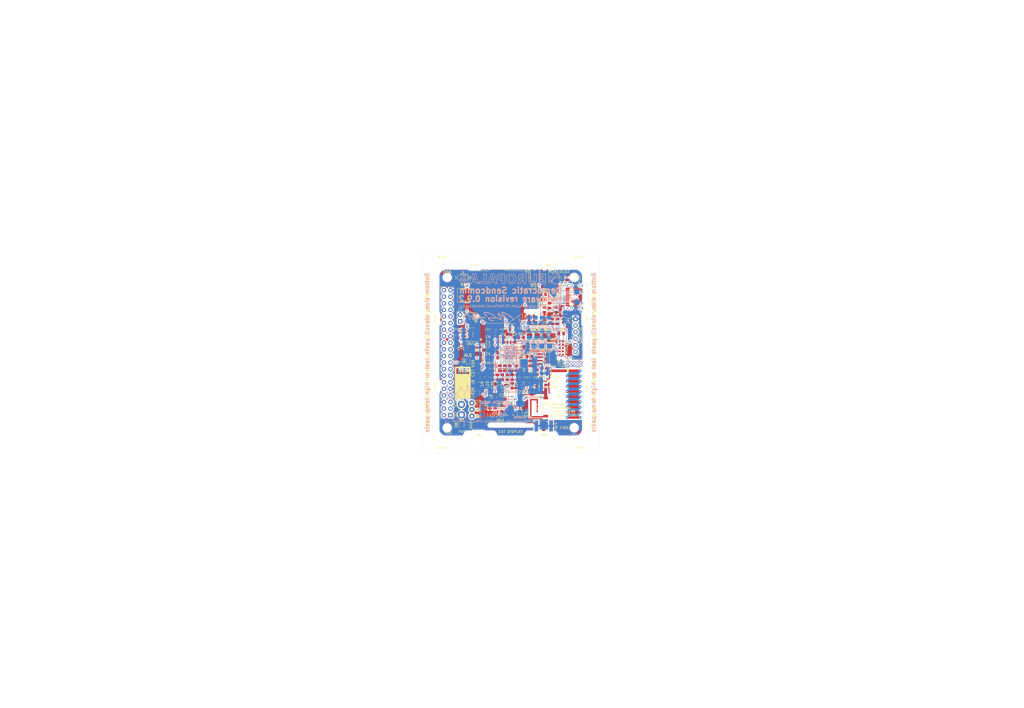
<source format=kicad_pcb>
(kicad_pcb (version 20171130) (host pcbnew 5.1.5+dfsg1-2build2)

  (general
    (thickness 1.6)
    (drawings 187)
    (tracks 1285)
    (zones 0)
    (modules 157)
    (nets 132)
  )

  (page A3)
  (title_block
    (title "Democratic Sendcomm")
    (date 2020-12-26)
    (rev 0.9.2)
    (company "Europalab Devices")
    (comment 1 "Copyright © 2020, Europalab Devices")
    (comment 2 "Fulfilling requirements of 20200210")
    (comment 3 "Pending quality assurance testing")
    (comment 4 "Release revision for manufacturing")
  )

  (layers
    (0 F.Cu signal)
    (1 In1.Cu power)
    (2 In2.Cu power)
    (31 B.Cu signal)
    (34 B.Paste user)
    (35 F.Paste user)
    (36 B.SilkS user)
    (37 F.SilkS user)
    (38 B.Mask user)
    (39 F.Mask user)
    (40 Dwgs.User user)
    (41 Cmts.User user)
    (44 Edge.Cuts user)
    (45 Margin user)
    (46 B.CrtYd user)
    (47 F.CrtYd user)
    (48 B.Fab user)
    (49 F.Fab user)
  )

  (setup
    (last_trace_width 0.09)
    (user_trace_width 0.1016)
    (user_trace_width 0.127)
    (user_trace_width 0.2)
    (user_trace_width 0.4)
    (user_trace_width 1.016)
    (trace_clearance 0.09)
    (zone_clearance 0.508)
    (zone_45_only no)
    (trace_min 0.09)
    (via_size 0.356)
    (via_drill 0.2)
    (via_min_size 0.356)
    (via_min_drill 0.2)
    (user_via 0.45 0.2)
    (user_via 0.6 0.3)
    (uvia_size 0.45)
    (uvia_drill 0.1)
    (uvias_allowed no)
    (uvia_min_size 0.45)
    (uvia_min_drill 0.1)
    (edge_width 0.1)
    (segment_width 0.1)
    (pcb_text_width 0.25)
    (pcb_text_size 1 1)
    (mod_edge_width 0.15)
    (mod_text_size 1 1)
    (mod_text_width 0.15)
    (pad_size 2 2)
    (pad_drill 0)
    (pad_to_mask_clearance 0)
    (aux_axis_origin 0 0)
    (visible_elements 7FFFFFFF)
    (pcbplotparams
      (layerselection 0x313fc_ffffffff)
      (usegerberextensions true)
      (usegerberattributes false)
      (usegerberadvancedattributes false)
      (creategerberjobfile false)
      (excludeedgelayer true)
      (linewidth 0.150000)
      (plotframeref false)
      (viasonmask false)
      (mode 1)
      (useauxorigin false)
      (hpglpennumber 1)
      (hpglpenspeed 20)
      (hpglpendiameter 15.000000)
      (psnegative false)
      (psa4output false)
      (plotreference true)
      (plotvalue true)
      (plotinvisibletext false)
      (padsonsilk false)
      (subtractmaskfromsilk false)
      (outputformat 1)
      (mirror false)
      (drillshape 0)
      (scaleselection 1)
      (outputdirectory "fabsingle"))
  )

  (net 0 "")
  (net 1 GND)
  (net 2 "Net-(AE1-Pad1)")
  (net 3 /Sheet5F53D5B4/RFSWPWR)
  (net 4 "Net-(C8-Pad1)")
  (net 5 /Sheet5F53D5B4/POWAMP)
  (net 6 "Net-(C13-Pad1)")
  (net 7 /Sheet5F53D5B4/HFOUT)
  (net 8 +3V3)
  (net 9 "Net-(C29-Pad1)")
  (net 10 /Sheet5F53D5B4/HPOUT)
  (net 11 /Sheet5F53D5B4/HFIN)
  (net 12 /Sheet5F53D5B4/BANDSEL)
  (net 13 "Net-(BT1-Pad1)")
  (net 14 /Sheet5F53D5B4/USB_BUS)
  (net 15 "Net-(C33-Pad1)")
  (net 16 "Net-(C34-Pad1)")
  (net 17 /Sheet5F53D5B4/CMDRST)
  (net 18 "Net-(D1-Pad2)")
  (net 19 "Net-(D1-Pad1)")
  (net 20 "Net-(D2-Pad1)")
  (net 21 "Net-(D2-Pad2)")
  (net 22 /Sheet5F53D5B4/USB_P)
  (net 23 /Sheet5F53D5B4/USB_N)
  (net 24 /Sheet60040980/ID_SD)
  (net 25 /Sheet60040980/ID_SC)
  (net 26 /Sheet5F53D5B4/SWDCLK)
  (net 27 "Net-(J3-Pad7)")
  (net 28 "Net-(J3-Pad8)")
  (net 29 "Net-(J4-Pad6)")
  (net 30 /Sheet5F53D5B4/CN_VBAT)
  (net 31 /Sheet5F53D5B4/XCEIV)
  (net 32 "Net-(AE5-Pad2)")
  (net 33 "Net-(C1-Pad1)")
  (net 34 "Net-(C7-Pad1)")
  (net 35 "Net-(C14-Pad1)")
  (net 36 "Net-(C17-Pad1)")
  (net 37 "Net-(C18-Pad2)")
  (net 38 "Net-(C19-Pad2)")
  (net 39 "Net-(C23-Pad2)")
  (net 40 "Net-(C23-Pad1)")
  (net 41 "Net-(C24-Pad1)")
  (net 42 "Net-(C24-Pad2)")
  (net 43 "Net-(C29-Pad2)")
  (net 44 "Net-(C33-Pad2)")
  (net 45 "Net-(C35-Pad2)")
  (net 46 "Net-(C40-Pad1)")
  (net 47 "Net-(J2-PadB5)")
  (net 48 "Net-(J2-PadA8)")
  (net 49 "Net-(J2-PadA5)")
  (net 50 "Net-(J2-PadB8)")
  (net 51 "Net-(J3-Pad2)")
  (net 52 "Net-(J3-Pad3)")
  (net 53 "Net-(J3-Pad4)")
  (net 54 "Net-(J3-Pad5)")
  (net 55 "Net-(J3-Pad10)")
  (net 56 "Net-(J3-Pad11)")
  (net 57 "Net-(J3-Pad12)")
  (net 58 "Net-(J3-Pad13)")
  (net 59 "Net-(J3-Pad15)")
  (net 60 "Net-(J3-Pad16)")
  (net 61 "Net-(J3-Pad18)")
  (net 62 "Net-(J3-Pad19)")
  (net 63 "Net-(J3-Pad21)")
  (net 64 "Net-(J3-Pad22)")
  (net 65 "Net-(J3-Pad23)")
  (net 66 "Net-(J3-Pad24)")
  (net 67 "Net-(J3-Pad26)")
  (net 68 "Net-(J3-Pad29)")
  (net 69 "Net-(J3-Pad31)")
  (net 70 "Net-(J3-Pad32)")
  (net 71 "Net-(J3-Pad33)")
  (net 72 "Net-(J3-Pad35)")
  (net 73 "Net-(J3-Pad36)")
  (net 74 "Net-(J3-Pad37)")
  (net 75 "Net-(J3-Pad38)")
  (net 76 "Net-(J3-Pad40)")
  (net 77 "Net-(J4-Pad7)")
  (net 78 "Net-(J4-Pad8)")
  (net 79 "Net-(J5-Pad2)")
  (net 80 "Net-(J5-Pad3)")
  (net 81 "Net-(J5-Pad6)")
  (net 82 "Net-(J6-Pad1)")
  (net 83 "Net-(L1-Pad2)")
  (net 84 "Net-(R3-Pad1)")
  (net 85 "Net-(R4-Pad1)")
  (net 86 "Net-(R4-Pad2)")
  (net 87 "Net-(U2-Pad5)")
  (net 88 "Net-(U3-PadG1)")
  (net 89 "Net-(U3-PadH1)")
  (net 90 "Net-(U3-PadE3)")
  (net 91 "Net-(U3-PadE4)")
  (net 92 "Net-(U3-PadF4)")
  (net 93 "Net-(U3-PadC7)")
  (net 94 "Net-(U3-PadD7)")
  (net 95 "Net-(U3-PadD8)")
  (net 96 "Net-(U5-Pad3)")
  (net 97 "Net-(U5-Pad4)")
  (net 98 "Net-(U8-Pad7)")
  (net 99 "Net-(U8-Pad3)")
  (net 100 "Net-(U8-Pad2)")
  (net 101 "Net-(U8-Pad1)")
  (net 102 "Net-(U9-Pad1)")
  (net 103 "Net-(U9-Pad2)")
  (net 104 "Net-(U9-Pad3)")
  (net 105 "Net-(U9-Pad7)")
  (net 106 /Sheet5F53D5B4/SWDIO)
  (net 107 "Net-(AE2-Pad1)")
  (net 108 "Net-(AE4-Pad1)")
  (net 109 "Net-(AE5-Pad1)")
  (net 110 "Net-(J6-Pad2)")
  (net 111 "Net-(J6-Pad3)")
  (net 112 "Net-(J6-Pad4)")
  (net 113 "Net-(J7-Pad1)")
  (net 114 "Net-(C95-Pad1)")
  (net 115 /TP_SCL)
  (net 116 /TP_SDA)
  (net 117 "Net-(J20-Pad6)")
  (net 118 "Net-(J20-Pad7)")
  (net 119 "Net-(J20-Pad8)")
  (net 120 "Net-(Q2-Pad2)")
  (net 121 EXT_UART_TX)
  (net 122 EXT_UART_RX)
  (net 123 "Net-(D8-Pad2)")
  (net 124 USB_TST)
  (net 125 "Net-(TP13-Pad1)")
  (net 126 "Net-(C94-Pad2)")
  (net 127 "Net-(C96-Pad1)")
  (net 128 /Sheet5F53D5B4/CRY_XIN-RSVD)
  (net 129 /Sheet5F53D5B4/CRY_XOUT-RSVD)
  (net 130 "Net-(C97-Pad1)")
  (net 131 "Net-(C101-Pad1)")

  (net_class Default "This is the default net class."
    (clearance 0.09)
    (trace_width 0.09)
    (via_dia 0.356)
    (via_drill 0.2)
    (uvia_dia 0.45)
    (uvia_drill 0.1)
    (add_net +3V3)
    (add_net /Sheet5F53D5B4/BANDSEL)
    (add_net /Sheet5F53D5B4/CMDRST)
    (add_net /Sheet5F53D5B4/CN_VBAT)
    (add_net /Sheet5F53D5B4/CRY_XIN-RSVD)
    (add_net /Sheet5F53D5B4/CRY_XOUT-RSVD)
    (add_net /Sheet5F53D5B4/HFIN)
    (add_net /Sheet5F53D5B4/HFOUT)
    (add_net /Sheet5F53D5B4/HPOUT)
    (add_net /Sheet5F53D5B4/POWAMP)
    (add_net /Sheet5F53D5B4/RFSWPWR)
    (add_net /Sheet5F53D5B4/SWDCLK)
    (add_net /Sheet5F53D5B4/SWDIO)
    (add_net /Sheet5F53D5B4/USB_BUS)
    (add_net /Sheet5F53D5B4/USB_N)
    (add_net /Sheet5F53D5B4/USB_P)
    (add_net /Sheet5F53D5B4/XCEIV)
    (add_net /Sheet60040980/ID_SC)
    (add_net /Sheet60040980/ID_SD)
    (add_net /TP_SCL)
    (add_net /TP_SDA)
    (add_net EXT_UART_RX)
    (add_net EXT_UART_TX)
    (add_net GND)
    (add_net "Net-(AE1-Pad1)")
    (add_net "Net-(AE2-Pad1)")
    (add_net "Net-(AE4-Pad1)")
    (add_net "Net-(AE5-Pad1)")
    (add_net "Net-(AE5-Pad2)")
    (add_net "Net-(BT1-Pad1)")
    (add_net "Net-(C1-Pad1)")
    (add_net "Net-(C101-Pad1)")
    (add_net "Net-(C13-Pad1)")
    (add_net "Net-(C14-Pad1)")
    (add_net "Net-(C17-Pad1)")
    (add_net "Net-(C18-Pad2)")
    (add_net "Net-(C19-Pad2)")
    (add_net "Net-(C23-Pad1)")
    (add_net "Net-(C23-Pad2)")
    (add_net "Net-(C24-Pad1)")
    (add_net "Net-(C24-Pad2)")
    (add_net "Net-(C29-Pad1)")
    (add_net "Net-(C29-Pad2)")
    (add_net "Net-(C33-Pad1)")
    (add_net "Net-(C33-Pad2)")
    (add_net "Net-(C34-Pad1)")
    (add_net "Net-(C35-Pad2)")
    (add_net "Net-(C40-Pad1)")
    (add_net "Net-(C7-Pad1)")
    (add_net "Net-(C8-Pad1)")
    (add_net "Net-(C94-Pad2)")
    (add_net "Net-(C95-Pad1)")
    (add_net "Net-(C96-Pad1)")
    (add_net "Net-(C97-Pad1)")
    (add_net "Net-(D1-Pad1)")
    (add_net "Net-(D1-Pad2)")
    (add_net "Net-(D2-Pad1)")
    (add_net "Net-(D2-Pad2)")
    (add_net "Net-(D8-Pad2)")
    (add_net "Net-(J2-PadA5)")
    (add_net "Net-(J2-PadA8)")
    (add_net "Net-(J2-PadB5)")
    (add_net "Net-(J2-PadB8)")
    (add_net "Net-(J20-Pad6)")
    (add_net "Net-(J20-Pad7)")
    (add_net "Net-(J20-Pad8)")
    (add_net "Net-(J3-Pad10)")
    (add_net "Net-(J3-Pad11)")
    (add_net "Net-(J3-Pad12)")
    (add_net "Net-(J3-Pad13)")
    (add_net "Net-(J3-Pad15)")
    (add_net "Net-(J3-Pad16)")
    (add_net "Net-(J3-Pad18)")
    (add_net "Net-(J3-Pad19)")
    (add_net "Net-(J3-Pad2)")
    (add_net "Net-(J3-Pad21)")
    (add_net "Net-(J3-Pad22)")
    (add_net "Net-(J3-Pad23)")
    (add_net "Net-(J3-Pad24)")
    (add_net "Net-(J3-Pad26)")
    (add_net "Net-(J3-Pad29)")
    (add_net "Net-(J3-Pad3)")
    (add_net "Net-(J3-Pad31)")
    (add_net "Net-(J3-Pad32)")
    (add_net "Net-(J3-Pad33)")
    (add_net "Net-(J3-Pad35)")
    (add_net "Net-(J3-Pad36)")
    (add_net "Net-(J3-Pad37)")
    (add_net "Net-(J3-Pad38)")
    (add_net "Net-(J3-Pad4)")
    (add_net "Net-(J3-Pad40)")
    (add_net "Net-(J3-Pad5)")
    (add_net "Net-(J3-Pad7)")
    (add_net "Net-(J3-Pad8)")
    (add_net "Net-(J4-Pad6)")
    (add_net "Net-(J4-Pad7)")
    (add_net "Net-(J4-Pad8)")
    (add_net "Net-(J5-Pad2)")
    (add_net "Net-(J5-Pad3)")
    (add_net "Net-(J5-Pad6)")
    (add_net "Net-(J6-Pad1)")
    (add_net "Net-(J6-Pad2)")
    (add_net "Net-(J6-Pad3)")
    (add_net "Net-(J6-Pad4)")
    (add_net "Net-(J7-Pad1)")
    (add_net "Net-(L1-Pad2)")
    (add_net "Net-(Q2-Pad2)")
    (add_net "Net-(R3-Pad1)")
    (add_net "Net-(R4-Pad1)")
    (add_net "Net-(R4-Pad2)")
    (add_net "Net-(TP13-Pad1)")
    (add_net "Net-(U2-Pad5)")
    (add_net "Net-(U3-PadC7)")
    (add_net "Net-(U3-PadD7)")
    (add_net "Net-(U3-PadD8)")
    (add_net "Net-(U3-PadE3)")
    (add_net "Net-(U3-PadE4)")
    (add_net "Net-(U3-PadF4)")
    (add_net "Net-(U3-PadG1)")
    (add_net "Net-(U3-PadH1)")
    (add_net "Net-(U5-Pad3)")
    (add_net "Net-(U5-Pad4)")
    (add_net "Net-(U8-Pad1)")
    (add_net "Net-(U8-Pad2)")
    (add_net "Net-(U8-Pad3)")
    (add_net "Net-(U8-Pad7)")
    (add_net "Net-(U9-Pad1)")
    (add_net "Net-(U9-Pad2)")
    (add_net "Net-(U9-Pad3)")
    (add_net "Net-(U9-Pad7)")
    (add_net USB_TST)
  )

  (net_class Power ""
    (clearance 0.2)
    (trace_width 0.5)
    (via_dia 1)
    (via_drill 0.7)
    (uvia_dia 0.5)
    (uvia_drill 0.1)
  )

  (module Connector_PinHeader_2.54mm:PinHeader_1x06_P2.54mm_Vertical (layer F.Cu) (tedit 59FED5CC) (tstamp 5FF83409)
    (at 235 135)
    (descr "Through hole straight pin header, 1x06, 2.54mm pitch, single row")
    (tags "Through hole pin header THT 1x06 2.54mm single row")
    (path /60040981/6006812D)
    (fp_text reference J5 (at 2 5 90) (layer F.SilkS)
      (effects (font (size 1 1) (thickness 0.15)) (justify left))
    )
    (fp_text value Conn_01x06_Male (at 4.385 14.97) (layer F.Fab)
      (effects (font (size 1 1) (thickness 0.15)))
    )
    (fp_text user %R (at 2.77 6.35 90) (layer F.Fab)
      (effects (font (size 1 1) (thickness 0.15)))
    )
    (fp_line (start 1.8 -1.8) (end -1.8 -1.8) (layer F.CrtYd) (width 0.05))
    (fp_line (start 1.8 14.5) (end 1.8 -1.8) (layer F.CrtYd) (width 0.05))
    (fp_line (start -1.8 14.5) (end 1.8 14.5) (layer F.CrtYd) (width 0.05))
    (fp_line (start -1.8 -1.8) (end -1.8 14.5) (layer F.CrtYd) (width 0.05))
    (fp_line (start -1.33 -1.33) (end 0 -1.33) (layer F.SilkS) (width 0.12))
    (fp_line (start -1.33 0) (end -1.33 -1.33) (layer F.SilkS) (width 0.12))
    (fp_line (start -1.33 1.27) (end 1.33 1.27) (layer F.SilkS) (width 0.12))
    (fp_line (start 1.33 1.27) (end 1.33 14.03) (layer F.SilkS) (width 0.12))
    (fp_line (start -1.33 1.27) (end -1.33 14.03) (layer F.SilkS) (width 0.12))
    (fp_line (start -1.33 14.03) (end 1.33 14.03) (layer F.SilkS) (width 0.12))
    (fp_line (start -1.27 -0.635) (end -0.635 -1.27) (layer F.Fab) (width 0.1))
    (fp_line (start -1.27 13.97) (end -1.27 -0.635) (layer F.Fab) (width 0.1))
    (fp_line (start 1.27 13.97) (end -1.27 13.97) (layer F.Fab) (width 0.1))
    (fp_line (start 1.27 -1.27) (end 1.27 13.97) (layer F.Fab) (width 0.1))
    (fp_line (start -0.635 -1.27) (end 1.27 -1.27) (layer F.Fab) (width 0.1))
    (pad 6 thru_hole oval (at 0 12.7) (size 1.7 1.7) (drill 1) (layers *.Cu *.Mask)
      (net 81 "Net-(J5-Pad6)"))
    (pad 5 thru_hole oval (at 0 10.16) (size 1.7 1.7) (drill 1) (layers *.Cu *.Mask)
      (net 121 EXT_UART_TX))
    (pad 4 thru_hole oval (at 0 7.62) (size 1.7 1.7) (drill 1) (layers *.Cu *.Mask)
      (net 122 EXT_UART_RX))
    (pad 3 thru_hole oval (at 0 5.08) (size 1.7 1.7) (drill 1) (layers *.Cu *.Mask)
      (net 80 "Net-(J5-Pad3)"))
    (pad 2 thru_hole oval (at 0 2.54) (size 1.7 1.7) (drill 1) (layers *.Cu *.Mask)
      (net 79 "Net-(J5-Pad2)"))
    (pad 1 thru_hole rect (at 0 0) (size 1.7 1.7) (drill 1) (layers *.Cu *.Mask)
      (net 1 GND))
    (model ${KISYS3DMOD}/Connector_PinHeader_2.54mm.3dshapes/PinHeader_1x06_P2.54mm_Vertical.wrl
      (at (xyz 0 0 0))
      (scale (xyz 1 1 1))
      (rotate (xyz 0 0 0))
    )
  )

  (module Fiducial:Fiducial_0.5mm_Mask1mm (layer F.Cu) (tedit 5C18CB26) (tstamp 5FF8C078)
    (at 236.5 117)
    (descr "Circular Fiducial, 0.5mm bare copper, 1mm soldermask opening (Level C)")
    (tags fiducial)
    (path /5F4EEDB8)
    (attr smd)
    (fp_text reference FID3 (at 0 2.5 90) (layer F.SilkS)
      (effects (font (size 0.875 0.875) (thickness 0.125)))
    )
    (fp_text value Fiducial (at 0 1.5) (layer F.Fab)
      (effects (font (size 1 1) (thickness 0.15)))
    )
    (fp_circle (center 0 0) (end 0.5 0) (layer F.Fab) (width 0.1))
    (fp_text user %R (at 0 0) (layer F.Fab)
      (effects (font (size 0.2 0.2) (thickness 0.04)))
    )
    (fp_circle (center 0 0) (end 0.75 0) (layer F.CrtYd) (width 0.05))
    (pad "" smd circle (at 0 0) (size 0.5 0.5) (layers F.Cu F.Mask)
      (solder_mask_margin 0.25) (clearance 0.25))
  )

  (module RF_Antenna:Texas_SWRA416_868MHz_915MHz (layer F.Cu) (tedit 5CF40AFD) (tstamp 5F686F31)
    (at 231 164 270)
    (descr http://www.ti.com/lit/an/swra416/swra416.pdf)
    (tags "PCB antenna")
    (path /5F5C0728/60008187)
    (attr smd)
    (fp_text reference AE1 (at 0 2.5 90) (layer F.SilkS)
      (effects (font (size 1 1) (thickness 0.15)))
    )
    (fp_text value Antenna (at 0.1 -7.6 90) (layer F.Fab)
      (effects (font (size 1 1) (thickness 0.15)))
    )
    (fp_line (start 9.7 2.1) (end 6.2 5.7) (layer Dwgs.User) (width 0.12))
    (fp_line (start 9.7 0.1) (end 4.3 5.7) (layer Dwgs.User) (width 0.12))
    (fp_line (start 9.7 -1.9) (end 2.3 5.7) (layer Dwgs.User) (width 0.12))
    (fp_line (start 9.7 -3.9) (end 0.2 5.7) (layer Dwgs.User) (width 0.12))
    (fp_line (start 9.7 -5.9) (end -1.8 5.7) (layer Dwgs.User) (width 0.12))
    (fp_line (start 8.3 -6.5) (end -3.8 5.7) (layer Dwgs.User) (width 0.12))
    (fp_line (start 6.3 -6.5) (end -5.8 5.7) (layer Dwgs.User) (width 0.12))
    (fp_line (start 4.3 -6.5) (end -7.8 5.7) (layer Dwgs.User) (width 0.12))
    (fp_line (start -9.7 5.5) (end 2.3 -6.5) (layer Dwgs.User) (width 0.12))
    (fp_line (start -9.7 3.5) (end 0.3 -6.5) (layer Dwgs.User) (width 0.12))
    (fp_line (start -9.7 1.5) (end -1.7 -6.5) (layer Dwgs.User) (width 0.12))
    (fp_line (start -9.7 -0.5) (end -3.7 -6.5) (layer Dwgs.User) (width 0.12))
    (fp_line (start -9.7 -2.5) (end -5.7 -6.5) (layer Dwgs.User) (width 0.12))
    (fp_line (start -9.7 -4.5) (end -7.7 -6.5) (layer Dwgs.User) (width 0.12))
    (fp_line (start 9.7 -6.5) (end -9.7 -6.5) (layer Dwgs.User) (width 0.15))
    (fp_line (start 9.7 5.7) (end 9.7 -6.5) (layer Dwgs.User) (width 0.15))
    (fp_line (start -9.7 5.7) (end 9.7 5.7) (layer Dwgs.User) (width 0.15))
    (fp_line (start -9.7 -6.5) (end -9.7 5.7) (layer Dwgs.User) (width 0.15))
    (fp_line (start 7 -5.8) (end 8 -4.8) (layer B.Cu) (width 1))
    (fp_line (start 8 -1.8) (end 9 -0.8) (layer B.Cu) (width 1))
    (fp_line (start 8 -4.8) (end 8 -1.8) (layer B.Cu) (width 1))
    (fp_line (start 9 -5.8) (end 9 -0.8) (layer F.Cu) (width 1))
    (fp_line (start 5 -5.8) (end 6 -4.8) (layer B.Cu) (width 1))
    (fp_line (start 6 -1.8) (end 7 -0.8) (layer B.Cu) (width 1))
    (fp_line (start 6 -4.8) (end 6 -1.8) (layer B.Cu) (width 1))
    (fp_line (start 7 -5.8) (end 7 -0.8) (layer F.Cu) (width 1))
    (fp_line (start 3 -5.8) (end 4 -4.8) (layer B.Cu) (width 1))
    (fp_line (start 4 -1.8) (end 5 -0.8) (layer B.Cu) (width 1))
    (fp_line (start 4 -4.8) (end 4 -1.8) (layer B.Cu) (width 1))
    (fp_line (start 5 -5.8) (end 5 -0.8) (layer F.Cu) (width 1))
    (fp_line (start 1 -5.8) (end 2 -4.8) (layer B.Cu) (width 1))
    (fp_line (start 2 -1.8) (end 3 -0.8) (layer B.Cu) (width 1))
    (fp_line (start 2 -4.8) (end 2 -1.8) (layer B.Cu) (width 1))
    (fp_line (start 3 -5.8) (end 3 -0.8) (layer F.Cu) (width 1))
    (fp_line (start -1 -5.8) (end 0 -4.8) (layer B.Cu) (width 1))
    (fp_line (start 0 -1.8) (end 1 -0.8) (layer B.Cu) (width 1))
    (fp_line (start 0 -4.8) (end 0 -1.8) (layer B.Cu) (width 1))
    (fp_line (start 1 -5.8) (end 1 -0.8) (layer F.Cu) (width 1))
    (fp_line (start -3 -5.8) (end -2 -4.8) (layer B.Cu) (width 1))
    (fp_line (start -2 -1.8) (end -1 -0.8) (layer B.Cu) (width 1))
    (fp_line (start -2 -4.8) (end -2 -1.8) (layer B.Cu) (width 1))
    (fp_line (start -1 -5.8) (end -1 -0.8) (layer F.Cu) (width 1))
    (fp_line (start -4 -4.8) (end -4 -1.8) (layer B.Cu) (width 1))
    (fp_line (start -5 -5.8) (end -4 -4.8) (layer B.Cu) (width 1))
    (fp_line (start -4 -1.8) (end -3 -0.8) (layer B.Cu) (width 1))
    (fp_line (start -3 -5.8) (end -3 -0.8) (layer F.Cu) (width 1))
    (fp_line (start -6 -4.8) (end -6 -1.8) (layer B.Cu) (width 1))
    (fp_line (start -7 -5.8) (end -6 -4.8) (layer B.Cu) (width 1))
    (fp_line (start -6 -1.8) (end -5 -0.8) (layer B.Cu) (width 1))
    (fp_line (start -5 -5.8) (end -5 -0.8) (layer F.Cu) (width 1))
    (fp_line (start -7 -5.8) (end -7 -0.8) (layer F.Cu) (width 1))
    (fp_line (start -9 5.2) (end -9 -5.8) (layer F.Cu) (width 1))
    (fp_line (start -9 -5.8) (end -8 -4.8) (layer B.Cu) (width 1))
    (fp_line (start -8 -4.8) (end -8 -1.8) (layer B.Cu) (width 1))
    (fp_line (start -8 -1.8) (end -7 -0.8) (layer B.Cu) (width 1))
    (fp_line (start 9.7 4.1) (end 8.2 5.7) (layer Dwgs.User) (width 0.12))
    (fp_line (start -9.9 -6.7) (end -9.9 5.9) (layer F.CrtYd) (width 0.05))
    (fp_line (start -9.9 5.9) (end 9.9 5.9) (layer F.CrtYd) (width 0.05))
    (fp_line (start 9.9 5.9) (end 9.9 -6.7) (layer F.CrtYd) (width 0.05))
    (fp_line (start 9.9 -6.7) (end -9.9 -6.7) (layer F.CrtYd) (width 0.05))
    (fp_line (start 9.9 -6.7) (end -9.9 -6.7) (layer B.CrtYd) (width 0.05))
    (fp_line (start 9.9 5.9) (end 9.9 -6.7) (layer B.CrtYd) (width 0.05))
    (fp_line (start -9.9 -6.7) (end -9.9 5.9) (layer B.CrtYd) (width 0.05))
    (fp_line (start -9.9 5.9) (end 9.9 5.9) (layer B.CrtYd) (width 0.05))
    (fp_text user "KEEP-OUT ZONE" (at 1 -2.8 90) (layer Cmts.User)
      (effects (font (size 1 1) (thickness 0.15)))
    )
    (fp_text user "No metal, traces or " (at 1 0.2 90) (layer Cmts.User)
      (effects (font (size 1 1) (thickness 0.15)))
    )
    (fp_text user "any components on" (at 1 2.2 90) (layer Cmts.User)
      (effects (font (size 1 1) (thickness 0.15)))
    )
    (fp_text user " any PCB layer." (at 1 4.2 90) (layer Cmts.User)
      (effects (font (size 1 1) (thickness 0.15)))
    )
    (fp_text user %R (at -0.4 6.6 90) (layer F.Fab)
      (effects (font (size 1 1) (thickness 0.15)))
    )
    (pad "" thru_hole circle (at 9 -0.8 90) (size 1 1) (drill 0.4) (layers *.Cu))
    (pad "" thru_hole circle (at 9 -5.8 90) (size 1 1) (drill 0.4) (layers *.Cu))
    (pad "" thru_hole circle (at 7 -5.8 90) (size 1 1) (drill 0.4) (layers *.Cu))
    (pad "" thru_hole circle (at 7 -0.8 90) (size 1 1) (drill 0.4) (layers *.Cu))
    (pad "" thru_hole circle (at 5 -0.8 90) (size 1 1) (drill 0.4) (layers *.Cu))
    (pad "" thru_hole circle (at 5 -5.8 90) (size 1 1) (drill 0.4) (layers *.Cu))
    (pad "" thru_hole circle (at 3 -0.8 90) (size 1 1) (drill 0.4) (layers *.Cu))
    (pad "" thru_hole circle (at 3 -5.8 90) (size 1 1) (drill 0.4) (layers *.Cu))
    (pad "" thru_hole circle (at 1 -5.8 90) (size 1 1) (drill 0.4) (layers *.Cu))
    (pad "" thru_hole circle (at 1 -0.8 90) (size 1 1) (drill 0.4) (layers *.Cu))
    (pad "" thru_hole circle (at -1 -0.8 90) (size 1 1) (drill 0.4) (layers *.Cu))
    (pad "" thru_hole circle (at -1 -5.8 90) (size 1 1) (drill 0.4) (layers *.Cu))
    (pad "" thru_hole circle (at -3 -5.8 90) (size 1 1) (drill 0.4) (layers *.Cu))
    (pad "" thru_hole circle (at -3 -0.8 90) (size 1 1) (drill 0.4) (layers *.Cu))
    (pad "" thru_hole circle (at -5 -0.8 90) (size 1 1) (drill 0.4) (layers *.Cu))
    (pad "" thru_hole circle (at -5 -5.8 90) (size 1 1) (drill 0.4) (layers *.Cu))
    (pad "" thru_hole circle (at -7 -5.8 90) (size 1 1) (drill 0.4) (layers *.Cu))
    (pad "" thru_hole circle (at -7 -0.8 90) (size 1 1) (drill 0.4) (layers *.Cu))
    (pad "" thru_hole circle (at -9 -5.8 90) (size 1 1) (drill 0.4) (layers *.Cu))
    (pad 1 smd trapezoid (at -9 5.9 90) (size 0.4 0.8) (rect_delta 0 0.3 ) (layers F.Cu)
      (net 2 "Net-(AE1-Pad1)"))
  )

  (module Elabdev:Panel_Mousetab_25mm_Single (layer F.Cu) (tedit 5CD9E502) (tstamp 5FEC726C)
    (at 222.5 179.75 90)
    (path /5CD9EB0D)
    (fp_text reference TAB8 (at 0 0) (layer F.SilkS)
      (effects (font (size 0.8 0.8) (thickness 0.13)))
    )
    (fp_text value Pantab (at -3.25 0 180) (layer F.Fab)
      (effects (font (size 1 1) (thickness 0.15)))
    )
    (fp_line (start 1.25 -2.2) (end 1.25 2.2) (layer F.Fab) (width 0.15))
    (fp_line (start -1.25 -2.2) (end -1.25 2.2) (layer F.Fab) (width 0.15))
    (fp_line (start 2.1 -2.6) (end 2.1 2.6) (layer F.CrtYd) (width 0.15))
    (fp_line (start 2.1 2.6) (end -2.1 2.6) (layer F.CrtYd) (width 0.15))
    (fp_line (start -2.1 2.6) (end -2.1 -2.6) (layer F.CrtYd) (width 0.15))
    (fp_line (start -2.1 -2.6) (end 2.1 -2.6) (layer F.CrtYd) (width 0.15))
    (pad "" np_thru_hole circle (at 1.35 2 90) (size 0.5 0.5) (drill 0.5) (layers *.Cu))
    (pad "" np_thru_hole circle (at 1.35 1.2 90) (size 0.5 0.5) (drill 0.5) (layers *.Cu))
    (pad "" np_thru_hole circle (at 1.35 0.4 90) (size 0.5 0.5) (drill 0.5) (layers *.Cu))
    (pad "" np_thru_hole circle (at 1.35 -0.4 90) (size 0.5 0.5) (drill 0.5) (layers *.Cu))
    (pad "" np_thru_hole circle (at 1.35 -1.2 90) (size 0.5 0.5) (drill 0.5) (layers *.Cu))
    (pad "" np_thru_hole circle (at 1.35 -2 90) (size 0.5 0.5) (drill 0.5) (layers *.Cu))
  )

  (module Capacitor_SMD:C_0805_2012Metric (layer F.Cu) (tedit 5B36C52B) (tstamp 5FEB8111)
    (at 211.5 143.0625 270)
    (descr "Capacitor SMD 0805 (2012 Metric), square (rectangular) end terminal, IPC_7351 nominal, (Body size source: https://docs.google.com/spreadsheets/d/1BsfQQcO9C6DZCsRaXUlFlo91Tg2WpOkGARC1WS5S8t0/edit?usp=sharing), generated with kicad-footprint-generator")
    (tags capacitor)
    (path /5F53D5B5/5F609CF5)
    (attr smd)
    (fp_text reference C19 (at -2.0625 0 180) (layer F.SilkS)
      (effects (font (size 0.7 0.7) (thickness 0.1)))
    )
    (fp_text value 15pF (at 0 1.65 90) (layer F.Fab)
      (effects (font (size 1 1) (thickness 0.15)))
    )
    (fp_line (start -1 0.6) (end -1 -0.6) (layer F.Fab) (width 0.1))
    (fp_line (start -1 -0.6) (end 1 -0.6) (layer F.Fab) (width 0.1))
    (fp_line (start 1 -0.6) (end 1 0.6) (layer F.Fab) (width 0.1))
    (fp_line (start 1 0.6) (end -1 0.6) (layer F.Fab) (width 0.1))
    (fp_line (start -0.258578 -0.71) (end 0.258578 -0.71) (layer F.SilkS) (width 0.12))
    (fp_line (start -0.258578 0.71) (end 0.258578 0.71) (layer F.SilkS) (width 0.12))
    (fp_line (start -1.68 0.95) (end -1.68 -0.95) (layer F.CrtYd) (width 0.05))
    (fp_line (start -1.68 -0.95) (end 1.68 -0.95) (layer F.CrtYd) (width 0.05))
    (fp_line (start 1.68 -0.95) (end 1.68 0.95) (layer F.CrtYd) (width 0.05))
    (fp_line (start 1.68 0.95) (end -1.68 0.95) (layer F.CrtYd) (width 0.05))
    (fp_text user %R (at 0 0 90) (layer F.Fab)
      (effects (font (size 0.5 0.5) (thickness 0.08)))
    )
    (pad 1 smd roundrect (at -0.9375 0 270) (size 0.975 1.4) (layers F.Cu F.Paste F.Mask) (roundrect_rratio 0.25)
      (net 1 GND))
    (pad 2 smd roundrect (at 0.9375 0 270) (size 0.975 1.4) (layers F.Cu F.Paste F.Mask) (roundrect_rratio 0.25)
      (net 38 "Net-(C19-Pad2)"))
    (model ${KISYS3DMOD}/Capacitor_SMD.3dshapes/C_0805_2012Metric.wrl
      (at (xyz 0 0 0))
      (scale (xyz 1 1 1))
      (rotate (xyz 0 0 0))
    )
  )

  (module Elabdev:Meinkuerz_sign_480dpi (layer B.Cu) (tedit 0) (tstamp 5FBE809B)
    (at 202 134 180)
    (fp_text reference G1 (at 0 0) (layer B.SilkS) hide
      (effects (font (size 1.524 1.524) (thickness 0.3)) (justify mirror))
    )
    (fp_text value Meinkuerzel_signature (at 0.75 0) (layer B.SilkS) hide
      (effects (font (size 1.524 1.524) (thickness 0.3)) (justify mirror))
    )
    (fp_poly (pts (xy 7.849084 1.675651) (xy 8.303148 1.632827) (xy 8.685942 1.550363) (xy 8.876057 1.481326)
      (xy 9.07938 1.34976) (xy 9.204465 1.178624) (xy 9.241225 0.986809) (xy 9.210768 0.854557)
      (xy 9.078684 0.643748) (xy 8.864557 0.429964) (xy 8.589687 0.233059) (xy 8.471807 0.165759)
      (xy 8.232808 0.053863) (xy 7.923436 -0.068816) (xy 7.576824 -0.190996) (xy 7.226108 -0.301392)
      (xy 6.904421 -0.388723) (xy 6.731621 -0.426811) (xy 6.398868 -0.490816) (xy 6.556265 -0.586535)
      (xy 6.736632 -0.743549) (xy 6.819572 -0.938245) (xy 6.82625 -1.022915) (xy 6.780462 -1.15416)
      (xy 6.660466 -1.295963) (xy 6.49231 -1.424979) (xy 6.30204 -1.517866) (xy 6.258842 -1.531402)
      (xy 6.0446 -1.569955) (xy 5.805186 -1.581627) (xy 5.582286 -1.566858) (xy 5.417587 -1.526091)
      (xy 5.409578 -1.522402) (xy 5.285381 -1.409276) (xy 5.232727 -1.237525) (xy 5.243042 -1.133742)
      (xy 5.545646 -1.133742) (xy 5.569322 -1.243922) (xy 5.599007 -1.270742) (xy 5.725804 -1.30367)
      (xy 5.911501 -1.301091) (xy 6.117136 -1.267785) (xy 6.303743 -1.20853) (xy 6.368163 -1.176419)
      (xy 6.483421 -1.090411) (xy 6.547775 -1.006994) (xy 6.550669 -0.996984) (xy 6.519163 -0.903747)
      (xy 6.404517 -0.814537) (xy 6.229026 -0.742568) (xy 6.060328 -0.706358) (xy 5.903418 -0.693399)
      (xy 5.806355 -0.717484) (xy 5.726223 -0.79035) (xy 5.718194 -0.79992) (xy 5.596762 -0.979847)
      (xy 5.545646 -1.133742) (xy 5.243042 -1.133742) (xy 5.253531 -1.028227) (xy 5.344918 -0.810631)
      (xy 5.442538 -0.642303) (xy 5.295353 -0.646487) (xy 5.12125 -0.625399) (xy 5.035885 -0.550663)
      (xy 5.027083 -0.501447) (xy 5.075804 -0.410776) (xy 5.222941 -0.351671) (xy 5.469958 -0.32355)
      (xy 5.476875 -0.323261) (xy 5.599677 -0.314345) (xy 5.697993 -0.289875) (xy 5.794712 -0.235966)
      (xy 5.912725 -0.138734) (xy 6.074923 0.015705) (xy 6.138333 0.077935) (xy 6.357426 0.284825)
      (xy 6.520758 0.415811) (xy 6.63982 0.476704) (xy 6.726105 0.473318) (xy 6.791106 0.411464)
      (xy 6.792772 0.408883) (xy 6.813029 0.349999) (xy 6.787897 0.281807) (xy 6.704882 0.184844)
      (xy 6.561666 0.048946) (xy 6.270625 -0.217166) (xy 6.532899 -0.183078) (xy 6.900304 -0.115245)
      (xy 7.289474 -0.008645) (xy 7.678243 0.127507) (xy 8.044445 0.283994) (xy 8.365914 0.451601)
      (xy 8.620483 0.621112) (xy 8.749193 0.738377) (xy 8.856936 0.865956) (xy 8.92727 0.965202)
      (xy 8.942916 1.001728) (xy 8.895983 1.084773) (xy 8.773369 1.176095) (xy 8.602358 1.259484)
      (xy 8.410231 1.318727) (xy 8.408998 1.318992) (xy 8.149682 1.354937) (xy 7.8128 1.371973)
      (xy 7.424917 1.370093) (xy 7.012599 1.349291) (xy 6.686734 1.319437) (xy 6.066773 1.222977)
      (xy 5.517194 1.081213) (xy 5.043989 0.897075) (xy 4.653152 0.673494) (xy 4.350673 0.413401)
      (xy 4.142546 0.119727) (xy 4.114637 0.061443) (xy 4.047094 -0.15251) (xy 4.06025 -0.336634)
      (xy 4.160207 -0.518581) (xy 4.270456 -0.644496) (xy 4.390411 -0.79173) (xy 4.431252 -0.900383)
      (xy 4.427296 -0.922309) (xy 4.357272 -0.99719) (xy 4.242023 -0.977517) (xy 4.082983 -0.863726)
      (xy 4.010682 -0.795217) (xy 3.879838 -0.680755) (xy 3.765594 -0.608691) (xy 3.712637 -0.594925)
      (xy 3.6215 -0.594723) (xy 3.455888 -0.585507) (xy 3.246599 -0.569127) (xy 3.175 -0.562633)
      (xy 2.951086 -0.544014) (xy 2.793821 -0.54282) (xy 2.664643 -0.565021) (xy 2.524987 -0.61659)
      (xy 2.371034 -0.687127) (xy 2.100169 -0.795663) (xy 1.89262 -0.837972) (xy 1.841867 -0.837015)
      (xy 1.72083 -0.812158) (xy 1.663036 -0.745697) (xy 1.637803 -0.635) (xy 1.623821 -0.491701)
      (xy 1.628566 -0.389706) (xy 1.630235 -0.383646) (xy 1.692219 -0.322789) (xy 1.789679 -0.330876)
      (xy 1.885465 -0.399867) (xy 1.916539 -0.445597) (xy 1.984375 -0.573694) (xy 2.371569 -0.384068)
      (xy 2.758764 -0.194442) (xy 3.165319 -0.256321) (xy 3.413597 -0.293214) (xy 3.576071 -0.310583)
      (xy 3.67165 -0.304292) (xy 3.719238 -0.270208) (xy 3.737742 -0.204195) (xy 3.744012 -0.129767)
      (xy 3.817818 0.177969) (xy 3.989413 0.470621) (xy 4.251219 0.74303) (xy 4.595656 0.99004)
      (xy 5.015149 1.206492) (xy 5.502117 1.387229) (xy 6.048984 1.527094) (xy 6.228561 1.561184)
      (xy 6.794861 1.64034) (xy 7.340678 1.678326) (xy 7.849084 1.675651)) (layer B.SilkS) (width 0.01))
    (fp_poly (pts (xy -4.580024 1.756567) (xy -4.544854 1.74305) (xy -4.466016 1.67622) (xy -4.437143 1.580417)
      (xy -4.461964 1.447967) (xy -4.544204 1.271201) (xy -4.68759 1.042447) (xy -4.895848 0.754033)
      (xy -5.172705 0.39829) (xy -5.237349 0.3175) (xy -5.411926 0.098408) (xy -5.577817 -0.112809)
      (xy -5.714811 -0.290245) (xy -5.794689 -0.396875) (xy -5.948296 -0.608542) (xy -5.791961 -0.468507)
      (xy -5.700695 -0.392772) (xy -5.541009 -0.266466) (xy -5.329307 -0.10231) (xy -5.081994 0.086977)
      (xy -4.815472 0.288675) (xy -4.815417 0.288716) (xy -4.345432 0.631252) (xy -3.946225 0.897872)
      (xy -3.615767 1.089474) (xy -3.352032 1.206955) (xy -3.152989 1.251211) (xy -3.016612 1.223138)
      (xy -2.940872 1.123633) (xy -2.939055 1.118116) (xy -2.92791 1.023519) (xy -2.955738 0.908417)
      (xy -3.029742 0.759005) (xy -3.157121 0.561475) (xy -3.345079 0.302021) (xy -3.409058 0.217037)
      (xy -3.654587 -0.113597) (xy -3.860834 -0.404313) (xy -4.022275 -0.646491) (xy -4.133388 -0.831509)
      (xy -4.188652 -0.950744) (xy -4.185335 -0.994958) (xy -4.120655 -0.981486) (xy -3.976478 -0.932768)
      (xy -3.770527 -0.855371) (xy -3.520529 -0.755864) (xy -3.349225 -0.685128) (xy -3.06462 -0.570045)
      (xy -2.797019 -0.469163) (xy -2.569108 -0.390505) (xy -2.403576 -0.342097) (xy -2.349431 -0.331513)
      (xy -2.183877 -0.291941) (xy -2.07811 -0.206425) (xy -2.041672 -0.151915) (xy -1.850086 0.096101)
      (xy -1.567603 0.354844) (xy -1.207453 0.616123) (xy -0.78287 0.87175) (xy -0.307084 1.113536)
      (xy 0.206672 1.333293) (xy 0.574448 1.467145) (xy 0.853452 1.556991) (xy 1.074831 1.61415)
      (xy 1.278935 1.645957) (xy 1.506112 1.659747) (xy 1.647661 1.662241) (xy 1.89537 1.661355)
      (xy 2.061526 1.650821) (xy 2.170245 1.626908) (xy 2.245641 1.585888) (xy 2.269431 1.566069)
      (xy 2.364656 1.413892) (xy 2.378536 1.21834) (xy 2.31231 1.002224) (xy 2.231511 0.867835)
      (xy 2.055394 0.653788) (xy 1.846452 0.444397) (xy 1.622129 0.252501) (xy 1.399873 0.090942)
      (xy 1.19713 -0.02744) (xy 1.031346 -0.089804) (xy 0.931657 -0.088852) (xy 0.853749 -0.025156)
      (xy 0.874571 0.06423) (xy 0.991583 0.174246) (xy 1.09802 0.242886) (xy 1.314624 0.387246)
      (xy 1.527802 0.560014) (xy 1.72429 0.746283) (xy 1.890825 0.931146) (xy 2.014146 1.099697)
      (xy 2.080988 1.237027) (xy 2.078088 1.32823) (xy 2.071165 1.336667) (xy 1.954541 1.387475)
      (xy 1.756832 1.400928) (xy 1.494763 1.380087) (xy 1.185063 1.328013) (xy 0.844457 1.247766)
      (xy 0.489674 1.142406) (xy 0.137439 1.014995) (xy -0.00172 0.957368) (xy -0.385109 0.777304)
      (xy -0.74297 0.581237) (xy -1.065571 0.377182) (xy -1.343179 0.173152) (xy -1.566062 -0.022838)
      (xy -1.724487 -0.202776) (xy -1.808722 -0.358647) (xy -1.809035 -0.482438) (xy -1.789329 -0.514562)
      (xy -1.69188 -0.558953) (xy -1.49842 -0.578536) (xy -1.2158 -0.573404) (xy -0.850872 -0.543648)
      (xy -0.464887 -0.496867) (xy -0.056607 -0.452123) (xy 0.260382 -0.442712) (xy 0.494773 -0.469264)
      (xy 0.655256 -0.532408) (xy 0.714552 -0.58228) (xy 0.776217 -0.725165) (xy 0.746162 -0.908878)
      (xy 0.632079 -1.115352) (xy 0.45893 -1.290216) (xy 0.2117 -1.450188) (xy -0.085638 -1.588107)
      (xy -0.409112 -1.696809) (xy -0.734748 -1.769134) (xy -1.038572 -1.797919) (xy -1.296612 -1.776003)
      (xy -1.42875 -1.731015) (xy -1.546706 -1.617759) (xy -1.577815 -1.519827) (xy -1.560687 -1.389395)
      (xy -1.486335 -1.336349) (xy -1.378138 -1.369493) (xy -1.317893 -1.421952) (xy -1.19986 -1.505637)
      (xy -1.092449 -1.534584) (xy -0.859949 -1.513387) (xy -0.579373 -1.457345) (xy -0.297878 -1.377776)
      (xy -0.068589 -1.288836) (xy 0.116249 -1.181832) (xy 0.284174 -1.050661) (xy 0.411262 -0.917533)
      (xy 0.473586 -0.804658) (xy 0.47625 -0.783054) (xy 0.425256 -0.757675) (xy 0.277287 -0.748743)
      (xy 0.039858 -0.755912) (xy -0.279513 -0.778835) (xy -0.673311 -0.817167) (xy -0.956033 -0.849048)
      (xy -1.308534 -0.882196) (xy -1.57585 -0.8857) (xy -1.774982 -0.85746) (xy -1.922933 -0.795374)
      (xy -2.017888 -0.717835) (xy -2.096716 -0.653738) (xy -2.190635 -0.62131) (xy -2.313833 -0.623423)
      (xy -2.480498 -0.662945) (xy -2.704818 -0.742748) (xy -3.00098 -0.865702) (xy -3.216817 -0.960383)
      (xy -3.585839 -1.11854) (xy -3.874386 -1.227749) (xy -4.094462 -1.290524) (xy -4.258069 -1.309381)
      (xy -4.377212 -1.286836) (xy -4.463891 -1.225404) (xy -4.466704 -1.222337) (xy -4.518051 -1.14061)
      (xy -4.530831 -1.040781) (xy -4.500098 -0.912213) (xy -4.420902 -0.744269) (xy -4.288295 -0.526313)
      (xy -4.097327 -0.247708) (xy -3.863138 0.07498) (xy -3.679345 0.325213) (xy -3.519393 0.545064)
      (xy -3.393108 0.720859) (xy -3.310313 0.838921) (xy -3.280834 0.885525) (xy -3.323557 0.888476)
      (xy -3.399896 0.869711) (xy -3.542096 0.805036) (xy -3.750284 0.678102) (xy -4.027571 0.486762)
      (xy -4.377062 0.228867) (xy -4.801868 -0.097732) (xy -4.81991 -0.111817) (xy -5.187034 -0.396401)
      (xy -5.482932 -0.620081) (xy -5.717862 -0.789492) (xy -5.902078 -0.911266) (xy -6.045837 -0.99204)
      (xy -6.159396 -1.038447) (xy -6.25301 -1.057121) (xy -6.283148 -1.058333) (xy -6.40378 -1.045849)
      (xy -6.450441 -0.994435) (xy -6.455563 -0.939271) (xy -6.445942 -0.865735) (xy -6.412644 -0.776476)
      (xy -6.348546 -0.66103) (xy -6.24652 -0.508935) (xy -6.099443 -0.309727) (xy -5.90019 -0.052942)
      (xy -5.641635 0.271882) (xy -5.570553 0.360397) (xy -5.363566 0.620769) (xy -5.174974 0.863504)
      (xy -5.016826 1.072659) (xy -4.901172 1.23229) (xy -4.84006 1.326453) (xy -4.839117 1.328251)
      (xy -4.786636 1.436383) (xy -4.790145 1.473528) (xy -4.856494 1.462433) (xy -4.877731 1.456477)
      (xy -4.973599 1.420322) (xy -5.140081 1.348706) (xy -5.352621 1.252468) (xy -5.55625 1.156974)
      (xy -6.094525 0.881508) (xy -6.644499 0.565345) (xy -7.182748 0.223911) (xy -7.685848 -0.12737)
      (xy -8.130378 -0.473072) (xy -8.424687 -0.732038) (xy -8.650145 -0.95487) (xy -8.800069 -1.131002)
      (xy -8.884377 -1.276175) (xy -8.912984 -1.406131) (xy -8.905425 -1.495188) (xy -8.906488 -1.61853)
      (xy -8.964006 -1.672137) (xy -9.075823 -1.672519) (xy -9.156792 -1.593028) (xy -9.200558 -1.456755)
      (xy -9.200763 -1.286789) (xy -9.151052 -1.106218) (xy -9.131299 -1.06447) (xy -9.024915 -0.913844)
      (xy -8.843627 -0.718433) (xy -8.601654 -0.490528) (xy -8.313213 -0.242422) (xy -7.992524 0.013592)
      (xy -7.653804 0.265222) (xy -7.3545 0.471681) (xy -6.896098 0.764541) (xy -6.449337 1.028776)
      (xy -6.024338 1.259805) (xy -5.631223 1.453048) (xy -5.280112 1.603926) (xy -4.981128 1.707858)
      (xy -4.744392 1.760265) (xy -4.580024 1.756567)) (layer B.SilkS) (width 0.01))
  )

  (module Elabdev:Panel_Mousetab_25mm_Single (layer F.Cu) (tedit 5CD9E59A) (tstamp 5FBE7343)
    (at 224 114.25 270)
    (path /5CD5C3A7)
    (fp_text reference TAB5 (at 0 0 180) (layer F.SilkS)
      (effects (font (size 0.8 0.8) (thickness 0.13)))
    )
    (fp_text value Pantab (at 0 -3.5 270) (layer F.Fab)
      (effects (font (size 1 1) (thickness 0.15)))
    )
    (fp_line (start -2.1 -2.6) (end 2.1 -2.6) (layer F.CrtYd) (width 0.15))
    (fp_line (start -2.1 2.6) (end -2.1 -2.6) (layer F.CrtYd) (width 0.15))
    (fp_line (start 2.1 2.6) (end -2.1 2.6) (layer F.CrtYd) (width 0.15))
    (fp_line (start 2.1 -2.6) (end 2.1 2.6) (layer F.CrtYd) (width 0.15))
    (fp_line (start -1.25 -2.2) (end -1.25 2.2) (layer F.Fab) (width 0.15))
    (fp_line (start 1.25 -2.2) (end 1.25 2.2) (layer F.Fab) (width 0.15))
    (pad "" np_thru_hole circle (at 1.35 -2 270) (size 0.5 0.5) (drill 0.5) (layers *.Cu))
    (pad "" np_thru_hole circle (at 1.35 -1.2 270) (size 0.5 0.5) (drill 0.5) (layers *.Cu))
    (pad "" np_thru_hole circle (at 1.35 -0.4 270) (size 0.5 0.5) (drill 0.5) (layers *.Cu))
    (pad "" np_thru_hole circle (at 1.35 0.4 270) (size 0.5 0.5) (drill 0.5) (layers *.Cu))
    (pad "" np_thru_hole circle (at 1.35 1.2 270) (size 0.5 0.5) (drill 0.5) (layers *.Cu))
    (pad "" np_thru_hole circle (at 1.35 2 270) (size 0.5 0.5) (drill 0.5) (layers *.Cu))
  )

  (module Elabdev:Elablogoslk-Gfx (layer B.Cu) (tedit 0) (tstamp 5FBDF7AF)
    (at 210 119.5 180)
    (fp_text reference G** (at 0 0) (layer B.SilkS) hide
      (effects (font (size 1.524 1.524) (thickness 0.3)) (justify mirror))
    )
    (fp_text value Elablogoslk (at 0.75 0) (layer B.SilkS) hide
      (effects (font (size 1.524 1.524) (thickness 0.3)) (justify mirror))
    )
    (fp_poly (pts (xy -15.405836 -0.675184) (xy -15.287483 -0.702055) (xy -15.188143 -0.754619) (xy -15.108772 -0.827765)
      (xy -15.050327 -0.916382) (xy -15.013763 -1.015359) (xy -15.000037 -1.119584) (xy -15.010104 -1.223945)
      (xy -15.04492 -1.323332) (xy -15.105441 -1.412633) (xy -15.192623 -1.486737) (xy -15.24833 -1.517344)
      (xy -15.356716 -1.550357) (xy -15.476625 -1.557984) (xy -15.592872 -1.539403) (xy -15.602283 -1.53653)
      (xy -15.678123 -1.497127) (xy -15.752493 -1.432517) (xy -15.815972 -1.352895) (xy -15.859141 -1.268459)
      (xy -15.864155 -1.2531) (xy -15.88425 -1.176683) (xy -15.891257 -1.117668) (xy -15.885212 -1.059627)
      (xy -15.866149 -0.986134) (xy -15.864727 -0.981328) (xy -15.815988 -0.8777) (xy -15.739972 -0.790432)
      (xy -15.643773 -0.72426) (xy -15.534487 -0.683915) (xy -15.419207 -0.674131) (xy -15.405836 -0.675184)) (layer B.Mask) (width 0.01))
    (fp_poly (pts (xy 17.476107 1.827609) (xy 17.687258 1.825899) (xy 17.865618 1.824237) (xy 18.014678 1.822477)
      (xy 18.137934 1.82047) (xy 18.238879 1.818068) (xy 18.321005 1.815122) (xy 18.387806 1.811484)
      (xy 18.442776 1.807007) (xy 18.489407 1.801541) (xy 18.531194 1.794939) (xy 18.57163 1.787052)
      (xy 18.6055 1.779685) (xy 18.771822 1.733432) (xy 18.923911 1.673315) (xy 19.054677 1.602656)
      (xy 19.157033 1.524776) (xy 19.164226 1.5179) (xy 19.246251 1.417951) (xy 19.315464 1.294688)
      (xy 19.365371 1.16053) (xy 19.377923 1.109275) (xy 19.39052 1.010407) (xy 19.393203 0.893754)
      (xy 19.386762 0.771789) (xy 19.371983 0.656983) (xy 19.349655 0.561808) (xy 19.341939 0.539811)
      (xy 19.283862 0.430962) (xy 19.19941 0.326298) (xy 19.097976 0.236127) (xy 19.019624 0.185927)
      (xy 18.914298 0.12941) (xy 18.968542 0.109123) (xy 19.093064 0.054672) (xy 19.194891 -0.009335)
      (xy 19.285933 -0.089714) (xy 19.390804 -0.214403) (xy 19.467199 -0.350129) (xy 19.516977 -0.501894)
      (xy 19.541997 -0.674698) (xy 19.545898 -0.789214) (xy 19.53245 -0.987132) (xy 19.491752 -1.163006)
      (xy 19.423278 -1.317328) (xy 19.326496 -1.450588) (xy 19.200879 -1.563277) (xy 19.045898 -1.655885)
      (xy 18.861023 -1.728905) (xy 18.645726 -1.782826) (xy 18.442214 -1.81358) (xy 18.390712 -1.817354)
      (xy 18.307346 -1.820878) (xy 18.196536 -1.82407) (xy 18.062704 -1.826851) (xy 17.910272 -1.829142)
      (xy 17.743659 -1.830864) (xy 17.567287 -1.831936) (xy 17.403536 -1.83228) (xy 16.528143 -1.832429)
      (xy 16.528143 -1.197429) (xy 17.471571 -1.197429) (xy 17.812474 -1.197429) (xy 17.960507 -1.19621)
      (xy 18.077011 -1.192363) (xy 18.166668 -1.185602) (xy 18.234157 -1.175639) (xy 18.257984 -1.170182)
      (xy 18.384709 -1.1231) (xy 18.482481 -1.054854) (xy 18.552639 -0.964254) (xy 18.589417 -0.8761)
      (xy 18.611394 -0.756961) (xy 18.608994 -0.636283) (xy 18.583832 -0.523232) (xy 18.537525 -0.426977)
      (xy 18.502598 -0.383459) (xy 18.44707 -0.333771) (xy 18.385424 -0.294593) (xy 18.312843 -0.264829)
      (xy 18.22451 -0.243381) (xy 18.115607 -0.229153) (xy 17.981316 -0.221046) (xy 17.816821 -0.217964)
      (xy 17.775464 -0.217851) (xy 17.471571 -0.217714) (xy 17.471571 -1.197429) (xy 16.528143 -1.197429)
      (xy 16.528143 1.197428) (xy 17.471571 1.197428) (xy 17.471571 0.417286) (xy 17.804933 0.417286)
      (xy 17.937918 0.418126) (xy 18.040036 0.420891) (xy 18.116671 0.425945) (xy 18.173209 0.433651)
      (xy 18.215035 0.444376) (xy 18.217426 0.445205) (xy 18.319056 0.498467) (xy 18.395331 0.575146)
      (xy 18.444205 0.67085) (xy 18.463631 0.781188) (xy 18.451564 0.901769) (xy 18.443884 0.931299)
      (xy 18.396902 1.030842) (xy 18.322562 1.110813) (xy 18.227195 1.165118) (xy 18.18819 1.177399)
      (xy 18.143627 1.184049) (xy 18.070672 1.189765) (xy 17.977218 1.19415) (xy 17.871155 1.196808)
      (xy 17.790109 1.197428) (xy 17.471571 1.197428) (xy 16.528143 1.197428) (xy 16.528143 1.835008)
      (xy 17.476107 1.827609)) (layer B.Mask) (width 0.01))
    (fp_poly (pts (xy 14.119941 1.828149) (xy 14.684369 1.823357) (xy 15.359475 0) (xy 16.034582 -1.823357)
      (xy 15.571079 -1.828205) (xy 15.445094 -1.82918) (xy 15.331429 -1.829406) (xy 15.235013 -1.828925)
      (xy 15.160777 -1.827781) (xy 15.11365 -1.826018) (xy 15.098562 -1.824039) (xy 15.090052 -1.80483)
      (xy 15.071782 -1.756797) (xy 15.045759 -1.68544) (xy 15.013987 -1.59626) (xy 14.978473 -1.494759)
      (xy 14.977731 -1.49262) (xy 14.865914 -1.170214) (xy 14.120645 -1.165479) (xy 13.375375 -1.160744)
      (xy 13.306737 -1.355979) (xy 13.272699 -1.452448) (xy 13.236904 -1.553325) (xy 13.204622 -1.643779)
      (xy 13.188986 -1.687286) (xy 13.139873 -1.823357) (xy 12.664678 -1.828197) (xy 12.53823 -1.828961)
      (xy 12.425118 -1.828639) (xy 12.329969 -1.827326) (xy 12.257408 -1.825117) (xy 12.212064 -1.822108)
      (xy 12.19843 -1.818559) (xy 12.205849 -1.799875) (xy 12.225002 -1.749455) (xy 12.255032 -1.669593)
      (xy 12.295087 -1.562586) (xy 12.34431 -1.430729) (xy 12.401847 -1.276318) (xy 12.466842 -1.101648)
      (xy 12.538441 -0.909015) (xy 12.615789 -0.700714) (xy 12.69803 -0.479041) (xy 12.702348 -0.467391)
      (xy 13.614056 -0.467391) (xy 13.61958 -0.47467) (xy 13.636172 -0.480187) (xy 13.66764 -0.484184)
      (xy 13.717795 -0.486904) (xy 13.790447 -0.488587) (xy 13.889405 -0.489478) (xy 14.01848 -0.489817)
      (xy 14.115143 -0.489857) (xy 14.270607 -0.489531) (xy 14.392961 -0.488457) (xy 14.485375 -0.486493)
      (xy 14.551022 -0.483496) (xy 14.59307 -0.479323) (xy 14.614692 -0.473831) (xy 14.619171 -0.467179)
      (xy 14.611769 -0.445613) (xy 14.593892 -0.393441) (xy 14.566814 -0.314385) (xy 14.53181 -0.212168)
      (xy 14.490155 -0.090515) (xy 14.443125 0.046852) (xy 14.391994 0.196209) (xy 14.367839 0.266773)
      (xy 14.315439 0.418794) (xy 14.266379 0.559098) (xy 14.221933 0.684192) (xy 14.183374 0.790582)
      (xy 14.151976 0.874778) (xy 14.129011 0.933285) (xy 14.115754 0.96261) (xy 14.11319 0.965273)
      (xy 14.105039 0.945854) (xy 14.08648 0.895813) (xy 14.058824 0.818867) (xy 14.023386 0.718735)
      (xy 13.981478 0.599134) (xy 13.934414 0.463783) (xy 13.883507 0.316398) (xy 13.865167 0.263071)
      (xy 13.813057 0.111504) (xy 13.764295 -0.030104) (xy 13.720215 -0.157901) (xy 13.682146 -0.268036)
      (xy 13.651421 -0.356659) (xy 13.629372 -0.419918) (xy 13.617329 -0.453964) (xy 13.615787 -0.458107)
      (xy 13.614056 -0.467391) (xy 12.702348 -0.467391) (xy 12.784311 -0.246291) (xy 12.842155 -0.090148)
      (xy 12.931409 0.150825) (xy 13.017702 0.38378) (xy 13.100126 0.606258) (xy 13.177768 0.815802)
      (xy 13.249717 1.009954) (xy 13.315063 1.186256) (xy 13.372895 1.34225) (xy 13.422301 1.47548)
      (xy 13.462371 1.583486) (xy 13.492193 1.663811) (xy 13.510857 1.713998) (xy 13.516223 1.728364)
      (xy 13.555513 1.832942) (xy 14.119941 1.828149)) (layer B.Mask) (width 0.01))
    (fp_poly (pts (xy 10.359571 -1.124857) (xy 12.028714 -1.124857) (xy 12.028714 -1.832429) (xy 9.416143 -1.832429)
      (xy 9.416143 1.832429) (xy 10.359571 1.832429) (xy 10.359571 -1.124857)) (layer B.Mask) (width 0.01))
    (fp_poly (pts (xy 8.199353 0.127) (xy 8.288425 -0.113439) (xy 8.374711 -0.34635) (xy 8.457277 -0.569212)
      (xy 8.535188 -0.7795) (xy 8.607508 -0.974691) (xy 8.673302 -1.152261) (xy 8.731636 -1.309687)
      (xy 8.781574 -1.444447) (xy 8.822182 -1.554015) (xy 8.852524 -1.63587) (xy 8.871666 -1.687486)
      (xy 8.876754 -1.701194) (xy 8.925739 -1.83303) (xy 8.45225 -1.828194) (xy 7.97876 -1.823357)
      (xy 7.866169 -1.496786) (xy 7.753577 -1.170214) (xy 6.263113 -1.160744) (xy 6.215979 -1.292479)
      (xy 6.18957 -1.366538) (xy 6.156119 -1.460694) (xy 6.120643 -1.560816) (xy 6.098384 -1.623786)
      (xy 6.027922 -1.823357) (xy 5.555303 -1.828192) (xy 5.082684 -1.833026) (xy 5.109 -1.764692)
      (xy 5.118841 -1.738485) (xy 5.140399 -1.680606) (xy 5.172801 -1.59341) (xy 5.215173 -1.479255)
      (xy 5.26664 -1.3405) (xy 5.32633 -1.1795) (xy 5.393368 -0.998613) (xy 5.46688 -0.800198)
      (xy 5.545992 -0.586611) (xy 5.590624 -0.466084) (xy 6.500383 -0.466084) (xy 6.503747 -0.473226)
      (xy 6.522197 -0.478851) (xy 6.559117 -0.48312) (xy 6.617891 -0.486194) (xy 6.701902 -0.488231)
      (xy 6.814535 -0.489393) (xy 6.959172 -0.489839) (xy 7.003143 -0.489857) (xy 7.158575 -0.489532)
      (xy 7.280898 -0.488459) (xy 7.373282 -0.486498) (xy 7.438898 -0.483504) (xy 7.480918 -0.479336)
      (xy 7.502511 -0.47385) (xy 7.506956 -0.467179) (xy 7.499509 -0.445611) (xy 7.481591 -0.393437)
      (xy 7.454479 -0.31438) (xy 7.419449 -0.212163) (xy 7.377777 -0.090513) (xy 7.33074 0.046847)
      (xy 7.279613 0.196192) (xy 7.255551 0.266494) (xy 7.203171 0.418497) (xy 7.154136 0.558793)
      (xy 7.109719 0.683886) (xy 7.071192 0.790281) (xy 7.039829 0.874483) (xy 7.016902 0.932996)
      (xy 7.003686 0.962326) (xy 7.001147 0.964994) (xy 6.993017 0.945656) (xy 6.974441 0.89568)
      (xy 6.946726 0.818758) (xy 6.911178 0.718582) (xy 6.869105 0.598844) (xy 6.821814 0.463236)
      (xy 6.770613 0.31545) (xy 6.749793 0.255094) (xy 6.697385 0.103053) (xy 6.648476 -0.038716)
      (xy 6.604368 -0.166446) (xy 6.566363 -0.276369) (xy 6.535764 -0.364717) (xy 6.513876 -0.427723)
      (xy 6.502 -0.461619) (xy 6.500383 -0.466084) (xy 5.590624 -0.466084) (xy 5.629831 -0.36021)
      (xy 5.717523 -0.123352) (xy 5.786688 0.0635) (xy 6.438059 1.823357) (xy 7.570937 1.823357)
      (xy 8.199353 0.127)) (layer B.Mask) (width 0.01))
    (fp_poly (pts (xy 3.261178 1.827277) (xy 3.480979 1.825468) (xy 3.667644 1.823588) (xy 3.824324 1.821528)
      (xy 3.954168 1.819181) (xy 4.060326 1.81644) (xy 4.145949 1.813196) (xy 4.214186 1.809344)
      (xy 4.268189 1.804775) (xy 4.311106 1.799382) (xy 4.346087 1.793058) (xy 4.360384 1.789806)
      (xy 4.57993 1.722356) (xy 4.770202 1.633466) (xy 4.931207 1.523128) (xy 5.062949 1.391336)
      (xy 5.165434 1.238084) (xy 5.238668 1.063365) (xy 5.282655 0.867172) (xy 5.297401 0.6495)
      (xy 5.297399 0.645705) (xy 5.288217 0.449129) (xy 5.259944 0.278882) (xy 5.210498 0.129241)
      (xy 5.137794 -0.005519) (xy 5.039749 -0.131121) (xy 4.999026 -0.174012) (xy 4.895224 -0.267312)
      (xy 4.781879 -0.345945) (xy 4.655594 -0.410816) (xy 4.512975 -0.462831) (xy 4.350626 -0.502892)
      (xy 4.165152 -0.531906) (xy 3.953157 -0.550777) (xy 3.711246 -0.56041) (xy 3.542393 -0.562141)
      (xy 3.229428 -0.562429) (xy 3.229428 -1.832429) (xy 2.286 -1.832429) (xy 2.286 1.161143)
      (xy 3.229428 1.161143) (xy 3.229428 0.124325) (xy 3.596821 0.130257) (xy 3.723136 0.132565)
      (xy 3.819164 0.135281) (xy 3.890902 0.139038) (xy 3.944349 0.144469) (xy 3.985502 0.152208)
      (xy 4.020359 0.16289) (xy 4.054919 0.177147) (xy 4.059313 0.17912) (xy 4.169998 0.247064)
      (xy 4.252769 0.337754) (xy 4.306977 0.449997) (xy 4.331976 0.582598) (xy 4.332071 0.68209)
      (xy 4.311044 0.815987) (xy 4.265746 0.924961) (xy 4.194448 1.012525) (xy 4.152688 1.046406)
      (xy 4.091383 1.0851) (xy 4.025279 1.114474) (xy 3.948479 1.135638) (xy 3.855086 1.149702)
      (xy 3.739205 1.157776) (xy 3.594939 1.16097) (xy 3.543117 1.161143) (xy 3.229428 1.161143)
      (xy 2.286 1.161143) (xy 2.286 1.834702) (xy 3.261178 1.827277)) (layer B.Mask) (width 0.01))
    (fp_poly (pts (xy -5.021036 1.832322) (xy -4.790545 1.831953) (xy -4.592718 1.830742) (xy -4.423936 1.828439)
      (xy -4.280582 1.824796) (xy -4.15904 1.819563) (xy -4.05569 1.812491) (xy -3.966916 1.80333)
      (xy -3.8891 1.791831) (xy -3.818625 1.777744) (xy -3.751873 1.760821) (xy -3.685226 1.740812)
      (xy -3.683 1.7401) (xy -3.505143 1.668202) (xy -3.35675 1.57546) (xy -3.237033 1.461065)
      (xy -3.145204 1.32421) (xy -3.080473 1.164086) (xy -3.065095 1.106714) (xy -3.052126 1.024859)
      (xy -3.044784 0.920167) (xy -3.043076 0.805447) (xy -3.04701 0.693506) (xy -3.056593 0.597152)
      (xy -3.064765 0.553367) (xy -3.122067 0.387982) (xy -3.210124 0.241735) (xy -3.328674 0.114934)
      (xy -3.477456 0.007885) (xy -3.57383 -0.043297) (xy -3.737708 -0.121173) (xy -3.668326 -0.14196)
      (xy -3.581385 -0.180968) (xy -3.486689 -0.24535) (xy -3.393008 -0.328178) (xy -3.309114 -0.42252)
      (xy -3.302741 -0.430815) (xy -3.267184 -0.483895) (xy -3.217707 -0.567269) (xy -3.155723 -0.678343)
      (xy -3.082645 -0.814521) (xy -2.999885 -0.973211) (xy -2.908856 -1.151818) (xy -2.893023 -1.183254)
      (xy -2.82288 -1.322987) (xy -2.758127 -1.452445) (xy -2.700522 -1.56808) (xy -2.651821 -1.666341)
      (xy -2.613784 -1.743682) (xy -2.588166 -1.796552) (xy -2.576727 -1.821403) (xy -2.576286 -1.822789)
      (xy -2.593653 -1.825316) (xy -2.642652 -1.827593) (xy -2.718631 -1.829528) (xy -2.816936 -1.831032)
      (xy -2.932915 -1.832014) (xy -3.061914 -1.832384) (xy -3.070679 -1.832385) (xy -3.565072 -1.832341)
      (xy -3.841286 -1.280998) (xy -3.935266 -1.094993) (xy -4.016708 -0.93913) (xy -4.088439 -0.810677)
      (xy -4.153287 -0.706904) (xy -4.214078 -0.625078) (xy -4.27364 -0.562471) (xy -4.334799 -0.51635)
      (xy -4.400382 -0.483984) (xy -4.473218 -0.462643) (xy -4.556132 -0.449597) (xy -4.651953 -0.442113)
      (xy -4.712607 -0.439322) (xy -4.934857 -0.43053) (xy -4.934857 -1.832429) (xy -5.878286 -1.832429)
      (xy -5.878286 0.194859) (xy -4.934857 0.194859) (xy -4.640036 0.20436) (xy -4.485926 0.211499)
      (xy -4.366408 0.22194) (xy -4.279926 0.23584) (xy -4.249825 0.243746) (xy -4.144318 0.293932)
      (xy -4.063726 0.369853) (xy -4.008771 0.470198) (xy -3.980174 0.593659) (xy -3.978435 0.736049)
      (xy -3.99804 0.857385) (xy -4.035625 0.958384) (xy -4.088688 1.032538) (xy -4.094482 1.037986)
      (xy -4.130735 1.063292) (xy -4.185257 1.093514) (xy -4.218877 1.109665) (xy -4.256325 1.124906)
      (xy -4.295556 1.136159) (xy -4.3433 1.144228) (xy -4.406282 1.149916) (xy -4.491232 1.154025)
      (xy -4.604875 1.15736) (xy -4.621893 1.157773) (xy -4.934857 1.165259) (xy -4.934857 0.194859)
      (xy -5.878286 0.194859) (xy -5.878286 1.832429) (xy -5.021036 1.832322)) (layer B.Mask) (width 0.01))
    (fp_poly (pts (xy -10.867571 1.124857) (xy -12.482286 1.124857) (xy -12.482286 0.435429) (xy -10.976429 0.435429)
      (xy -10.976429 -0.272143) (xy -12.482286 -0.272143) (xy -12.482286 -1.124857) (xy -10.813143 -1.124857)
      (xy -10.813143 -1.832429) (xy -13.425714 -1.832429) (xy -13.425714 1.832429) (xy -10.867571 1.832429)
      (xy -10.867571 1.124857)) (layer B.Mask) (width 0.01))
    (fp_poly (pts (xy -0.228978 1.89448) (xy -0.078724 1.888371) (xy 0.055719 1.876762) (xy 0.151065 1.86234)
      (xy 0.390616 1.801445) (xy 0.605048 1.717288) (xy 0.798897 1.607509) (xy 0.976703 1.469751)
      (xy 1.061357 1.38929) (xy 1.213795 1.212223) (xy 1.337717 1.01768) (xy 1.433707 0.804035)
      (xy 1.502349 0.569664) (xy 1.544225 0.31294) (xy 1.559919 0.032239) (xy 1.560072 0)
      (xy 1.5472 -0.283492) (xy 1.5082 -0.542822) (xy 1.442499 -0.779588) (xy 1.349522 -0.99539)
      (xy 1.228695 -1.191828) (xy 1.079444 -1.370501) (xy 1.061357 -1.389048) (xy 0.896512 -1.53709)
      (xy 0.720815 -1.65755) (xy 0.53061 -1.751843) (xy 0.322238 -1.821386) (xy 0.092042 -1.867598)
      (xy -0.163636 -1.891894) (xy -0.244929 -1.895095) (xy -0.344247 -1.897272) (xy -0.433738 -1.898118)
      (xy -0.505666 -1.897644) (xy -0.552295 -1.895858) (xy -0.562429 -1.894726) (xy -0.602523 -1.888187)
      (xy -0.665462 -1.878473) (xy -0.738175 -1.867598) (xy -0.743857 -1.866762) (xy -0.987164 -1.813977)
      (xy -1.214974 -1.730312) (xy -1.424808 -1.617574) (xy -1.614186 -1.477568) (xy -1.78063 -1.3121)
      (xy -1.92166 -1.122975) (xy -2.025001 -0.933616) (xy -2.105385 -0.721719) (xy -2.162321 -0.489395)
      (xy -2.195876 -0.243481) (xy -2.205744 0) (xy -1.222288 0) (xy -1.221796 -0.128993)
      (xy -1.219948 -0.228802) (xy -1.216185 -0.306517) (xy -1.20995 -0.369231) (xy -1.200684 -0.424036)
      (xy -1.187828 -0.478023) (xy -1.183354 -0.494518) (xy -1.114887 -0.688703) (xy -1.025572 -0.853973)
      (xy -0.916566 -0.989615) (xy -0.789032 -1.09492) (xy -0.644127 -1.169176) (xy -0.483013 -1.211671)
      (xy -0.306849 -1.221694) (xy -0.116795 -1.198534) (xy -0.057367 -1.18504) (xy 0.084118 -1.131346)
      (xy 0.213032 -1.045953) (xy 0.326853 -0.932026) (xy 0.423063 -0.79273) (xy 0.499138 -0.631233)
      (xy 0.55256 -0.450698) (xy 0.56112 -0.408214) (xy 0.584828 -0.229692) (xy 0.593933 -0.038244)
      (xy 0.588859 0.15539) (xy 0.57003 0.340473) (xy 0.537873 0.506266) (xy 0.522796 0.560199)
      (xy 0.450801 0.743853) (xy 0.357363 0.898533) (xy 0.243303 1.023688) (xy 0.109438 1.118771)
      (xy -0.043412 1.183232) (xy -0.214428 1.216521) (xy -0.402793 1.218089) (xy -0.451366 1.213587)
      (xy -0.615554 1.178187) (xy -0.763149 1.110952) (xy -0.893253 1.012766) (xy -1.004968 0.884509)
      (xy -1.097397 0.727063) (xy -1.169644 0.541309) (xy -1.183354 0.494518) (xy -1.197354 0.439443)
      (xy -1.207603 0.385605) (xy -1.214658 0.325911) (xy -1.21908 0.25327) (xy -1.221425 0.160591)
      (xy -1.222252 0.04078) (xy -1.222288 0) (xy -2.205744 0) (xy -2.206117 0.009184)
      (xy -2.193113 0.261761) (xy -2.156929 0.507413) (xy -2.097634 0.739303) (xy -2.015294 0.95059)
      (xy -2.006273 0.969348) (xy -1.884663 1.178429) (xy -1.737221 1.362156) (xy -1.564379 1.520214)
      (xy -1.366569 1.652289) (xy -1.144222 1.758066) (xy -0.897769 1.837229) (xy -0.781432 1.863623)
      (xy -0.671269 1.87966) (xy -0.535583 1.890138) (xy -0.384709 1.895074) (xy -0.228978 1.89448)) (layer B.Mask) (width 0.01))
    (fp_poly (pts (xy -6.826317 0.53975) (xy -6.827566 0.291846) (xy -6.828746 0.077441) (xy -6.829948 -0.106249)
      (xy -6.831263 -0.262012) (xy -6.83278 -0.392631) (xy -6.834591 -0.500893) (xy -6.836785 -0.589584)
      (xy -6.839454 -0.661489) (xy -6.842688 -0.719394) (xy -6.846576 -0.766085) (xy -6.85121 -0.804347)
      (xy -6.856681 -0.836965) (xy -6.863077 -0.866726) (xy -6.870491 -0.896416) (xy -6.8733 -0.907143)
      (xy -6.945951 -1.121606) (xy -7.044066 -1.310445) (xy -7.167245 -1.473259) (xy -7.315092 -1.609643)
      (xy -7.487208 -1.719196) (xy -7.683195 -1.801513) (xy -7.78606 -1.831342) (xy -7.99491 -1.872121)
      (xy -8.223254 -1.895786) (xy -8.458202 -1.901599) (xy -8.686866 -1.888819) (xy -8.721534 -1.885054)
      (xy -8.963638 -1.84308) (xy -9.179163 -1.776508) (xy -9.368393 -1.685132) (xy -9.531612 -1.568747)
      (xy -9.669105 -1.427148) (xy -9.781154 -1.260129) (xy -9.868045 -1.067486) (xy -9.873312 -1.052694)
      (xy -9.89064 -1.002703) (xy -9.90567 -0.956653) (xy -9.918583 -0.911642) (xy -9.929558 -0.86477)
      (xy -9.938774 -0.813136) (xy -9.94641 -0.75384) (xy -9.952646 -0.68398) (xy -9.957661 -0.600657)
      (xy -9.961634 -0.500969) (xy -9.964745 -0.382017) (xy -9.967173 -0.240898) (xy -9.969097 -0.074714)
      (xy -9.970696 0.119438) (xy -9.972151 0.344458) (xy -9.973434 0.566964) (xy -9.980598 1.832428)
      (xy -9.50787 1.832428) (xy -9.035143 1.832429) (xy -9.035006 0.639536) (xy -9.034686 0.395346)
      (xy -9.033808 0.170485) (xy -9.032401 -0.032809) (xy -9.030499 -0.2123) (xy -9.028133 -0.365749)
      (xy -9.025336 -0.490919) (xy -9.022138 -0.585571) (xy -9.018573 -0.647469) (xy -9.01636 -0.667414)
      (xy -8.977519 -0.830688) (xy -8.918726 -0.963883) (xy -8.839697 -1.067414) (xy -8.740148 -1.141696)
      (xy -8.670648 -1.172329) (xy -8.573978 -1.195565) (xy -8.459225 -1.207176) (xy -8.338386 -1.207365)
      (xy -8.223459 -1.196337) (xy -8.126439 -1.174296) (xy -8.095567 -1.162546) (xy -7.993559 -1.101899)
      (xy -7.911492 -1.018493) (xy -7.848023 -0.909845) (xy -7.801809 -0.773475) (xy -7.771504 -0.606899)
      (xy -7.765546 -0.553072) (xy -7.762345 -0.501945) (xy -7.759316 -0.41837) (xy -7.756513 -0.306182)
      (xy -7.75399 -0.169219) (xy -7.7518 -0.011318) (xy -7.749999 0.163684) (xy -7.748639 0.351952)
      (xy -7.747776 0.549647) (xy -7.747468 0.73025) (xy -7.747 1.832429) (xy -6.819926 1.832429)
      (xy -6.826317 0.53975)) (layer B.Mask) (width 0.01))
    (fp_poly (pts (xy -17.270857 2.058311) (xy -17.102743 2.039596) (xy -16.954974 2.011439) (xy -16.938388 2.007237)
      (xy -16.682976 1.922338) (xy -16.444847 1.807365) (xy -16.225908 1.664916) (xy -16.028068 1.497588)
      (xy -15.853234 1.30798) (xy -15.703315 1.098689) (xy -15.580218 0.872311) (xy -15.48585 0.631446)
      (xy -15.422121 0.37869) (xy -15.390938 0.116641) (xy -15.390801 -0.099786) (xy -15.397211 -0.193957)
      (xy -15.406041 -0.286438) (xy -15.415923 -0.364098) (xy -15.4221 -0.39964) (xy -15.442959 -0.499923)
      (xy -15.566749 -0.492929) (xy -15.69629 -0.496243) (xy -15.806108 -0.524692) (xy -15.905682 -0.581873)
      (xy -15.985309 -0.651692) (xy -16.069093 -0.751088) (xy -16.120703 -0.853346) (xy -16.143679 -0.967732)
      (xy -16.144231 -1.067409) (xy -16.120321 -1.203444) (xy -16.066076 -1.323863) (xy -16.008031 -1.399469)
      (xy -15.962886 -1.447295) (xy -16.094134 -1.560257) (xy -16.310437 -1.72361) (xy -16.545788 -1.859063)
      (xy -16.794158 -1.963425) (xy -16.940397 -2.008082) (xy -17.019918 -2.027472) (xy -17.094181 -2.041279)
      (xy -17.17315 -2.05063) (xy -17.266789 -2.056652) (xy -17.385063 -2.060472) (xy -17.408072 -2.060978)
      (xy -17.582144 -2.061629) (xy -17.721649 -2.055588) (xy -17.826043 -2.042881) (xy -17.828434 -2.042434)
      (xy -18.09035 -1.975071) (xy -18.339379 -1.875706) (xy -18.57251 -1.74658) (xy -18.786736 -1.589936)
      (xy -18.979046 -1.408016) (xy -19.14643 -1.203063) (xy -19.285879 -0.977319) (xy -19.303382 -0.943429)
      (xy -19.40388 -0.716746) (xy -19.473153 -0.493719) (xy -19.513584 -0.264321) (xy -19.527555 -0.018526)
      (xy -19.527603 0) (xy -19.523937 0.15642) (xy -19.511711 0.292381) (xy -19.488713 0.423151)
      (xy -19.452732 0.563998) (xy -19.439294 0.609771) (xy -19.395104 0.7569) (xy -19.299659 0.768363)
      (xy -19.217327 0.774864) (xy -19.109125 0.778584) (xy -18.985357 0.77962) (xy -18.856324 0.778069)
      (xy -18.73233 0.774028) (xy -18.623675 0.767594) (xy -18.559667 0.761405) (xy -18.346158 0.726115)
      (xy -18.114459 0.671283) (xy -17.874767 0.599973) (xy -17.637277 0.515246) (xy -17.412186 0.420167)
      (xy -17.391389 0.410506) (xy -17.192189 0.309102) (xy -16.979233 0.186332) (xy -16.762202 0.04853)
      (xy -16.550777 -0.09797) (xy -16.354639 -0.246832) (xy -16.234754 -0.346335) (xy -16.182789 -0.389353)
      (xy -16.140243 -0.420967) (xy -16.115285 -0.435171) (xy -16.113595 -0.435429) (xy -16.098753 -0.418839)
      (xy -16.08788 -0.374973) (xy -16.081591 -0.312682) (xy -16.080498 -0.240821) (xy -16.085215 -0.168243)
      (xy -16.09198 -0.123374) (xy -16.144244 0.049757) (xy -16.231957 0.220297) (xy -16.354341 0.387676)
      (xy -16.510616 0.551322) (xy -16.700002 0.710665) (xy -16.92172 0.865135) (xy -17.17499 1.014159)
      (xy -17.459033 1.157168) (xy -17.773069 1.293591) (xy -18.116318 1.422856) (xy -18.278929 1.47815)
      (xy -18.388878 1.514177) (xy -18.490967 1.547257) (xy -18.578701 1.575313) (xy -18.645583 1.596269)
      (xy -18.68512 1.608052) (xy -18.687143 1.608599) (xy -18.750643 1.625466) (xy -18.659929 1.691696)
      (xy -18.496644 1.795397) (xy -18.30896 1.88838) (xy -18.108236 1.966085) (xy -17.905832 2.023954)
      (xy -17.765054 2.050834) (xy -17.615233 2.064627) (xy -17.446094 2.066887) (xy -17.270857 2.058311)) (layer B.Mask) (width 0.01))
    (fp_poly (pts (xy 17.917836 1.28629) (xy 18.054785 1.279804) (xy 18.165087 1.267294) (xy 18.253486 1.247368)
      (xy 18.324731 1.218633) (xy 18.383566 1.179699) (xy 18.434739 1.129175) (xy 18.476528 1.07498)
      (xy 18.504025 1.031532) (xy 18.521261 0.989192) (xy 18.531376 0.93622) (xy 18.537511 0.86088)
      (xy 18.538464 0.84349) (xy 18.537958 0.720191) (xy 18.520204 0.622334) (xy 18.482677 0.542196)
      (xy 18.422848 0.472055) (xy 18.414344 0.464209) (xy 18.370632 0.426221) (xy 18.330198 0.396654)
      (xy 18.287703 0.374358) (xy 18.237806 0.358182) (xy 18.175166 0.346978) (xy 18.094443 0.339595)
      (xy 17.990296 0.334883) (xy 17.857385 0.331693) (xy 17.793607 0.330563) (xy 17.380857 0.323601)
      (xy 17.380857 0.729383) (xy 17.56512 0.729383) (xy 17.565212 0.64451) (xy 17.566495 0.578701)
      (xy 17.568875 0.538977) (xy 17.570281 0.531476) (xy 17.592055 0.520343) (xy 17.642672 0.512548)
      (xy 17.714852 0.507986) (xy 17.801316 0.506549) (xy 17.894785 0.50813) (xy 17.98798 0.512623)
      (xy 18.073622 0.519919) (xy 18.14443 0.529914) (xy 18.187794 0.540544) (xy 18.272117 0.582877)
      (xy 18.327185 0.643869) (xy 18.355424 0.727116) (xy 18.360543 0.796433) (xy 18.348404 0.904009)
      (xy 18.311217 0.986622) (xy 18.247726 1.046703) (xy 18.2245 1.060112) (xy 18.193142 1.074475)
      (xy 18.159093 1.084668) (xy 18.115636 1.091387) (xy 18.056053 1.095326) (xy 17.973626 1.097179)
      (xy 17.861643 1.097643) (xy 17.571357 1.097643) (xy 17.566315 0.826297) (xy 17.56512 0.729383)
      (xy 17.380857 0.729383) (xy 17.380857 1.288143) (xy 17.749493 1.288143) (xy 17.917836 1.28629)) (layer B.SilkS) (width 0.01))
    (fp_poly (pts (xy 17.68475 -0.127322) (xy 17.877097 -0.129458) (xy 18.03749 -0.136052) (xy 18.170089 -0.14805)
      (xy 18.279056 -0.166399) (xy 18.36855 -0.192045) (xy 18.442734 -0.225937) (xy 18.505768 -0.269019)
      (xy 18.561812 -0.322239) (xy 18.567122 -0.328076) (xy 18.630512 -0.413985) (xy 18.670957 -0.50888)
      (xy 18.691232 -0.621399) (xy 18.694842 -0.725714) (xy 18.677935 -0.871409) (xy 18.630791 -0.9974)
      (xy 18.554075 -1.102703) (xy 18.448456 -1.186334) (xy 18.350027 -1.234497) (xy 18.313242 -1.247952)
      (xy 18.276743 -1.258357) (xy 18.235037 -1.266222) (xy 18.182629 -1.272051) (xy 18.114025 -1.276354)
      (xy 18.023731 -1.279637) (xy 17.906251 -1.282407) (xy 17.81175 -1.284191) (xy 17.380857 -1.291917)
      (xy 17.380857 -0.704548) (xy 17.562286 -0.704548) (xy 17.562912 -0.818333) (xy 17.564662 -0.919775)
      (xy 17.56734 -1.003282) (xy 17.570755 -1.063261) (xy 17.57471 -1.09412) (xy 17.575893 -1.096785)
      (xy 17.599123 -1.10204) (xy 17.651483 -1.104745) (xy 17.725926 -1.10518) (xy 17.815407 -1.103622)
      (xy 17.912878 -1.100348) (xy 18.011294 -1.095636) (xy 18.103609 -1.089763) (xy 18.182776 -1.083008)
      (xy 18.24175 -1.075649) (xy 18.269857 -1.069441) (xy 18.372131 -1.019227) (xy 18.445362 -0.949066)
      (xy 18.490921 -0.856888) (xy 18.510181 -0.740622) (xy 18.51105 -0.705457) (xy 18.497542 -0.583062)
      (xy 18.456802 -0.484556) (xy 18.388504 -0.409483) (xy 18.292323 -0.357388) (xy 18.253848 -0.345005)
      (xy 18.213991 -0.338923) (xy 18.14545 -0.333689) (xy 18.055824 -0.329671) (xy 17.952712 -0.327237)
      (xy 17.87525 -0.326673) (xy 17.562286 -0.326572) (xy 17.562286 -0.704548) (xy 17.380857 -0.704548)
      (xy 17.380857 -0.127) (xy 17.68475 -0.127322)) (layer B.SilkS) (width 0.01))
    (fp_poly (pts (xy 14.121277 1.222939) (xy 14.139569 1.177499) (xy 14.167285 1.103946) (xy 14.203299 1.005403)
      (xy 14.246485 0.884992) (xy 14.29572 0.745835) (xy 14.349877 0.591055) (xy 14.407831 0.423773)
      (xy 14.432643 0.351674) (xy 14.491932 0.179065) (xy 14.547704 0.016714) (xy 14.598838 -0.132122)
      (xy 14.644217 -0.264186) (xy 14.68272 -0.376222) (xy 14.713228 -0.464971) (xy 14.734623 -0.527178)
      (xy 14.745784 -0.559586) (xy 14.747119 -0.563436) (xy 14.731103 -0.568092) (xy 14.681055 -0.572105)
      (xy 14.599223 -0.575414) (xy 14.487856 -0.577957) (xy 14.349204 -0.579674) (xy 14.185514 -0.580502)
      (xy 14.117417 -0.580571) (xy 13.481668 -0.580571) (xy 13.550179 -0.382995) (xy 13.752286 -0.382995)
      (xy 13.769527 -0.387914) (xy 13.817649 -0.392225) (xy 13.891247 -0.39569) (xy 13.984918 -0.398066)
      (xy 14.093258 -0.399114) (xy 14.115143 -0.399143) (xy 14.245154 -0.398608) (xy 14.342499 -0.396854)
      (xy 14.410781 -0.393655) (xy 14.453605 -0.388786) (xy 14.474576 -0.382022) (xy 14.478196 -0.376464)
      (xy 14.472592 -0.350253) (xy 14.456769 -0.296749) (xy 14.432498 -0.220971) (xy 14.401551 -0.127939)
      (xy 14.365696 -0.022673) (xy 14.326704 0.089808) (xy 14.286347 0.204483) (xy 14.246393 0.316334)
      (xy 14.208614 0.42034) (xy 14.174779 0.511481) (xy 14.14666 0.584739) (xy 14.126026 0.635093)
      (xy 14.114648 0.657524) (xy 14.11333 0.658087) (xy 14.104503 0.638312) (xy 14.085886 0.589371)
      (xy 14.059288 0.516479) (xy 14.02652 0.424854) (xy 13.989388 0.31971) (xy 13.949703 0.206264)
      (xy 13.909273 0.089732) (xy 13.869907 -0.02467) (xy 13.833414 -0.131725) (xy 13.801604 -0.226219)
      (xy 13.776283 -0.302935) (xy 13.759263 -0.356657) (xy 13.752351 -0.382169) (xy 13.752286 -0.382995)
      (xy 13.550179 -0.382995) (xy 13.596483 -0.249464) (xy 13.632184 -0.146279) (xy 13.676964 -0.016496)
      (xy 13.72816 0.132149) (xy 13.78311 0.29192) (xy 13.839153 0.455081) (xy 13.893627 0.613895)
      (xy 13.907075 0.653143) (xy 13.954158 0.790045) (xy 13.997809 0.915927) (xy 14.036575 1.026684)
      (xy 14.069005 1.118214) (xy 14.09365 1.186412) (xy 14.109057 1.227174) (xy 14.113533 1.237145)
      (xy 14.121277 1.222939)) (layer B.SilkS) (width 0.01))
    (fp_poly (pts (xy 7.009104 1.222935) (xy 7.027411 1.177482) (xy 7.055126 1.103908) (xy 7.091127 1.005334)
      (xy 7.134289 0.884879) (xy 7.183489 0.745666) (xy 7.237604 0.590814) (xy 7.29551 0.423444)
      (xy 7.320643 0.350304) (xy 7.379884 0.177599) (xy 7.435614 0.015195) (xy 7.486717 -0.133657)
      (xy 7.532076 -0.265709) (xy 7.570575 -0.377713) (xy 7.601097 -0.46642) (xy 7.622526 -0.528581)
      (xy 7.633746 -0.560946) (xy 7.635119 -0.564806) (xy 7.619103 -0.568506) (xy 7.570757 -0.571889)
      (xy 7.494034 -0.574854) (xy 7.392888 -0.577303) (xy 7.271274 -0.579136) (xy 7.133146 -0.580256)
      (xy 7.005309 -0.580571) (xy 6.369451 -0.580571) (xy 6.437761 -0.382739) (xy 6.640286 -0.382739)
      (xy 6.657585 -0.387871) (xy 6.706114 -0.392305) (xy 6.780819 -0.395812) (xy 6.876647 -0.398163)
      (xy 6.988546 -0.399131) (xy 7.003143 -0.399143) (xy 7.133127 -0.398609) (xy 7.230445 -0.396857)
      (xy 7.298702 -0.393662) (xy 7.341504 -0.388798) (xy 7.362457 -0.38204) (xy 7.366067 -0.376464)
      (xy 7.360381 -0.350266) (xy 7.344441 -0.296776) (xy 7.320027 -0.221016) (xy 7.288918 -0.128009)
      (xy 7.252894 -0.022775) (xy 7.213731 0.089663) (xy 7.173211 0.204285) (xy 7.133111 0.316067)
      (xy 7.09521 0.419989) (xy 7.061287 0.511028) (xy 7.033121 0.584164) (xy 7.012492 0.634373)
      (xy 7.001177 0.656636) (xy 6.999915 0.657173) (xy 6.991125 0.637536) (xy 6.972575 0.588723)
      (xy 6.94607 0.515949) (xy 6.913413 0.424431) (xy 6.876408 0.319386) (xy 6.83686 0.206031)
      (xy 6.796572 0.089582) (xy 6.757349 -0.024744) (xy 6.720994 -0.13173) (xy 6.689313 -0.22616)
      (xy 6.664108 -0.302817) (xy 6.647184 -0.356485) (xy 6.640345 -0.381947) (xy 6.640286 -0.382739)
      (xy 6.437761 -0.382739) (xy 6.515103 -0.15875) (xy 6.56389 -0.017316) (xy 6.620546 0.147163)
      (xy 6.681187 0.3234) (xy 6.741931 0.500109) (xy 6.798896 0.666004) (xy 6.825601 0.743857)
      (xy 6.868787 0.869149) (xy 6.908519 0.98316) (xy 6.943194 1.081393) (xy 6.971211 1.159348)
      (xy 6.990966 1.212526) (xy 7.000856 1.236427) (xy 7.001331 1.237146) (xy 7.009104 1.222935)) (layer B.SilkS) (width 0.01))
    (fp_poly (pts (xy 3.469821 1.25172) (xy 3.639453 1.249943) (xy 3.777717 1.244388) (xy 3.889387 1.234487)
      (xy 3.97924 1.219671) (xy 4.05205 1.199373) (xy 4.107012 1.175919) (xy 4.20351 1.119377)
      (xy 4.274558 1.057688) (xy 4.330625 0.980547) (xy 4.358698 0.928143) (xy 4.386927 0.867671)
      (xy 4.404373 0.817864) (xy 4.413558 0.766132) (xy 4.417003 0.699888) (xy 4.417343 0.635381)
      (xy 4.415033 0.54058) (xy 4.40758 0.470903) (xy 4.393344 0.415356) (xy 4.379391 0.381)
      (xy 4.30689 0.260497) (xy 4.21178 0.167276) (xy 4.160013 0.132901) (xy 4.101562 0.102304)
      (xy 4.03976 0.07869) (xy 3.969016 0.061238) (xy 3.883741 0.049123) (xy 3.778344 0.041522)
      (xy 3.647235 0.037612) (xy 3.506107 0.036569) (xy 3.138714 0.036286) (xy 3.138714 0.217714)
      (xy 3.319474 0.217714) (xy 3.588658 0.217714) (xy 3.724055 0.219535) (xy 3.828565 0.225268)
      (xy 3.907418 0.235318) (xy 3.952931 0.245952) (xy 4.064296 0.295777) (xy 4.149888 0.369752)
      (xy 4.207908 0.464789) (xy 4.236555 0.577799) (xy 4.23403 0.705695) (xy 4.231259 0.7236)
      (xy 4.196708 0.839804) (xy 4.13642 0.930844) (xy 4.049545 0.997964) (xy 4.040041 1.003057)
      (xy 3.966856 1.029431) (xy 3.864473 1.049521) (xy 3.739561 1.062525) (xy 3.598793 1.067643)
      (xy 3.510643 1.066628) (xy 3.329214 1.061357) (xy 3.324344 0.639536) (xy 3.319474 0.217714)
      (xy 3.138714 0.217714) (xy 3.138714 1.251857) (xy 3.469821 1.25172)) (layer B.SilkS) (width 0.01))
    (fp_poly (pts (xy -4.748893 1.25172) (xy -4.559352 1.248116) (xy -4.401825 1.236609) (xy -4.272639 1.215848)
      (xy -4.168118 1.184484) (xy -4.08459 1.141166) (xy -4.018379 1.084545) (xy -3.965811 1.013271)
      (xy -3.934517 0.9525) (xy -3.912616 0.894379) (xy -3.899826 0.832542) (xy -3.894092 0.754357)
      (xy -3.893196 0.6985) (xy -3.901781 0.551017) (xy -3.929914 0.430791) (xy -3.97935 0.33346)
      (xy -4.051842 0.254657) (xy -4.080489 0.23243) (xy -4.134998 0.197795) (xy -4.193639 0.171348)
      (xy -4.262099 0.152095) (xy -4.346064 0.139043) (xy -4.451222 0.131199) (xy -4.583258 0.12757)
      (xy -4.68415 0.127) (xy -5.025572 0.127) (xy -5.025572 0.308429) (xy -4.844879 0.308429)
      (xy -4.611947 0.308429) (xy -4.463964 0.311908) (xy -4.351524 0.32235) (xy -4.286369 0.335941)
      (xy -4.200675 0.373113) (xy -4.138882 0.428683) (xy -4.098966 0.506327) (xy -4.078909 0.609718)
      (xy -4.075915 0.718603) (xy -4.09141 0.834003) (xy -4.132387 0.923963) (xy -4.199746 0.989733)
      (xy -4.294387 1.03256) (xy -4.303907 1.035233) (xy -4.350131 1.04304) (xy -4.422652 1.049937)
      (xy -4.511483 1.055172) (xy -4.605431 1.057973) (xy -4.835072 1.061357) (xy -4.839975 0.684893)
      (xy -4.844879 0.308429) (xy -5.025572 0.308429) (xy -5.025572 1.251857) (xy -4.748893 1.25172)) (layer B.SilkS) (width 0.01))
    (fp_poly (pts (xy -0.142398 1.293463) (xy 0.024867 1.254036) (xy 0.172149 1.186568) (xy 0.302524 1.089623)
      (xy 0.41907 0.961765) (xy 0.426631 0.951832) (xy 0.519148 0.804754) (xy 0.58968 0.63735)
      (xy 0.63892 0.446978) (xy 0.667562 0.230994) (xy 0.676323 0) (xy 0.673196 -0.168269)
      (xy 0.662767 -0.310503) (xy 0.643462 -0.436496) (xy 0.613709 -0.556043) (xy 0.571936 -0.67894)
      (xy 0.563982 -0.699699) (xy 0.481161 -0.86925) (xy 0.375 -1.014254) (xy 0.247987 -1.13247)
      (xy 0.102613 -1.221656) (xy -0.058636 -1.279569) (xy -0.087072 -1.286064) (xy -0.181882 -1.299098)
      (xy -0.295056 -1.304288) (xy -0.412669 -1.301865) (xy -0.520799 -1.29206) (xy -0.596816 -1.277574)
      (xy -0.758614 -1.215966) (xy -0.902124 -1.123795) (xy -1.026333 -1.002409) (xy -1.13023 -0.853154)
      (xy -1.212801 -0.677376) (xy -1.273035 -0.476423) (xy -1.297973 -0.344714) (xy -1.317523 -0.157129)
      (xy -1.321776 0.03894) (xy -1.319088 0.089237) (xy -1.138305 0.089237) (xy -1.137369 -0.126739)
      (xy -1.114624 -0.332425) (xy -1.070915 -0.522167) (xy -1.007084 -0.690309) (xy -0.952748 -0.789214)
      (xy -0.856844 -0.910573) (xy -0.740847 -1.00905) (xy -0.611589 -1.079515) (xy -0.53096 -1.106099)
      (xy -0.446071 -1.118252) (xy -0.339824 -1.120426) (xy -0.225476 -1.113529) (xy -0.116285 -1.098471)
      (xy -0.025507 -1.07616) (xy -0.009205 -1.070323) (xy 0.108861 -1.006051) (xy 0.216671 -0.910803)
      (xy 0.310638 -0.789269) (xy 0.387179 -0.646139) (xy 0.442709 -0.486103) (xy 0.445453 -0.475435)
      (xy 0.469064 -0.352468) (xy 0.485322 -0.206355) (xy 0.493409 -0.049644) (xy 0.492509 0.105118)
      (xy 0.48822 0.180613) (xy 0.461955 0.388456) (xy 0.416876 0.567864) (xy 0.351698 0.72217)
      (xy 0.265138 0.85471) (xy 0.200713 0.926871) (xy 0.117737 1.001173) (xy 0.034832 1.054148)
      (xy -0.056426 1.088811) (xy -0.16446 1.108173) (xy -0.297696 1.115247) (xy -0.326571 1.115451)
      (xy -0.420698 1.114782) (xy -0.488437 1.111445) (xy -0.539668 1.103929) (xy -0.584269 1.090725)
      (xy -0.63212 1.070321) (xy -0.637177 1.067961) (xy -0.775729 0.984032) (xy -0.891719 0.872529)
      (xy -0.985388 0.733071) (xy -1.05698 0.565273) (xy -1.106737 0.368752) (xy -1.11659 0.309848)
      (xy -1.138305 0.089237) (xy -1.319088 0.089237) (xy -1.311373 0.233595) (xy -1.286953 0.416943)
      (xy -1.249159 0.579086) (xy -1.2354 0.621852) (xy -1.154666 0.810239) (xy -1.053645 0.96897)
      (xy -0.932844 1.097662) (xy -0.792773 1.195926) (xy -0.633939 1.263379) (xy -0.456853 1.299633)
      (xy -0.332724 1.306286) (xy -0.142398 1.293463)) (layer B.SilkS) (width 0.01))
    (fp_poly (pts (xy 17.376321 1.936112) (xy 17.575843 1.93377) (xy 17.763562 1.930852) (xy 17.935943 1.927453)
      (xy 18.089453 1.923672) (xy 18.220558 1.919605) (xy 18.325725 1.915347) (xy 18.401419 1.910997)
      (xy 18.442214 1.906961) (xy 18.670522 1.862132) (xy 18.866845 1.803284) (xy 19.033238 1.728967)
      (xy 19.171756 1.637729) (xy 19.284455 1.52812) (xy 19.37339 1.398687) (xy 19.440615 1.24798)
      (xy 19.459863 1.188357) (xy 19.480984 1.083762) (xy 19.491611 0.958021) (xy 19.491764 0.824715)
      (xy 19.481464 0.697427) (xy 19.460729 0.58974) (xy 19.458962 0.583541) (xy 19.418042 0.476828)
      (xy 19.360429 0.370567) (xy 19.293466 0.276554) (xy 19.224493 0.206584) (xy 19.224207 0.206356)
      (xy 19.185345 0.173472) (xy 19.161942 0.150046) (xy 19.158858 0.144704) (xy 19.172423 0.130162)
      (xy 19.208156 0.10075) (xy 19.25861 0.062563) (xy 19.263795 0.058775) (xy 19.39463 -0.05863)
      (xy 19.499534 -0.201191) (xy 19.578146 -0.368319) (xy 19.624026 -0.529259) (xy 19.639187 -0.638775)
      (xy 19.644323 -0.767829) (xy 19.639906 -0.902915) (xy 19.626408 -1.030522) (xy 19.6043 -1.137144)
      (xy 19.602584 -1.143) (xy 19.532238 -1.318415) (xy 19.433044 -1.471932) (xy 19.305321 -1.603238)
      (xy 19.149388 -1.71202) (xy 18.965565 -1.797967) (xy 18.915968 -1.81562) (xy 18.848076 -1.837521)
      (xy 18.782367 -1.856262) (xy 18.715456 -1.872085) (xy 18.643952 -1.885232) (xy 18.564469 -1.895946)
      (xy 18.473618 -1.904467) (xy 18.368011 -1.911039) (xy 18.244261 -1.915902) (xy 18.09898 -1.9193)
      (xy 17.92878 -1.921473) (xy 17.730272 -1.922664) (xy 17.500068 -1.923115) (xy 17.410279 -1.923143)
      (xy 16.437429 -1.923143) (xy 16.437429 -1.744294) (xy 16.618857 -1.744294) (xy 17.566821 -1.736325)
      (xy 17.824538 -1.73372) (xy 18.046591 -1.730539) (xy 18.232874 -1.726785) (xy 18.383283 -1.722461)
      (xy 18.497712 -1.71757) (xy 18.576056 -1.712115) (xy 18.614571 -1.706958) (xy 18.808199 -1.65522)
      (xy 18.978908 -1.588644) (xy 19.122995 -1.509047) (xy 19.236758 -1.418246) (xy 19.265852 -1.387464)
      (xy 19.350709 -1.264489) (xy 19.412342 -1.119965) (xy 19.450079 -0.960769) (xy 19.463245 -0.79378)
      (xy 19.451169 -0.625877) (xy 19.413176 -0.463938) (xy 19.367336 -0.350672) (xy 19.299338 -0.235825)
      (xy 19.215789 -0.140697) (xy 19.111879 -0.061808) (xy 18.982799 0.004323) (xy 18.823736 0.061175)
      (xy 18.780629 0.073808) (xy 18.718223 0.091052) (xy 18.676877 0.103954) (xy 18.658558 0.115602)
      (xy 18.665235 0.129083) (xy 18.698876 0.147485) (xy 18.761447 0.173895) (xy 18.854919 0.211401)
      (xy 18.87296 0.218673) (xy 19.012121 0.289833) (xy 19.126957 0.379746) (xy 19.213055 0.484642)
      (xy 19.239234 0.531538) (xy 19.287613 0.669318) (xy 19.309412 0.822107) (xy 19.30552 0.9812)
      (xy 19.276823 1.137895) (xy 19.224209 1.283489) (xy 19.149919 1.40751) (xy 19.084229 1.473537)
      (xy 18.991644 1.538818) (xy 18.881229 1.597746) (xy 18.771379 1.641635) (xy 18.702495 1.663597)
      (xy 18.634955 1.682139) (xy 18.565031 1.697543) (xy 18.489 1.710091) (xy 18.403135 1.720064)
      (xy 18.30371 1.727744) (xy 18.187 1.733412) (xy 18.049278 1.73735) (xy 17.886821 1.73984)
      (xy 17.695901 1.741163) (xy 17.472793 1.741601) (xy 17.448893 1.741607) (xy 16.618857 1.741714)
      (xy 16.618857 -1.744294) (xy 16.437429 -1.744294) (xy 16.437429 1.945407) (xy 17.376321 1.936112)) (layer B.SilkS) (width 0.01))
    (fp_poly (pts (xy 10.454715 0.458107) (xy 10.459357 -1.025071) (xy 11.289393 -1.02979) (xy 12.119428 -1.034509)
      (xy 12.12071 -1.383576) (xy 12.121228 -1.503872) (xy 12.12207 -1.591663) (xy 12.123689 -1.650731)
      (xy 12.126534 -1.684855) (xy 12.131057 -1.697816) (xy 12.13771 -1.693396) (xy 12.146943 -1.675374)
      (xy 12.153705 -1.660071) (xy 12.164282 -1.633274) (xy 12.186537 -1.574796) (xy 12.219591 -1.487001)
      (xy 12.262565 -1.37225) (xy 12.314579 -1.232908) (xy 12.374755 -1.071336) (xy 12.442212 -0.889897)
      (xy 12.516072 -0.690955) (xy 12.595455 -0.476873) (xy 12.679481 -0.250012) (xy 12.767271 -0.012736)
      (xy 12.837317 0.176754) (xy 13.489214 1.941008) (xy 14.116691 1.941147) (xy 14.744167 1.941286)
      (xy 15.454739 0.022679) (xy 15.548293 -0.230044) (xy 15.638246 -0.473272) (xy 15.723803 -0.70484)
      (xy 15.804167 -0.922583) (xy 15.878542 -1.124338) (xy 15.946132 -1.307939) (xy 16.006142 -1.471221)
      (xy 16.057775 -1.612021) (xy 16.100234 -1.728172) (xy 16.132725 -1.817512) (xy 16.154451 -1.877875)
      (xy 16.164616 -1.907096) (xy 16.165298 -1.909536) (xy 16.147875 -1.912871) (xy 16.098501 -1.915909)
      (xy 16.021512 -1.918549) (xy 15.921242 -1.920684) (xy 15.802026 -1.922213) (xy 15.6682 -1.923032)
      (xy 15.595626 -1.923143) (xy 15.025967 -1.923143) (xy 14.978944 -1.791607) (xy 14.952683 -1.717525)
      (xy 14.9196 -1.623298) (xy 14.884658 -1.523097) (xy 14.862962 -1.4605) (xy 14.794004 -1.260929)
      (xy 13.447698 -1.251419) (xy 13.400558 -1.383174) (xy 13.374144 -1.457242) (xy 13.340689 -1.551404)
      (xy 13.305208 -1.651531) (xy 13.282947 -1.7145) (xy 13.212477 -1.914072) (xy 11.268953 -1.918689)
      (xy 9.325428 -1.923306) (xy 9.325428 1.741714) (xy 9.506857 1.741714) (xy 9.506857 -1.741714)
      (xy 11.938 -1.741714) (xy 12.332911 -1.741714) (xy 13.077053 -1.741714) (xy 13.14562 -1.546679)
      (xy 13.17965 -1.450233) (xy 13.215443 -1.349365) (xy 13.247723 -1.258924) (xy 13.263305 -1.215571)
      (xy 13.312424 -1.0795) (xy 14.11893 -1.07478) (xy 14.925436 -1.070059) (xy 15.040853 -1.405887)
      (xy 15.156269 -1.741714) (xy 15.909676 -1.741714) (xy 15.885285 -1.673679) (xy 15.87531 -1.646414)
      (xy 15.853944 -1.588431) (xy 15.822241 -1.502571) (xy 15.78125 -1.391673) (xy 15.732026 -1.258578)
      (xy 15.67562 -1.106126) (xy 15.613084 -0.937156) (xy 15.54547 -0.75451) (xy 15.473831 -0.561026)
      (xy 15.399218 -0.359546) (xy 15.322684 -0.15291) (xy 15.245281 0.056043) (xy 15.168061 0.264473)
      (xy 15.092076 0.469538) (xy 15.018378 0.668399) (xy 14.94802 0.858216) (xy 14.882053 1.036149)
      (xy 14.82153 1.199357) (xy 14.767504 1.345001) (xy 14.721025 1.47024) (xy 14.683146 1.572234)
      (xy 14.654919 1.648143) (xy 14.637397 1.695127) (xy 14.6318 1.709964) (xy 14.625672 1.719356)
      (xy 14.612887 1.726701) (xy 14.589407 1.732247) (xy 14.551193 1.736242) (xy 14.494207 1.738937)
      (xy 14.414409 1.740578) (xy 14.30776 1.741417) (xy 14.170223 1.7417) (xy 14.116367 1.741714)
      (xy 13.613473 1.741714) (xy 12.98366 0.040031) (xy 12.895445 -0.198432) (xy 12.810696 -0.42775)
      (xy 12.730277 -0.645574) (xy 12.655051 -0.849555) (xy 12.585882 -1.037343) (xy 12.523634 -1.206589)
      (xy 12.469169 -1.354944) (xy 12.423353 -1.480059) (xy 12.387048 -1.579585) (xy 12.361118 -1.651173)
      (xy 12.346426 -1.692473) (xy 12.343379 -1.701683) (xy 12.332911 -1.741714) (xy 11.938 -1.741714)
      (xy 11.938 -1.215571) (xy 10.268857 -1.215571) (xy 10.268857 1.741714) (xy 9.506857 1.741714)
      (xy 9.325428 1.741714) (xy 9.325428 1.941286) (xy 10.450074 1.941286) (xy 10.454715 0.458107)) (layer B.SilkS) (width 0.01))
    (fp_poly (pts (xy 8.342452 0.021647) (xy 8.436013 -0.231131) (xy 8.525975 -0.474401) (xy 8.611541 -0.706002)
      (xy 8.691918 -0.92377) (xy 8.766308 -1.125542) (xy 8.833916 -1.309155) (xy 8.893946 -1.472446)
      (xy 8.945603 -1.613253) (xy 8.988092 -1.729411) (xy 9.020616 -1.818759) (xy 9.04238 -1.879132)
      (xy 9.052588 -1.908369) (xy 9.053286 -1.910822) (xy 9.035864 -1.913811) (xy 8.986479 -1.916255)
      (xy 8.90945 -1.918095) (xy 8.809096 -1.919271) (xy 8.689735 -1.91972) (xy 8.555688 -1.919384)
      (xy 8.479625 -1.918862) (xy 7.905965 -1.914072) (xy 7.794095 -1.5875) (xy 7.682226 -1.260929)
      (xy 6.335026 -1.251419) (xy 6.306359 -1.328745) (xy 6.289966 -1.373987) (xy 6.264728 -1.44487)
      (xy 6.233702 -1.532758) (xy 6.199945 -1.629015) (xy 6.189101 -1.660071) (xy 6.100509 -1.914072)
      (xy 5.524715 -1.918865) (xy 5.359581 -1.91997) (xy 5.22763 -1.920176) (xy 5.125771 -1.919385)
      (xy 5.050909 -1.917498) (xy 4.999952 -1.914416) (xy 4.969807 -1.910039) (xy 4.957381 -1.90427)
      (xy 4.956883 -1.900722) (xy 4.964112 -1.880991) (xy 4.983121 -1.829413) (xy 5.013103 -1.748173)
      (xy 5.015488 -1.741714) (xy 5.210541 -1.741714) (xy 5.964912 -1.741714) (xy 6.051638 -1.49225)
      (xy 6.085521 -1.395336) (xy 6.117973 -1.303485) (xy 6.145812 -1.225647) (xy 6.165851 -1.170771)
      (xy 6.169476 -1.161143) (xy 6.200588 -1.0795) (xy 7.813222 -1.07006) (xy 8.041564 -1.741714)
      (xy 8.798373 -1.741714) (xy 8.746266 -1.601107) (xy 8.732295 -1.56342) (xy 8.706701 -1.494393)
      (xy 8.670479 -1.396707) (xy 8.624623 -1.273045) (xy 8.570128 -1.126089) (xy 8.507988 -0.958519)
      (xy 8.439198 -0.773018) (xy 8.364751 -0.572267) (xy 8.285643 -0.358948) (xy 8.202868 -0.135743)
      (xy 8.118886 0.090714) (xy 8.034396 0.318552) (xy 7.953255 0.537389) (xy 7.876384 0.744738)
      (xy 7.804705 0.938109) (xy 7.73914 1.115016) (xy 7.680611 1.272969) (xy 7.630039 1.409481)
      (xy 7.588348 1.522064) (xy 7.556458 1.608229) (xy 7.535292 1.665488) (xy 7.525772 1.691353)
      (xy 7.525603 1.691821) (xy 7.507593 1.741714) (xy 6.501027 1.741714) (xy 5.941841 0.231321)
      (xy 5.856713 0.001399) (xy 5.773565 -0.223154) (xy 5.693483 -0.4394) (xy 5.617556 -0.644403)
      (xy 5.546871 -0.835226) (xy 5.482518 -1.008933) (xy 5.425583 -1.162587) (xy 5.377155 -1.293252)
      (xy 5.338321 -1.39799) (xy 5.31017 -1.473865) (xy 5.296598 -1.510393) (xy 5.210541 -1.741714)
      (xy 5.015488 -1.741714) (xy 5.05325 -1.639457) (xy 5.102755 -1.505448) (xy 5.160811 -1.348333)
      (xy 5.226609 -1.170296) (xy 5.299343 -0.973523) (xy 5.378205 -0.760198) (xy 5.462387 -0.532508)
      (xy 5.551082 -0.292636) (xy 5.643482 -0.042768) (xy 5.67103 0.031723) (xy 6.377214 1.941231)
      (xy 7.004416 1.941258) (xy 7.631618 1.941286) (xy 8.342452 0.021647)) (layer B.SilkS) (width 0.01))
    (fp_poly (pts (xy 3.01625 1.940874) (xy 3.273532 1.940293) (xy 3.497801 1.93864) (xy 3.69232 1.935636)
      (xy 3.860351 1.931003) (xy 4.005159 1.924463) (xy 4.130006 1.915738) (xy 4.238156 1.904548)
      (xy 4.332872 1.890616) (xy 4.417418 1.873663) (xy 4.495056 1.853411) (xy 4.569051 1.829582)
      (xy 4.641912 1.802196) (xy 4.83296 1.707983) (xy 4.99948 1.588044) (xy 5.139894 1.444131)
      (xy 5.252628 1.277999) (xy 5.336106 1.091401) (xy 5.364595 0.997857) (xy 5.381743 0.903857)
      (xy 5.392195 0.785541) (xy 5.395952 0.654256) (xy 5.393017 0.521348) (xy 5.383393 0.398164)
      (xy 5.367082 0.29605) (xy 5.364449 0.284827) (xy 5.299106 0.089679) (xy 5.204644 -0.084037)
      (xy 5.081605 -0.235786) (xy 4.930534 -0.365033) (xy 4.751975 -0.471244) (xy 4.546471 -0.553883)
      (xy 4.495588 -0.56946) (xy 4.379476 -0.599033) (xy 4.257194 -0.621449) (xy 4.122218 -0.637368)
      (xy 3.968024 -0.647451) (xy 3.788088 -0.652357) (xy 3.669393 -0.653092) (xy 3.320143 -0.653143)
      (xy 3.320143 -1.923143) (xy 2.195286 -1.923143) (xy 2.195286 1.741714) (xy 2.376714 1.741714)
      (xy 2.376714 -1.741714) (xy 3.138714 -1.741714) (xy 3.138714 -0.471714) (xy 3.551464 -0.471565)
      (xy 3.750681 -0.470056) (xy 3.919196 -0.465375) (xy 4.062495 -0.457059) (xy 4.18606 -0.444643)
      (xy 4.295375 -0.427666) (xy 4.395924 -0.405662) (xy 4.426857 -0.397561) (xy 4.588037 -0.344679)
      (xy 4.723943 -0.278599) (xy 4.844805 -0.193617) (xy 4.927176 -0.118598) (xy 5.035118 0.0047)
      (xy 5.115454 0.13495) (xy 5.170407 0.278089) (xy 5.202203 0.440055) (xy 5.213069 0.626783)
      (xy 5.213099 0.644071) (xy 5.201054 0.842512) (xy 5.1649 1.017155) (xy 5.103218 1.17252)
      (xy 5.014587 1.313128) (xy 4.995097 1.337915) (xy 4.915652 1.418759) (xy 4.811885 1.499503)
      (xy 4.694959 1.57246) (xy 4.576038 1.629948) (xy 4.563923 1.634761) (xy 4.502246 1.657776)
      (xy 4.442968 1.677258) (xy 4.382504 1.693498) (xy 4.31727 1.706785) (xy 4.243679 1.717411)
      (xy 4.158148 1.725667) (xy 4.057091 1.731843) (xy 3.936922 1.736231) (xy 3.794058 1.73912)
      (xy 3.624913 1.740802) (xy 3.425901 1.741567) (xy 3.245195 1.741714) (xy 2.376714 1.741714)
      (xy 2.195286 1.741714) (xy 2.195286 1.941286) (xy 3.01625 1.940874)) (layer B.SilkS) (width 0.01))
    (fp_poly (pts (xy -5.021036 1.935852) (xy -4.793119 1.933396) (xy -4.597931 1.93078) (xy -4.431914 1.92773)
      (xy -4.291511 1.923976) (xy -4.173166 1.919243) (xy -4.073321 1.913259) (xy -3.988418 1.905752)
      (xy -3.914902 1.896449) (xy -3.849214 1.885076) (xy -3.787798 1.871363) (xy -3.727097 1.855035)
      (xy -3.663553 1.83582) (xy -3.646714 1.830504) (xy -3.460903 1.755335) (xy -3.302861 1.656943)
      (xy -3.172953 1.535885) (xy -3.071538 1.392716) (xy -2.998981 1.227994) (xy -2.955642 1.042274)
      (xy -2.941883 0.836113) (xy -2.944535 0.751664) (xy -2.970788 0.549618) (xy -3.02521 0.369394)
      (xy -3.10744 0.211664) (xy -3.217114 0.077101) (xy -3.35387 -0.033624) (xy -3.375691 -0.047515)
      (xy -3.483201 -0.113874) (xy -3.366217 -0.221069) (xy -3.298153 -0.289678) (xy -3.228775 -0.369677)
      (xy -3.172279 -0.444616) (xy -3.168753 -0.449882) (xy -3.143002 -0.492801) (xy -3.103432 -0.564026)
      (xy -3.052268 -0.659315) (xy -2.991732 -0.774428) (xy -2.924049 -0.905124) (xy -2.851443 -1.047161)
      (xy -2.776138 -1.196299) (xy -2.750589 -1.247321) (xy -2.412905 -1.923143) (xy -3.025274 -1.92205)
      (xy -3.637643 -1.920956) (xy -3.900714 -1.383645) (xy -3.967594 -1.248649) (xy -4.033121 -1.119355)
      (xy -4.094697 -1.000671) (xy -4.149724 -0.897503) (xy -4.195605 -0.814757) (xy -4.229743 -0.75734)
      (xy -4.241768 -0.739427) (xy -4.311228 -0.65759) (xy -4.385523 -0.600761) (xy -4.472559 -0.565391)
      (xy -4.580244 -0.547934) (xy -4.676322 -0.544463) (xy -4.844143 -0.544286) (xy -4.844143 -1.923143)
      (xy -5.969 -1.923143) (xy -5.969 1.741714) (xy -5.787572 1.741714) (xy -5.787572 -1.741714)
      (xy -5.025572 -1.741714) (xy -5.025572 -0.339443) (xy -4.757964 -0.349293) (xy -4.615205 -0.356806)
      (xy -4.501654 -0.369184) (xy -4.41032 -0.388818) (xy -4.33421 -0.418097) (xy -4.266333 -0.459414)
      (xy -4.199696 -0.515158) (xy -4.160212 -0.553672) (xy -4.128038 -0.587342) (xy -4.098819 -0.621326)
      (xy -4.070192 -0.659671) (xy -4.039793 -0.706426) (xy -4.005259 -0.765639) (xy -3.964226 -0.84136)
      (xy -3.914332 -0.937635) (xy -3.853212 -1.058514) (xy -3.78022 -1.204601) (xy -3.512659 -1.741714)
      (xy -3.117044 -1.741714) (xy -3.001632 -1.741413) (xy -2.899484 -1.74057) (xy -2.815804 -1.739275)
      (xy -2.755791 -1.737619) (xy -2.724649 -1.735693) (xy -2.721429 -1.734814) (xy -2.729312 -1.714735)
      (xy -2.751416 -1.666979) (xy -2.785428 -1.596169) (xy -2.829029 -1.506927) (xy -2.879906 -1.403874)
      (xy -2.935743 -1.291632) (xy -2.994223 -1.174823) (xy -3.053031 -1.058069) (xy -3.109852 -0.945991)
      (xy -3.16237 -0.843212) (xy -3.20827 -0.754353) (xy -3.245234 -0.684036) (xy -3.270949 -0.636883)
      (xy -3.275267 -0.629395) (xy -3.328852 -0.547567) (xy -3.393496 -0.462195) (xy -3.456371 -0.390068)
      (xy -3.464272 -0.382014) (xy -3.52968 -0.322374) (xy -3.59628 -0.276035) (xy -3.672386 -0.239122)
      (xy -3.766312 -0.207756) (xy -3.88637 -0.178064) (xy -3.915147 -0.171793) (xy -3.981172 -0.15591)
      (xy -4.028904 -0.141053) (xy -4.05115 -0.129617) (xy -4.051219 -0.126459) (xy -4.029411 -0.116167)
      (xy -3.979986 -0.097286) (xy -3.909871 -0.07234) (xy -3.82599 -0.043852) (xy -3.809547 -0.038405)
      (xy -3.624817 0.032779) (xy -3.473046 0.114728) (xy -3.351849 0.209977) (xy -3.258843 0.321064)
      (xy -3.191644 0.450527) (xy -3.147871 0.600903) (xy -3.134627 0.680158) (xy -3.123922 0.86667)
      (xy -3.142164 1.040976) (xy -3.187999 1.19989) (xy -3.260074 1.340225) (xy -3.357033 1.458799)
      (xy -3.477523 1.552423) (xy -3.514224 1.573174) (xy -3.584489 1.608523) (xy -3.652391 1.638616)
      (xy -3.721475 1.663869) (xy -3.795287 1.684694) (xy -3.877373 1.701508) (xy -3.971278 1.714725)
      (xy -4.080549 1.724759) (xy -4.208732 1.732026) (xy -4.359372 1.73694) (xy -4.536016 1.739916)
      (xy -4.74221 1.741367) (xy -4.955377 1.741714) (xy -5.787572 1.741714) (xy -5.969 1.741714)
      (xy -5.969 1.94538) (xy -5.021036 1.935852)) (layer B.SilkS) (width 0.01))
    (fp_poly (pts (xy -10.776857 1.034143) (xy -12.391572 1.034143) (xy -12.391572 0.526143) (xy -10.867571 0.526143)
      (xy -10.867571 -0.362459) (xy -11.625036 -0.367194) (xy -12.3825 -0.371929) (xy -12.3825 -1.025071)
      (xy -11.552464 -1.02979) (xy -10.722429 -1.034509) (xy -10.722429 -1.923143) (xy -13.516429 -1.923143)
      (xy -13.516429 1.741714) (xy -13.335 1.741714) (xy -13.335 -1.741714) (xy -10.903857 -1.741714)
      (xy -10.903857 -1.215571) (xy -12.573 -1.215571) (xy -12.573 -0.181429) (xy -11.067143 -0.181429)
      (xy -11.067143 0.344714) (xy -12.573 0.344714) (xy -12.573 1.215571) (xy -10.958286 1.215571)
      (xy -10.958286 1.741714) (xy -13.335 1.741714) (xy -13.516429 1.741714) (xy -13.516429 1.941286)
      (xy -10.776857 1.941286) (xy -10.776857 1.034143)) (layer B.SilkS) (width 0.01))
    (fp_poly (pts (xy -0.046283 1.984082) (xy 0.206367 1.948594) (xy 0.438248 1.888182) (xy 0.653008 1.801885)
      (xy 0.854296 1.688741) (xy 0.863269 1.68289) (xy 1.060133 1.532969) (xy 1.229056 1.359949)
      (xy 1.369982 1.163952) (xy 1.482853 0.945099) (xy 1.567611 0.703512) (xy 1.624201 0.439313)
      (xy 1.652563 0.152623) (xy 1.656141 0) (xy 1.650921 -0.206425) (xy 1.634193 -0.389393)
      (xy 1.60436 -0.560355) (xy 1.559824 -0.730762) (xy 1.549429 -0.764462) (xy 1.457142 -0.999911)
      (xy 1.336272 -1.213596) (xy 1.188095 -1.40437) (xy 1.013888 -1.571083) (xy 0.81493 -1.712588)
      (xy 0.592497 -1.827734) (xy 0.347866 -1.915375) (xy 0.237793 -1.943941) (xy 0.138714 -1.961261)
      (xy 0.012862 -1.974747) (xy -0.130428 -1.984159) (xy -0.281823 -1.989257) (xy -0.431987 -1.989801)
      (xy -0.571587 -1.985551) (xy -0.691288 -1.976269) (xy -0.743857 -1.969163) (xy -1.007432 -1.90967)
      (xy -1.249849 -1.821488) (xy -1.470339 -1.705094) (xy -1.668133 -1.560968) (xy -1.842461 -1.389587)
      (xy -1.991658 -1.192804) (xy -2.102886 -0.99137) (xy -2.190391 -0.766757) (xy -2.253579 -0.523747)
      (xy -2.291856 -0.267119) (xy -2.304115 -0.012316) (xy -2.120384 -0.012316) (xy -2.10703 -0.264384)
      (xy -2.068583 -0.509321) (xy -2.005038 -0.74061) (xy -1.923837 -0.936898) (xy -1.804176 -1.139844)
      (xy -1.658886 -1.317388) (xy -1.488809 -1.468943) (xy -1.294788 -1.593923) (xy -1.077667 -1.691741)
      (xy -0.838287 -1.761812) (xy -0.700337 -1.787863) (xy -0.580115 -1.801343) (xy -0.43776 -1.809191)
      (xy -0.287005 -1.811256) (xy -0.141586 -1.807386) (xy -0.015238 -1.797433) (xy 0 -1.795564)
      (xy 0.255898 -1.746905) (xy 0.489644 -1.670102) (xy 0.70078 -1.565372) (xy 0.888852 -1.432931)
      (xy 1.016957 -1.312949) (xy 1.150303 -1.153665) (xy 1.258198 -0.982405) (xy 1.344639 -0.791805)
      (xy 1.409617 -0.589489) (xy 1.425642 -0.528394) (xy 1.437741 -0.475056) (xy 1.446463 -0.422873)
      (xy 1.452357 -0.365243) (xy 1.455973 -0.295562) (xy 1.45786 -0.20723) (xy 1.458566 -0.093645)
      (xy 1.458653 0) (xy 1.45843 0.134227) (xy 1.457396 0.238771) (xy 1.455001 0.320235)
      (xy 1.450695 0.38522) (xy 1.443931 0.440328) (xy 1.434158 0.492163) (xy 1.420828 0.547325)
      (xy 1.409617 0.589488) (xy 1.330888 0.824444) (xy 1.228367 1.033318) (xy 1.10063 1.218603)
      (xy 0.96659 1.363777) (xy 0.796652 1.50436) (xy 0.610401 1.617267) (xy 0.405269 1.703477)
      (xy 0.178686 1.763968) (xy -0.071918 1.799717) (xy -0.201375 1.808371) (xy -0.485139 1.807121)
      (xy -0.749468 1.777341) (xy -0.993452 1.719492) (xy -1.216179 1.634035) (xy -1.416738 1.521431)
      (xy -1.594219 1.382141) (xy -1.747709 1.216626) (xy -1.876299 1.025348) (xy -1.922927 0.936897)
      (xy -2.009916 0.721489) (xy -2.071824 0.487139) (xy -2.108647 0.240364) (xy -2.120384 -0.012316)
      (xy -2.304115 -0.012316) (xy -2.304629 -0.001654) (xy -2.291303 0.267869) (xy -2.251285 0.536669)
      (xy -2.222335 0.664371) (xy -2.143763 0.906369) (xy -2.03683 1.126522) (xy -1.902794 1.32395)
      (xy -1.742912 1.49777) (xy -1.558442 1.647103) (xy -1.35064 1.771065) (xy -1.120765 1.868776)
      (xy -0.870073 1.939355) (xy -0.599822 1.981919) (xy -0.323349 1.995607) (xy -0.046283 1.984082)) (layer B.SilkS) (width 0.01))
    (fp_poly (pts (xy -8.944429 0.736098) (xy -8.944112 0.469691) (xy -8.943175 0.22854) (xy -8.941642 0.014178)
      (xy -8.939534 -0.171866) (xy -8.936874 -0.32806) (xy -8.933683 -0.452872) (xy -8.929984 -0.544772)
      (xy -8.925799 -0.602229) (xy -8.9249 -0.609497) (xy -8.894127 -0.764874) (xy -8.848 -0.888581)
      (xy -8.784047 -0.982869) (xy -8.699797 -1.049988) (xy -8.592782 -1.09219) (xy -8.460531 -1.111725)
      (xy -8.3717 -1.113562) (xy -8.230369 -1.099565) (xy -8.114949 -1.061226) (xy -8.023084 -0.996955)
      (xy -7.95242 -0.905164) (xy -7.905397 -0.798877) (xy -7.897745 -0.775735) (xy -7.891118 -0.752839)
      (xy -7.885433 -0.727499) (xy -7.880603 -0.697025) (xy -7.876541 -0.658725) (xy -7.873164 -0.609909)
      (xy -7.870384 -0.547887) (xy -7.868116 -0.469968) (xy -7.866275 -0.373462) (xy -7.864774 -0.255677)
      (xy -7.863528 -0.113923) (xy -7.862452 0.05449) (xy -7.861459 0.252253) (xy -7.860463 0.482057)
      (xy -7.859853 0.630464) (xy -7.854505 1.941286) (xy -6.71032 1.941286) (xy -6.717671 0.630464)
      (xy -6.719101 0.380417) (xy -6.720449 0.163838) (xy -6.721804 -0.022093) (xy -6.723258 -0.180193)
      (xy -6.7249 -0.313281) (xy -6.726822 -0.424175) (xy -6.729113 -0.515692) (xy -6.731864 -0.590652)
      (xy -6.735166 -0.651872) (xy -6.739108 -0.702172) (xy -6.743782 -0.744368) (xy -6.749277 -0.781279)
      (xy -6.755685 -0.815723) (xy -6.763094 -0.850519) (xy -6.765534 -0.861484) (xy -6.831907 -1.092178)
      (xy -6.922 -1.295665) (xy -7.036305 -1.472392) (xy -7.175311 -1.622807) (xy -7.33951 -1.747357)
      (xy -7.529392 -1.846491) (xy -7.745446 -1.920656) (xy -7.978294 -1.968833) (xy -8.080355 -1.980171)
      (xy -8.205972 -1.987973) (xy -8.344559 -1.992153) (xy -8.485529 -1.992624) (xy -8.6183 -1.989298)
      (xy -8.732284 -1.982089) (xy -8.789849 -1.975491) (xy -8.998041 -1.933704) (xy -9.197776 -1.871663)
      (xy -9.343571 -1.809514) (xy -9.426175 -1.765523) (xy -9.497696 -1.718116) (xy -9.569306 -1.658969)
      (xy -9.652177 -1.579757) (xy -9.652888 -1.579047) (xy -9.763125 -1.459018) (xy -9.847845 -1.341565)
      (xy -9.914735 -1.214624) (xy -9.962166 -1.093566) (xy -9.979549 -1.04346) (xy -9.994677 -0.998219)
      (xy -10.007717 -0.955029) (xy -10.018841 -0.911078) (xy -10.028218 -0.863551) (xy -10.036019 -0.809638)
      (xy -10.042413 -0.746523) (xy -10.04757 -0.671395) (xy -10.051661 -0.58144) (xy -10.054855 -0.473846)
      (xy -10.057322 -0.345799) (xy -10.059233 -0.194487) (xy -10.060758 -0.017096) (xy -10.062066 0.189187)
      (xy -10.063328 0.427174) (xy -10.064173 0.594179) (xy -10.069997 1.741714) (xy -9.887857 1.741714)
      (xy -9.887498 0.594179) (xy -9.887252 0.330067) (xy -9.886506 0.099291) (xy -9.884988 -0.101098)
      (xy -9.882422 -0.274051) (xy -9.878534 -0.422515) (xy -9.87305 -0.549441) (xy -9.865696 -0.657778)
      (xy -9.856197 -0.750475) (xy -9.84428 -0.830481) (xy -9.829669 -0.900746) (xy -9.812091 -0.96422)
      (xy -9.791271 -1.02385) (xy -9.766935 -1.082587) (xy -9.738809 -1.14338) (xy -9.722857 -1.17625)
      (xy -9.622798 -1.340714) (xy -9.496 -1.480897) (xy -9.343029 -1.596417) (xy -9.16445 -1.68689)
      (xy -8.960829 -1.751935) (xy -8.834548 -1.77736) (xy -8.76535 -1.788773) (xy -8.708167 -1.798409)
      (xy -8.674236 -1.804371) (xy -8.672286 -1.804745) (xy -8.621839 -1.809934) (xy -8.543992 -1.812402)
      (xy -8.447511 -1.812375) (xy -8.341161 -1.810082) (xy -8.233709 -1.805752) (xy -8.133921 -1.799613)
      (xy -8.050561 -1.791894) (xy -8.019143 -1.787723) (xy -7.825211 -1.750306) (xy -7.659695 -1.700352)
      (xy -7.515997 -1.634843) (xy -7.387517 -1.550762) (xy -7.267657 -1.44509) (xy -7.265663 -1.443097)
      (xy -7.172119 -1.339238) (xy -7.097465 -1.231086) (xy -7.035893 -1.108541) (xy -6.981594 -0.961502)
      (xy -6.972832 -0.933869) (xy -6.922192 -0.771071) (xy -6.916499 0.485321) (xy -6.910807 1.741714)
      (xy -7.674429 1.741714) (xy -7.674429 0.570735) (xy -7.674536 0.328702) (xy -7.674898 0.120105)
      (xy -7.675579 -0.057905) (xy -7.67664 -0.208177) (xy -7.678144 -0.33356) (xy -7.680153 -0.436904)
      (xy -7.68273 -0.521057) (xy -7.685936 -0.588868) (xy -7.689834 -0.643187) (xy -7.694487 -0.686863)
      (xy -7.699957 -0.722745) (xy -7.703092 -0.739014) (xy -7.74847 -0.900361) (xy -7.812822 -1.031644)
      (xy -7.898198 -1.134895) (xy -8.006645 -1.212145) (xy -8.14021 -1.265426) (xy -8.259536 -1.291101)
      (xy -8.425952 -1.302754) (xy -8.581471 -1.286201) (xy -8.722266 -1.243122) (xy -8.844506 -1.175194)
      (xy -8.944364 -1.084096) (xy -9.01801 -0.971509) (xy -9.025519 -0.955246) (xy -9.042376 -0.916514)
      (xy -9.056941 -0.880311) (xy -9.069398 -0.843761) (xy -9.079932 -0.803987) (xy -9.088726 -0.758115)
      (xy -9.095964 -0.703267) (xy -9.101833 -0.636568) (xy -9.106515 -0.555142) (xy -9.110194 -0.456113)
      (xy -9.113057 -0.336606) (xy -9.115285 -0.193743) (xy -9.117065 -0.02465) (xy -9.11858 0.173549)
      (xy -9.120014 0.403732) (xy -9.120753 0.530679) (xy -9.127749 1.741714) (xy -9.887857 1.741714)
      (xy -10.069997 1.741714) (xy -10.07101 1.941286) (xy -8.944429 1.941286) (xy -8.944429 0.736098)) (layer B.SilkS) (width 0.01))
    (fp_poly (pts (xy -17.296013 2.160559) (xy -17.146955 2.147625) (xy -17.01788 2.127067) (xy -17.011837 2.125773)
      (xy -16.745147 2.049925) (xy -16.492279 1.942406) (xy -16.256146 1.805414) (xy -16.039659 1.641144)
      (xy -15.84573 1.451794) (xy -15.677272 1.23956) (xy -15.542936 1.0177) (xy -15.432149 0.7745)
      (xy -15.354991 0.53052) (xy -15.309681 0.278492) (xy -15.29444 0.01115) (xy -15.294429 0.003282)
      (xy -15.298471 -0.139348) (xy -15.3098 -0.280217) (xy -15.32722 -0.409001) (xy -15.349537 -0.515371)
      (xy -15.357739 -0.543688) (xy -15.355416 -0.564047) (xy -15.329992 -0.582366) (xy -15.275454 -0.602783)
      (xy -15.268804 -0.604899) (xy -15.162741 -0.655064) (xy -15.06468 -0.732155) (xy -14.984955 -0.826886)
      (xy -14.948096 -0.893002) (xy -14.915202 -1.001259) (xy -14.903988 -1.121411) (xy -14.914464 -1.239923)
      (xy -14.946639 -1.343257) (xy -14.947804 -1.345701) (xy -15.022979 -1.461189) (xy -15.124166 -1.554603)
      (xy -15.246006 -1.622102) (xy -15.38314 -1.659847) (xy -15.387074 -1.660428) (xy -15.491406 -1.659995)
      (xy -15.604795 -1.633404) (xy -15.715456 -1.5842) (xy -15.779665 -1.542285) (xy -15.870979 -1.473172)
      (xy -15.950097 -1.555302) (xy -16.081266 -1.674272) (xy -16.23939 -1.789717) (xy -16.415182 -1.896314)
      (xy -16.599354 -1.98874) (xy -16.78262 -2.061672) (xy -16.891 -2.094578) (xy -17.047658 -2.129727)
      (xy -17.209836 -2.155371) (xy -17.367777 -2.17058) (xy -17.511725 -2.174422) (xy -17.631925 -2.165967)
      (xy -17.634857 -2.165544) (xy -17.674946 -2.159671) (xy -17.737875 -2.150465) (xy -17.81058 -2.139838)
      (xy -17.816286 -2.139004) (xy -18.064866 -2.084852) (xy -18.308663 -1.997087) (xy -18.54328 -1.878379)
      (xy -18.764318 -1.7314) (xy -18.967378 -1.558819) (xy -19.148062 -1.363308) (xy -19.197318 -1.300487)
      (xy -19.279292 -1.179057) (xy -19.361727 -1.034591) (xy -19.438347 -0.879707) (xy -19.502877 -0.727026)
      (xy -19.546388 -0.598593) (xy -19.596363 -0.372839) (xy -19.622134 -0.135568) (xy -19.623294 0.015294)
      (xy -19.438684 0.015294) (xy -19.435462 -0.11985) (xy -19.426996 -0.248532) (xy -19.413417 -0.360178)
      (xy -19.406283 -0.399143) (xy -19.335194 -0.653214) (xy -19.23167 -0.893807) (xy -19.098013 -1.11793)
      (xy -18.936525 -1.322597) (xy -18.749507 -1.504818) (xy -18.53926 -1.661604) (xy -18.3515 -1.768912)
      (xy -18.102407 -1.87556) (xy -17.852172 -1.946261) (xy -17.598514 -1.981337) (xy -17.339147 -1.981111)
      (xy -17.0815 -1.94776) (xy -16.85852 -1.892837) (xy -16.65007 -1.81372) (xy -16.448808 -1.706971)
      (xy -16.24739 -1.569152) (xy -16.207859 -1.53867) (xy -16.096218 -1.451093) (xy -16.160605 -1.325598)
      (xy -16.213366 -1.187745) (xy -16.234458 -1.048571) (xy -16.052281 -1.048571) (xy -16.031838 -1.168768)
      (xy -16.00986 -1.224633) (xy -15.989545 -1.265059) (xy -15.97637 -1.286894) (xy -15.974808 -1.288143)
      (xy -15.9736 -1.271673) (xy -15.975278 -1.228665) (xy -15.9791 -1.17344) (xy -15.976769 -1.114912)
      (xy -15.798888 -1.114912) (xy -15.782507 -1.219803) (xy -15.733025 -1.319033) (xy -15.69601 -1.364734)
      (xy -15.609118 -1.433166) (xy -15.508967 -1.469377) (xy -15.40059 -1.472484) (xy -15.289022 -1.441604)
      (xy -15.280192 -1.437677) (xy -15.201936 -1.383432) (xy -15.139246 -1.304623) (xy -15.097557 -1.211528)
      (xy -15.082299 -1.114425) (xy -15.085859 -1.069994) (xy -15.119357 -0.965711) (xy -15.177402 -0.881608)
      (xy -15.254047 -0.819151) (xy -15.343345 -0.779808) (xy -15.439348 -0.765044) (xy -15.536107 -0.776325)
      (xy -15.627675 -0.815118) (xy -15.708105 -0.882888) (xy -15.7306 -0.911048) (xy -15.781731 -1.010086)
      (xy -15.798888 -1.114912) (xy -15.976769 -1.114912) (xy -15.973468 -1.032067) (xy -15.935024 -0.901205)
      (xy -15.866385 -0.785474) (xy -15.770167 -0.689499) (xy -15.670136 -0.62762) (xy -15.620299 -0.602204)
      (xy -15.600929 -0.587963) (xy -15.609046 -0.582006) (xy -15.622304 -0.581234) (xy -15.707408 -0.594049)
      (xy -15.799509 -0.630575) (xy -15.885003 -0.684656) (xy -15.921248 -0.716578) (xy -15.995745 -0.815363)
      (xy -16.039837 -0.928398) (xy -16.052281 -1.048571) (xy -16.234458 -1.048571) (xy -16.234934 -1.045431)
      (xy -16.225692 -0.905079) (xy -16.186024 -0.773113) (xy -16.120934 -0.66192) (xy -16.07517 -0.60192)
      (xy -16.197335 -0.494486) (xy -16.495715 -0.249344) (xy -16.806412 -0.026992) (xy -17.123796 0.168963)
      (xy -17.44224 0.334918) (xy -17.607894 0.408797) (xy -17.925188 0.527413) (xy -18.235479 0.613419)
      (xy -18.544775 0.668075) (xy -18.859088 0.692643) (xy -18.968731 0.694366) (xy -19.0705 0.693682)
      (xy -19.161697 0.691696) (xy -19.235145 0.688669) (xy -19.283667 0.684863) (xy -19.297591 0.682391)
      (xy -19.318647 0.668168) (xy -19.338512 0.636698) (xy -19.358733 0.583669) (xy -19.380857 0.504772)
      (xy -19.406432 0.395695) (xy -19.415582 0.353786) (xy -19.428875 0.262684) (xy -19.436532 0.146329)
      (xy -19.438684 0.015294) (xy -19.623294 0.015294) (xy -19.623985 0.105038) (xy -19.602197 0.340797)
      (xy -19.557055 0.563525) (xy -19.500205 0.737314) (xy -19.476014 0.795271) (xy -19.455127 0.828398)
      (xy -19.427735 0.8457) (xy -19.384028 0.856181) (xy -19.367489 0.859127) (xy -19.318903 0.8645)
      (xy -19.242269 0.869218) (xy -19.145823 0.872939) (xy -19.037803 0.875323) (xy -18.959286 0.876015)
      (xy -18.816862 0.875149) (xy -18.699029 0.871032) (xy -18.594173 0.862823) (xy -18.490677 0.849678)
      (xy -18.405929 0.835895) (xy -18.051516 0.756421) (xy -17.697254 0.64199) (xy -17.34584 0.493844)
      (xy -16.999974 0.313221) (xy -16.662353 0.101362) (xy -16.412386 -0.080203) (xy -16.345574 -0.131743)
      (xy -16.284702 -0.178695) (xy -16.23877 -0.214119) (xy -16.223508 -0.225886) (xy -16.177602 -0.261271)
      (xy -16.18817 -0.158877) (xy -16.220167 -0.017945) (xy -16.286538 0.12666) (xy -16.385758 0.273345)
      (xy -16.516299 0.420513) (xy -16.676635 0.56657) (xy -16.865239 0.709919) (xy -17.080585 0.848966)
      (xy -17.238136 0.938422) (xy -17.429229 1.035044) (xy -17.646671 1.133785) (xy -17.880988 1.230988)
      (xy -18.122704 1.322994) (xy -18.362346 1.406146) (xy -18.59044 1.476785) (xy -18.7325 1.515397)
      (xy -18.813249 1.536528) (xy -18.880746 1.555404) (xy -18.927359 1.569812) (xy -18.945054 1.577045)
      (xy -18.937656 1.592075) (xy -18.905115 1.622661) (xy -18.853973 1.663963) (xy -18.548229 1.663963)
      (xy -18.195864 1.542899) (xy -17.818042 1.404312) (xy -17.475922 1.260402) (xy -17.169295 1.111041)
      (xy -16.89795 0.956099) (xy -16.661679 0.795448) (xy -16.460271 0.628959) (xy -16.293516 0.456502)
      (xy -16.177146 0.30254) (xy -16.095717 0.157981) (xy -16.037163 0.007634) (xy -16.002429 -0.142528)
      (xy -15.992458 -0.28653) (xy -16.008192 -0.418399) (xy -16.04657 -0.52462) (xy -16.064244 -0.563339)
      (xy -16.062768 -0.577274) (xy -16.039718 -0.566483) (xy -15.992667 -0.531025) (xy -15.986472 -0.526063)
      (xy -15.893478 -0.468732) (xy -15.780852 -0.425622) (xy -15.664129 -0.402007) (xy -15.612728 -0.399143)
      (xy -15.554885 -0.397723) (xy -15.523059 -0.39047) (xy -15.507008 -0.372895) (xy -15.498881 -0.34925)
      (xy -15.494292 -0.314813) (xy -15.490482 -0.251324) (xy -15.48771 -0.166011) (xy -15.486234 -0.066104)
      (xy -15.486111 0.009071) (xy -15.487144 0.128679) (xy -15.489794 0.220872) (xy -15.494959 0.294516)
      (xy -15.503535 0.358476) (xy -15.516419 0.421616) (xy -15.534507 0.492801) (xy -15.53536 0.495975)
      (xy -15.620774 0.748075) (xy -15.734233 0.980107) (xy -15.873059 1.190961) (xy -16.034572 1.379529)
      (xy -16.216093 1.544699) (xy -16.414942 1.685361) (xy -16.62844 1.800407) (xy -16.853908 1.888725)
      (xy -17.088666 1.949206) (xy -17.330035 1.980741) (xy -17.575336 1.982218) (xy -17.821889 1.952528)
      (xy -18.067015 1.890561) (xy -18.308035 1.795208) (xy -18.468007 1.710853) (xy -18.548229 1.663963)
      (xy -18.853973 1.663963) (xy -18.852879 1.664846) (xy -18.7864 1.714674) (xy -18.711126 1.768191)
      (xy -18.632507 1.821439) (xy -18.555994 1.870464) (xy -18.487035 1.911309) (xy -18.476607 1.917072)
      (xy -18.332118 1.986283) (xy -18.164027 2.050685) (xy -17.985016 2.105739) (xy -17.870714 2.133941)
      (xy -17.752406 2.152558) (xy -17.609807 2.16313) (xy -17.453987 2.165762) (xy -17.296013 2.160559)) (layer B.SilkS) (width 0.01))
  )

  (module Elabdev:TFBGA-64_8x8_6.0x6.0mm_P0.65mm (layer F.Cu) (tedit 5F6BA77A) (tstamp 5F68786E)
    (at 210 148)
    (path /5F53D5B5/6052EF69)
    (solder_mask_margin 0.025)
    (clearance 0.0508)
    (attr smd)
    (fp_text reference U3 (at 4.25 0) (layer F.SilkS)
      (effects (font (size 1 1) (thickness 0.15)))
    )
    (fp_text value ATSAMR34 (at 0 4) (layer F.Fab)
      (effects (font (size 1 1) (thickness 0.15)))
    )
    (fp_line (start -2 -3) (end -3 -2) (layer F.Fab) (width 0.1))
    (fp_line (start -3 -2) (end -3 3) (layer F.Fab) (width 0.1))
    (fp_line (start -3 3) (end 3 3) (layer F.Fab) (width 0.1))
    (fp_line (start 3 3) (end 3 -3) (layer F.Fab) (width 0.1))
    (fp_line (start 3 -3) (end -2 -3) (layer F.Fab) (width 0.1))
    (fp_line (start 1.62 -3.12) (end 3.12 -3.12) (layer F.SilkS) (width 0.12))
    (fp_line (start 3.12 -3.12) (end 3.12 -1.62) (layer F.SilkS) (width 0.12))
    (fp_line (start 1.62 -3.12) (end 3.12 -3.12) (layer F.SilkS) (width 0.12))
    (fp_line (start 3.12 -3.12) (end 3.12 -1.62) (layer F.SilkS) (width 0.12))
    (fp_line (start 1.62 3.12) (end 3.12 3.12) (layer F.SilkS) (width 0.12))
    (fp_line (start 3.12 3.12) (end 3.12 1.62) (layer F.SilkS) (width 0.12))
    (fp_line (start 1.62 -3.12) (end 3.12 -3.12) (layer F.SilkS) (width 0.12))
    (fp_line (start 3.12 -3.12) (end 3.12 -1.62) (layer F.SilkS) (width 0.12))
    (fp_line (start -1.62 3.12) (end -3.12 3.12) (layer F.SilkS) (width 0.12))
    (fp_line (start -3.12 3.12) (end -3.12 1.62) (layer F.SilkS) (width 0.12))
    (fp_line (start -1.62 -3.12) (end -2 -3.12) (layer F.SilkS) (width 0.12))
    (fp_line (start -2 -3.12) (end -3.12 -2) (layer F.SilkS) (width 0.12))
    (fp_line (start -3.12 -2) (end -3.12 -1.62) (layer F.SilkS) (width 0.12))
    (fp_circle (center -3 -3) (end -3 -2.9) (layer F.SilkS) (width 0.2))
    (fp_line (start -4 -4) (end 4 -4) (layer F.CrtYd) (width 0.05))
    (fp_line (start 4 -4) (end 4 4) (layer F.CrtYd) (width 0.05))
    (fp_line (start 4 4) (end -4 4) (layer F.CrtYd) (width 0.05))
    (fp_line (start -4 4) (end -4 -4) (layer F.CrtYd) (width 0.05))
    (pad A1 smd circle (at -2.275 -2.275) (size 0.32 0.32) (layers F.Cu F.Paste F.Mask)
      (net 11 /Sheet5F53D5B4/HFIN))
    (pad B1 smd circle (at -2.275 -1.625) (size 0.32 0.32) (layers F.Cu F.Paste F.Mask)
      (net 7 /Sheet5F53D5B4/HFOUT))
    (pad C1 smd circle (at -2.275 -0.975) (size 0.32 0.32) (layers F.Cu F.Paste F.Mask)
      (net 33 "Net-(C1-Pad1)"))
    (pad D1 smd circle (at -2.275 -0.325) (size 0.32 0.32) (layers F.Cu F.Paste F.Mask)
      (net 5 /Sheet5F53D5B4/POWAMP))
    (pad E1 smd circle (at -2.275 0.325) (size 0.32 0.32) (layers F.Cu F.Paste F.Mask)
      (net 1 GND))
    (pad F1 smd circle (at -2.275 0.975) (size 0.32 0.32) (layers F.Cu F.Paste F.Mask)
      (net 10 /Sheet5F53D5B4/HPOUT))
    (pad G1 smd circle (at -2.275 1.625) (size 0.32 0.32) (layers F.Cu F.Paste F.Mask)
      (net 88 "Net-(U3-PadG1)"))
    (pad H1 smd circle (at -2.275 2.275) (size 0.32 0.32) (layers F.Cu F.Paste F.Mask)
      (net 89 "Net-(U3-PadH1)"))
    (pad A2 smd circle (at -1.625 -2.275) (size 0.32 0.32) (layers F.Cu F.Paste F.Mask)
      (net 1 GND))
    (pad B2 smd circle (at -1.625 -1.625) (size 0.32 0.32) (layers F.Cu F.Paste F.Mask)
      (net 1 GND))
    (pad C2 smd circle (at -1.625 -0.975) (size 0.32 0.32) (layers F.Cu F.Paste F.Mask)
      (net 33 "Net-(C1-Pad1)"))
    (pad D2 smd circle (at -1.625 -0.325) (size 0.32 0.32) (layers F.Cu F.Paste F.Mask)
      (net 31 /Sheet5F53D5B4/XCEIV))
    (pad E2 smd circle (at -1.625 0.325) (size 0.32 0.32) (layers F.Cu F.Paste F.Mask)
      (net 1 GND))
    (pad F2 smd circle (at -1.625 0.975) (size 0.32 0.32) (layers F.Cu F.Paste F.Mask)
      (net 1 GND))
    (pad G2 smd circle (at -1.625 1.625) (size 0.32 0.32) (layers F.Cu F.Paste F.Mask)
      (net 1 GND))
    (pad H2 smd circle (at -1.625 2.275) (size 0.32 0.32) (layers F.Cu F.Paste F.Mask)
      (net 35 "Net-(C14-Pad1)"))
    (pad A3 smd circle (at -0.975 -2.275) (size 0.32 0.32) (layers F.Cu F.Paste F.Mask)
      (net 37 "Net-(C18-Pad2)"))
    (pad B3 smd circle (at -0.975 -1.625) (size 0.32 0.32) (layers F.Cu F.Paste F.Mask)
      (net 1 GND))
    (pad C3 smd circle (at -0.975 -0.975) (size 0.32 0.32) (layers F.Cu F.Paste F.Mask)
      (net 30 /Sheet5F53D5B4/CN_VBAT))
    (pad D3 smd circle (at -0.975 -0.325) (size 0.32 0.32) (layers F.Cu F.Paste F.Mask)
      (net 121 EXT_UART_TX))
    (pad E3 smd circle (at -0.975 0.325) (size 0.32 0.32) (layers F.Cu F.Paste F.Mask)
      (net 90 "Net-(U3-PadE3)"))
    (pad F3 smd circle (at -0.975 0.975) (size 0.32 0.32) (layers F.Cu F.Paste F.Mask)
      (net 124 USB_TST))
    (pad G3 smd circle (at -0.975 1.625) (size 0.32 0.32) (layers F.Cu F.Paste F.Mask)
      (net 1 GND))
    (pad H3 smd circle (at -0.975 2.275) (size 0.32 0.32) (layers F.Cu F.Paste F.Mask)
      (net 33 "Net-(C1-Pad1)"))
    (pad A4 smd circle (at -0.325 -2.275) (size 0.32 0.32) (layers F.Cu F.Paste F.Mask)
      (net 38 "Net-(C19-Pad2)"))
    (pad B4 smd circle (at -0.325 -1.625) (size 0.32 0.32) (layers F.Cu F.Paste F.Mask)
      (net 120 "Net-(Q2-Pad2)"))
    (pad C4 smd circle (at -0.325 -0.975) (size 0.32 0.32) (layers F.Cu F.Paste F.Mask)
      (net 122 EXT_UART_RX))
    (pad D4 smd circle (at -0.325 -0.325) (size 0.32 0.32) (layers F.Cu F.Paste F.Mask)
      (net 1 GND))
    (pad E4 smd circle (at -0.325 0.325) (size 0.32 0.32) (layers F.Cu F.Paste F.Mask)
      (net 91 "Net-(U3-PadE4)"))
    (pad F4 smd circle (at -0.325 0.975) (size 0.32 0.32) (layers F.Cu F.Paste F.Mask)
      (net 92 "Net-(U3-PadF4)"))
    (pad G4 smd circle (at -0.325 1.625) (size 0.32 0.32) (layers F.Cu F.Paste F.Mask)
      (net 8 +3V3))
    (pad H4 smd circle (at -0.325 2.275) (size 0.32 0.32) (layers F.Cu F.Paste F.Mask)
      (net 6 "Net-(C13-Pad1)"))
    (pad A5 smd circle (at 0.325 -2.275) (size 0.32 0.32) (layers F.Cu F.Paste F.Mask)
      (net 36 "Net-(C17-Pad1)"))
    (pad B5 smd circle (at 0.325 -1.625) (size 0.32 0.32) (layers F.Cu F.Paste F.Mask)
      (net 1 GND))
    (pad C5 smd circle (at 0.325 -0.975) (size 0.32 0.32) (layers F.Cu F.Paste F.Mask)
      (net 26 /Sheet5F53D5B4/SWDCLK))
    (pad D5 smd circle (at 0.325 -0.325) (size 0.32 0.32) (layers F.Cu F.Paste F.Mask)
      (net 106 /Sheet5F53D5B4/SWDIO))
    (pad E5 smd circle (at 0.325 0.325) (size 0.32 0.32) (layers F.Cu F.Paste F.Mask)
      (net 125 "Net-(TP13-Pad1)"))
    (pad F5 smd circle (at 0.325 0.975) (size 0.32 0.32) (layers F.Cu F.Paste F.Mask)
      (net 3 /Sheet5F53D5B4/RFSWPWR))
    (pad G5 smd circle (at 0.325 1.625) (size 0.32 0.32) (layers F.Cu F.Paste F.Mask)
      (net 1 GND))
    (pad H5 smd circle (at 0.325 2.275) (size 0.32 0.32) (layers F.Cu F.Paste F.Mask)
      (net 1 GND))
    (pad A6 smd circle (at 0.975 -2.275) (size 0.32 0.32) (layers F.Cu F.Paste F.Mask)
      (net 83 "Net-(L1-Pad2)"))
    (pad B6 smd circle (at 0.975 -1.625) (size 0.32 0.32) (layers F.Cu F.Paste F.Mask)
      (net 17 /Sheet5F53D5B4/CMDRST))
    (pad C6 smd circle (at 0.975 -0.975) (size 0.32 0.32) (layers F.Cu F.Paste F.Mask)
      (net 85 "Net-(R4-Pad1)"))
    (pad D6 smd circle (at 0.975 -0.325) (size 0.32 0.32) (layers F.Cu F.Paste F.Mask)
      (net 1 GND))
    (pad E6 smd circle (at 0.975 0.325) (size 0.32 0.32) (layers F.Cu F.Paste F.Mask)
      (net 115 /TP_SCL))
    (pad F6 smd circle (at 0.975 0.975) (size 0.32 0.32) (layers F.Cu F.Paste F.Mask)
      (net 12 /Sheet5F53D5B4/BANDSEL))
    (pad G6 smd circle (at 0.975 1.625) (size 0.32 0.32) (layers F.Cu F.Paste F.Mask)
      (net 1 GND))
    (pad H6 smd circle (at 0.975 2.275) (size 0.32 0.32) (layers F.Cu F.Paste F.Mask)
      (net 126 "Net-(C94-Pad2)"))
    (pad A7 smd circle (at 1.625 -2.275) (size 0.32 0.32) (layers F.Cu F.Paste F.Mask)
      (net 8 +3V3))
    (pad B7 smd circle (at 1.625 -1.625) (size 0.32 0.32) (layers F.Cu F.Paste F.Mask)
      (net 1 GND))
    (pad C7 smd circle (at 1.625 -0.975) (size 0.32 0.32) (layers F.Cu F.Paste F.Mask)
      (net 93 "Net-(U3-PadC7)"))
    (pad D7 smd circle (at 1.625 -0.325) (size 0.32 0.32) (layers F.Cu F.Paste F.Mask)
      (net 94 "Net-(U3-PadD7)"))
    (pad E7 smd circle (at 1.625 0.325) (size 0.32 0.32) (layers F.Cu F.Paste F.Mask)
      (net 19 "Net-(D1-Pad1)"))
    (pad F7 smd circle (at 1.625 0.975) (size 0.32 0.32) (layers F.Cu F.Paste F.Mask)
      (net 116 /TP_SDA))
    (pad G7 smd circle (at 1.625 1.625) (size 0.32 0.32) (layers F.Cu F.Paste F.Mask)
      (net 1 GND))
    (pad H7 smd circle (at 1.625 2.275) (size 0.32 0.32) (layers F.Cu F.Paste F.Mask)
      (net 114 "Net-(C95-Pad1)"))
    (pad A8 smd circle (at 2.275 -2.275) (size 0.32 0.32) (layers F.Cu F.Paste F.Mask)
      (net 8 +3V3))
    (pad B8 smd circle (at 2.275 -1.625) (size 0.32 0.32) (layers F.Cu F.Paste F.Mask)
      (net 23 /Sheet5F53D5B4/USB_N))
    (pad C8 smd circle (at 2.275 -0.975) (size 0.32 0.32) (layers F.Cu F.Paste F.Mask)
      (net 22 /Sheet5F53D5B4/USB_P))
    (pad D8 smd circle (at 2.275 -0.325) (size 0.32 0.32) (layers F.Cu F.Paste F.Mask)
      (net 95 "Net-(U3-PadD8)"))
    (pad E8 smd circle (at 2.275 0.325) (size 0.32 0.32) (layers F.Cu F.Paste F.Mask)
      (net 20 "Net-(D2-Pad1)"))
    (pad F8 smd circle (at 2.275 0.975) (size 0.32 0.32) (layers F.Cu F.Paste F.Mask)
      (net 128 /Sheet5F53D5B4/CRY_XIN-RSVD))
    (pad G8 smd circle (at 2.275 1.625) (size 0.32 0.32) (layers F.Cu F.Paste F.Mask)
      (net 129 /Sheet5F53D5B4/CRY_XOUT-RSVD))
    (pad H8 smd circle (at 2.275 2.275) (size 0.32 0.32) (layers F.Cu F.Paste F.Mask)
      (net 8 +3V3))
    (model ${KISYS3DMOD}/Package_BGA.3dshapes/TFBGA-64_5x5mm_Layout8x8_P0.5mm.wrl
      (at (xyz 0 0 0))
      (scale (xyz 1.2 1.2 1.2))
      (rotate (xyz 0 0 0))
    )
  )

  (module TestPoint:TestPoint_THTPad_D2.0mm_Drill1.0mm (layer F.Cu) (tedit 5A0F774F) (tstamp 5FBA0BE2)
    (at 195 172.5)
    (descr "THT pad as test Point, diameter 2.0mm, hole diameter 1.0mm")
    (tags "test point THT pad")
    (path /5F97637F)
    (attr virtual)
    (fp_text reference TP5 (at 2 0 90) (layer F.SilkS)
      (effects (font (size 0.7 0.7) (thickness 0.1)))
    )
    (fp_text value Probe (at 0 2.25) (layer F.Fab)
      (effects (font (size 1 1) (thickness 0.15)))
    )
    (fp_circle (center 0 0) (end 0 1.2) (layer F.SilkS) (width 0.12))
    (fp_circle (center 0 0) (end 1.5 0) (layer F.CrtYd) (width 0.05))
    (fp_text user %R (at 0 -2.15) (layer F.Fab)
      (effects (font (size 1 1) (thickness 0.15)))
    )
    (pad 1 thru_hole circle (at 0 0) (size 2 2) (drill 1) (layers *.Cu *.Mask)
      (net 115 /TP_SCL))
  )

  (module TestPoint:TestPoint_THTPad_D2.0mm_Drill1.0mm (layer F.Cu) (tedit 5A0F774F) (tstamp 5FBA0BEA)
    (at 195 169.96)
    (descr "THT pad as test Point, diameter 2.0mm, hole diameter 1.0mm")
    (tags "test point THT pad")
    (path /5F97786E)
    (attr virtual)
    (fp_text reference TP6 (at 2 0.04 90) (layer F.SilkS)
      (effects (font (size 0.7 0.7) (thickness 0.1)))
    )
    (fp_text value Probe (at 0 2.25) (layer F.Fab)
      (effects (font (size 1 1) (thickness 0.15)))
    )
    (fp_circle (center 0 0) (end 0 1.2) (layer F.SilkS) (width 0.12))
    (fp_circle (center 0 0) (end 1.5 0) (layer F.CrtYd) (width 0.05))
    (fp_text user %R (at 0 -2.15) (layer F.Fab)
      (effects (font (size 1 1) (thickness 0.15)))
    )
    (pad 1 thru_hole circle (at 0 0) (size 2 2) (drill 1) (layers *.Cu *.Mask)
      (net 116 /TP_SDA))
  )

  (module Inductor_SMD:L_0603_1608Metric (layer F.Cu) (tedit 5B301BBE) (tstamp 5F687507)
    (at 201 157.35 270)
    (descr "Inductor SMD 0603 (1608 Metric), square (rectangular) end terminal, IPC_7351 nominal, (Body size source: http://www.tortai-tech.com/upload/download/2011102023233369053.pdf), generated with kicad-footprint-generator")
    (tags inductor)
    (path /5F5C0728/5F5D6DC7)
    (attr smd)
    (fp_text reference L10 (at 3 0 90) (layer F.SilkS)
      (effects (font (size 1 1) (thickness 0.15)))
    )
    (fp_text value 11nH (at 0 1.65 90) (layer F.Fab)
      (effects (font (size 1 1) (thickness 0.15)))
    )
    (fp_text user %R (at 0 0 90) (layer F.Fab)
      (effects (font (size 0.5 0.5) (thickness 0.08)))
    )
    (fp_line (start 1.48 0.73) (end -1.48 0.73) (layer F.CrtYd) (width 0.05))
    (fp_line (start 1.48 -0.73) (end 1.48 0.73) (layer F.CrtYd) (width 0.05))
    (fp_line (start -1.48 -0.73) (end 1.48 -0.73) (layer F.CrtYd) (width 0.05))
    (fp_line (start -1.48 0.73) (end -1.48 -0.73) (layer F.CrtYd) (width 0.05))
    (fp_line (start -0.162779 0.51) (end 0.162779 0.51) (layer F.SilkS) (width 0.12))
    (fp_line (start -0.162779 -0.51) (end 0.162779 -0.51) (layer F.SilkS) (width 0.12))
    (fp_line (start 0.8 0.4) (end -0.8 0.4) (layer F.Fab) (width 0.1))
    (fp_line (start 0.8 -0.4) (end 0.8 0.4) (layer F.Fab) (width 0.1))
    (fp_line (start -0.8 -0.4) (end 0.8 -0.4) (layer F.Fab) (width 0.1))
    (fp_line (start -0.8 0.4) (end -0.8 -0.4) (layer F.Fab) (width 0.1))
    (pad 2 smd roundrect (at 0.7875 0 270) (size 0.875 0.95) (layers F.Cu F.Paste F.Mask) (roundrect_rratio 0.25)
      (net 45 "Net-(C35-Pad2)"))
    (pad 1 smd roundrect (at -0.7875 0 270) (size 0.875 0.95) (layers F.Cu F.Paste F.Mask) (roundrect_rratio 0.25)
      (net 16 "Net-(C34-Pad1)"))
    (model ${KISYS3DMOD}/Inductor_SMD.3dshapes/L_0603_1608Metric.wrl
      (at (xyz 0 0 0))
      (scale (xyz 1 1 1))
      (rotate (xyz 0 0 0))
    )
  )

  (module Elabdev:L_Murata_LQH3NPN (layer F.Cu) (tedit 5FE7612F) (tstamp 5F68751C)
    (at 210.75 138.5)
    (descr https://www.murata.com/~/media/webrenewal/products/inductor/chip/tokoproducts/wirewoundferritetypeforpl/m_dem3518c.ashx)
    (tags "Inductor SMD DEM35xxC")
    (path /5F53D5B5/5F643B51)
    (attr smd)
    (fp_text reference L1 (at 2.75 0) (layer F.SilkS)
      (effects (font (size 1 1) (thickness 0.15)))
    )
    (fp_text value LQH3NPN100MJRL (at 0 3.024) (layer F.Fab)
      (effects (font (size 1 1) (thickness 0.15)))
    )
    (fp_line (start -1.75 -1.6) (end -1.75 1.6) (layer F.CrtYd) (width 0.05))
    (fp_line (start -1.75 1.6) (end 1.75 1.6) (layer F.CrtYd) (width 0.05))
    (fp_line (start 1.75 1.6) (end 1.75 -1.6) (layer F.CrtYd) (width 0.05))
    (fp_line (start 1.75 -1.6) (end -1.75 -1.6) (layer F.CrtYd) (width 0.05))
    (fp_line (start -1.5 -1.35) (end 1.5 -1.35) (layer F.Fab) (width 0.1))
    (fp_line (start 1.5 -1.35) (end 1.5 1.35) (layer F.Fab) (width 0.1))
    (fp_line (start 1.5 1.35) (end -1.5 1.35) (layer F.Fab) (width 0.1))
    (fp_line (start -1.5 1.35) (end -1.5 -1.35) (layer F.Fab) (width 0.1))
    (fp_line (start -1.5 -1.6) (end 1.5 -1.6) (layer F.SilkS) (width 0.12))
    (fp_line (start -1.5 1.6) (end 1.5 1.6) (layer F.SilkS) (width 0.12))
    (fp_text user %R (at 0 0) (layer F.Fab)
      (effects (font (size 0.7 0.7) (thickness 0.105)))
    )
    (pad 1 smd rect (at -1.1 0) (size 0.8 2.7) (layers F.Cu F.Mask)
      (net 36 "Net-(C17-Pad1)"))
    (pad 2 smd rect (at 1.1 0) (size 0.8 2.7) (layers F.Cu F.Mask)
      (net 83 "Net-(L1-Pad2)"))
    (model ${KISYS3DMOD}/Inductor_SMD.3dshapes/L_Murata_DEM35xxC.wrl
      (at (xyz 0 0 0))
      (scale (xyz 1 1 1))
      (rotate (xyz 0 0 0))
    )
  )

  (module Elabdev:Panel_Mousetab_25mm_Single (layer F.Cu) (tedit 5CD9E59A) (tstamp 5F4C0A71)
    (at 196 114.25 270)
    (path /5CD5C3A7)
    (fp_text reference TAB4 (at 0 0 180) (layer F.SilkS)
      (effects (font (size 0.8 0.8) (thickness 0.13)))
    )
    (fp_text value Pantab (at 0 -3.5 270) (layer F.Fab)
      (effects (font (size 1 1) (thickness 0.15)))
    )
    (fp_line (start 1.25 -2.2) (end 1.25 2.2) (layer F.Fab) (width 0.15))
    (fp_line (start -1.25 -2.2) (end -1.25 2.2) (layer F.Fab) (width 0.15))
    (fp_line (start 2.1 -2.6) (end 2.1 2.6) (layer F.CrtYd) (width 0.15))
    (fp_line (start 2.1 2.6) (end -2.1 2.6) (layer F.CrtYd) (width 0.15))
    (fp_line (start -2.1 2.6) (end -2.1 -2.6) (layer F.CrtYd) (width 0.15))
    (fp_line (start -2.1 -2.6) (end 2.1 -2.6) (layer F.CrtYd) (width 0.15))
    (pad "" np_thru_hole circle (at 1.35 2 270) (size 0.5 0.5) (drill 0.5) (layers *.Cu))
    (pad "" np_thru_hole circle (at 1.35 1.2 270) (size 0.5 0.5) (drill 0.5) (layers *.Cu))
    (pad "" np_thru_hole circle (at 1.35 0.4 270) (size 0.5 0.5) (drill 0.5) (layers *.Cu))
    (pad "" np_thru_hole circle (at 1.35 -0.4 270) (size 0.5 0.5) (drill 0.5) (layers *.Cu))
    (pad "" np_thru_hole circle (at 1.35 -1.2 270) (size 0.5 0.5) (drill 0.5) (layers *.Cu))
    (pad "" np_thru_hole circle (at 1.35 -2 270) (size 0.5 0.5) (drill 0.5) (layers *.Cu))
  )

  (module Elabdev:Panel_Mousetab_25mm_Single (layer F.Cu) (tedit 5CD9E502) (tstamp 5CE1C45C)
    (at 197.5 179.75 90)
    (path /5CD9EB0D)
    (fp_text reference TAB1 (at 0 0) (layer F.SilkS)
      (effects (font (size 0.8 0.8) (thickness 0.13)))
    )
    (fp_text value Pantab (at -3.25 0 180) (layer F.Fab)
      (effects (font (size 1 1) (thickness 0.15)))
    )
    (fp_line (start -2.1 -2.6) (end 2.1 -2.6) (layer F.CrtYd) (width 0.15))
    (fp_line (start -2.1 2.6) (end -2.1 -2.6) (layer F.CrtYd) (width 0.15))
    (fp_line (start 2.1 2.6) (end -2.1 2.6) (layer F.CrtYd) (width 0.15))
    (fp_line (start 2.1 -2.6) (end 2.1 2.6) (layer F.CrtYd) (width 0.15))
    (fp_line (start -1.25 -2.2) (end -1.25 2.2) (layer F.Fab) (width 0.15))
    (fp_line (start 1.25 -2.2) (end 1.25 2.2) (layer F.Fab) (width 0.15))
    (pad "" np_thru_hole circle (at 1.35 -2 90) (size 0.5 0.5) (drill 0.5) (layers *.Cu))
    (pad "" np_thru_hole circle (at 1.35 -1.2 90) (size 0.5 0.5) (drill 0.5) (layers *.Cu))
    (pad "" np_thru_hole circle (at 1.35 -0.4 90) (size 0.5 0.5) (drill 0.5) (layers *.Cu))
    (pad "" np_thru_hole circle (at 1.35 0.4 90) (size 0.5 0.5) (drill 0.5) (layers *.Cu))
    (pad "" np_thru_hole circle (at 1.35 1.2 90) (size 0.5 0.5) (drill 0.5) (layers *.Cu))
    (pad "" np_thru_hole circle (at 1.35 2 90) (size 0.5 0.5) (drill 0.5) (layers *.Cu))
  )

  (module Elabdev:Panel_Mousetab_25mm_Single (layer F.Cu) (tedit 5CD5AA6C) (tstamp 5F4C1007)
    (at 180.75 161)
    (path /5CD5C074)
    (fp_text reference TAB2 (at 0 0 90) (layer F.SilkS)
      (effects (font (size 0.8 0.8) (thickness 0.13)))
    )
    (fp_text value Pantab (at -2.5 0 -270) (layer F.Fab)
      (effects (font (size 1 1) (thickness 0.15)))
    )
    (fp_line (start -2.1 -2.6) (end 2.1 -2.6) (layer F.CrtYd) (width 0.15))
    (fp_line (start -2.1 2.6) (end -2.1 -2.6) (layer F.CrtYd) (width 0.15))
    (fp_line (start 2.1 2.6) (end -2.1 2.6) (layer F.CrtYd) (width 0.15))
    (fp_line (start 2.1 -2.6) (end 2.1 2.6) (layer F.CrtYd) (width 0.15))
    (fp_line (start -1.25 -2.2) (end -1.25 2.2) (layer F.Fab) (width 0.15))
    (fp_line (start 1.25 -2.2) (end 1.25 2.2) (layer F.Fab) (width 0.15))
    (pad "" np_thru_hole circle (at 1.35 -2) (size 0.5 0.5) (drill 0.5) (layers *.Cu))
    (pad "" np_thru_hole circle (at 1.35 -1.2) (size 0.5 0.5) (drill 0.5) (layers *.Cu))
    (pad "" np_thru_hole circle (at 1.35 -0.4) (size 0.5 0.5) (drill 0.5) (layers *.Cu))
    (pad "" np_thru_hole circle (at 1.35 0.4) (size 0.5 0.5) (drill 0.5) (layers *.Cu))
    (pad "" np_thru_hole circle (at 1.35 1.2) (size 0.5 0.5) (drill 0.5) (layers *.Cu))
    (pad "" np_thru_hole circle (at 1.35 2) (size 0.5 0.5) (drill 0.5) (layers *.Cu))
  )

  (module Elabdev:Panel_Mousetab_25mm_Single (layer F.Cu) (tedit 5CD5AA6C) (tstamp 5F4C1047)
    (at 180.75 135)
    (path /5CD5C074)
    (fp_text reference TAB3 (at 0 0 90) (layer F.SilkS)
      (effects (font (size 0.8 0.8) (thickness 0.13)))
    )
    (fp_text value Pantab (at -2.5 0 -270) (layer F.Fab)
      (effects (font (size 1 1) (thickness 0.15)))
    )
    (fp_line (start 1.25 -2.2) (end 1.25 2.2) (layer F.Fab) (width 0.15))
    (fp_line (start -1.25 -2.2) (end -1.25 2.2) (layer F.Fab) (width 0.15))
    (fp_line (start 2.1 -2.6) (end 2.1 2.6) (layer F.CrtYd) (width 0.15))
    (fp_line (start 2.1 2.6) (end -2.1 2.6) (layer F.CrtYd) (width 0.15))
    (fp_line (start -2.1 2.6) (end -2.1 -2.6) (layer F.CrtYd) (width 0.15))
    (fp_line (start -2.1 -2.6) (end 2.1 -2.6) (layer F.CrtYd) (width 0.15))
    (pad "" np_thru_hole circle (at 1.35 2) (size 0.5 0.5) (drill 0.5) (layers *.Cu))
    (pad "" np_thru_hole circle (at 1.35 1.2) (size 0.5 0.5) (drill 0.5) (layers *.Cu))
    (pad "" np_thru_hole circle (at 1.35 0.4) (size 0.5 0.5) (drill 0.5) (layers *.Cu))
    (pad "" np_thru_hole circle (at 1.35 -0.4) (size 0.5 0.5) (drill 0.5) (layers *.Cu))
    (pad "" np_thru_hole circle (at 1.35 -1.2) (size 0.5 0.5) (drill 0.5) (layers *.Cu))
    (pad "" np_thru_hole circle (at 1.35 -2) (size 0.5 0.5) (drill 0.5) (layers *.Cu))
  )

  (module Elabdev:Panel_Mousetab_25mm_Single (layer F.Cu) (tedit 5CD5AA6C) (tstamp 5F4C108A)
    (at 239.25 135 180)
    (path /5CD5C074)
    (fp_text reference TAB6 (at 0 0 90) (layer F.SilkS)
      (effects (font (size 0.8 0.8) (thickness 0.13)))
    )
    (fp_text value Pantab (at -2.5 0 90) (layer F.Fab)
      (effects (font (size 1 1) (thickness 0.15)))
    )
    (fp_line (start 1.25 -2.2) (end 1.25 2.2) (layer F.Fab) (width 0.15))
    (fp_line (start -1.25 -2.2) (end -1.25 2.2) (layer F.Fab) (width 0.15))
    (fp_line (start 2.1 -2.6) (end 2.1 2.6) (layer F.CrtYd) (width 0.15))
    (fp_line (start 2.1 2.6) (end -2.1 2.6) (layer F.CrtYd) (width 0.15))
    (fp_line (start -2.1 2.6) (end -2.1 -2.6) (layer F.CrtYd) (width 0.15))
    (fp_line (start -2.1 -2.6) (end 2.1 -2.6) (layer F.CrtYd) (width 0.15))
    (pad "" np_thru_hole circle (at 1.35 2 180) (size 0.5 0.5) (drill 0.5) (layers *.Cu))
    (pad "" np_thru_hole circle (at 1.35 1.2 180) (size 0.5 0.5) (drill 0.5) (layers *.Cu))
    (pad "" np_thru_hole circle (at 1.35 0.4 180) (size 0.5 0.5) (drill 0.5) (layers *.Cu))
    (pad "" np_thru_hole circle (at 1.35 -0.4 180) (size 0.5 0.5) (drill 0.5) (layers *.Cu))
    (pad "" np_thru_hole circle (at 1.35 -1.2 180) (size 0.5 0.5) (drill 0.5) (layers *.Cu))
    (pad "" np_thru_hole circle (at 1.35 -2 180) (size 0.5 0.5) (drill 0.5) (layers *.Cu))
  )

  (module Elabdev:Panel_Mousetab_25mm_Single (layer F.Cu) (tedit 5CD5AA6C) (tstamp 5F4C1067)
    (at 239.25 161 180)
    (path /5CD5C074)
    (fp_text reference TAB7 (at 0 0 90) (layer F.SilkS)
      (effects (font (size 0.8 0.8) (thickness 0.13)))
    )
    (fp_text value Pantab (at -2.5 0 90) (layer F.Fab)
      (effects (font (size 1 1) (thickness 0.15)))
    )
    (fp_line (start -2.1 -2.6) (end 2.1 -2.6) (layer F.CrtYd) (width 0.15))
    (fp_line (start -2.1 2.6) (end -2.1 -2.6) (layer F.CrtYd) (width 0.15))
    (fp_line (start 2.1 2.6) (end -2.1 2.6) (layer F.CrtYd) (width 0.15))
    (fp_line (start 2.1 -2.6) (end 2.1 2.6) (layer F.CrtYd) (width 0.15))
    (fp_line (start -1.25 -2.2) (end -1.25 2.2) (layer F.Fab) (width 0.15))
    (fp_line (start 1.25 -2.2) (end 1.25 2.2) (layer F.Fab) (width 0.15))
    (pad "" np_thru_hole circle (at 1.35 -2 180) (size 0.5 0.5) (drill 0.5) (layers *.Cu))
    (pad "" np_thru_hole circle (at 1.35 -1.2 180) (size 0.5 0.5) (drill 0.5) (layers *.Cu))
    (pad "" np_thru_hole circle (at 1.35 -0.4 180) (size 0.5 0.5) (drill 0.5) (layers *.Cu))
    (pad "" np_thru_hole circle (at 1.35 0.4 180) (size 0.5 0.5) (drill 0.5) (layers *.Cu))
    (pad "" np_thru_hole circle (at 1.35 1.2 180) (size 0.5 0.5) (drill 0.5) (layers *.Cu))
    (pad "" np_thru_hole circle (at 1.35 2 180) (size 0.5 0.5) (drill 0.5) (layers *.Cu))
  )

  (module Connector_PinSocket_2.54mm:PinSocket_2x20_P2.54mm_Vertical (layer B.Cu) (tedit 5A19A433) (tstamp 5F683F15)
    (at 186.77 172.13)
    (descr "Through hole straight socket strip, 2x20, 2.54mm pitch, double cols (from Kicad 4.0.7), script generated")
    (tags "Through hole socket strip THT 2x20 2.54mm double row")
    (path /60040981/5F6A7FD9)
    (fp_text reference J3 (at -1.27 2.77) (layer B.SilkS)
      (effects (font (size 1 1) (thickness 0.15)) (justify mirror))
    )
    (fp_text value RPIHAT-40W (at -1.27 -51.03) (layer B.Fab)
      (effects (font (size 1 1) (thickness 0.15)) (justify mirror))
    )
    (fp_line (start -3.81 1.27) (end 0.27 1.27) (layer B.Fab) (width 0.1))
    (fp_line (start 0.27 1.27) (end 1.27 0.27) (layer B.Fab) (width 0.1))
    (fp_line (start 1.27 0.27) (end 1.27 -49.53) (layer B.Fab) (width 0.1))
    (fp_line (start 1.27 -49.53) (end -3.81 -49.53) (layer B.Fab) (width 0.1))
    (fp_line (start -3.81 -49.53) (end -3.81 1.27) (layer B.Fab) (width 0.1))
    (fp_line (start -3.87 1.33) (end -1.27 1.33) (layer B.SilkS) (width 0.12))
    (fp_line (start -3.87 1.33) (end -3.87 -49.59) (layer B.SilkS) (width 0.12))
    (fp_line (start -3.87 -49.59) (end 1.33 -49.59) (layer B.SilkS) (width 0.12))
    (fp_line (start 1.33 -1.27) (end 1.33 -49.59) (layer B.SilkS) (width 0.12))
    (fp_line (start -1.27 -1.27) (end 1.33 -1.27) (layer B.SilkS) (width 0.12))
    (fp_line (start -1.27 1.33) (end -1.27 -1.27) (layer B.SilkS) (width 0.12))
    (fp_line (start 1.33 1.33) (end 1.33 0) (layer B.SilkS) (width 0.12))
    (fp_line (start 0 1.33) (end 1.33 1.33) (layer B.SilkS) (width 0.12))
    (fp_line (start -4.34 1.8) (end 1.76 1.8) (layer B.CrtYd) (width 0.05))
    (fp_line (start 1.76 1.8) (end 1.76 -50) (layer B.CrtYd) (width 0.05))
    (fp_line (start 1.76 -50) (end -4.34 -50) (layer B.CrtYd) (width 0.05))
    (fp_line (start -4.34 -50) (end -4.34 1.8) (layer B.CrtYd) (width 0.05))
    (fp_text user %R (at -1.27 -24.13 -90) (layer B.Fab)
      (effects (font (size 1 1) (thickness 0.15)) (justify mirror))
    )
    (pad 1 thru_hole rect (at 0 0) (size 1.7 1.7) (drill 1) (layers *.Cu *.Mask)
      (net 8 +3V3))
    (pad 2 thru_hole oval (at -2.54 0) (size 1.7 1.7) (drill 1) (layers *.Cu *.Mask)
      (net 51 "Net-(J3-Pad2)"))
    (pad 3 thru_hole oval (at 0 -2.54) (size 1.7 1.7) (drill 1) (layers *.Cu *.Mask)
      (net 52 "Net-(J3-Pad3)"))
    (pad 4 thru_hole oval (at -2.54 -2.54) (size 1.7 1.7) (drill 1) (layers *.Cu *.Mask)
      (net 53 "Net-(J3-Pad4)"))
    (pad 5 thru_hole oval (at 0 -5.08) (size 1.7 1.7) (drill 1) (layers *.Cu *.Mask)
      (net 54 "Net-(J3-Pad5)"))
    (pad 6 thru_hole oval (at -2.54 -5.08) (size 1.7 1.7) (drill 1) (layers *.Cu *.Mask)
      (net 1 GND))
    (pad 7 thru_hole oval (at 0 -7.62) (size 1.7 1.7) (drill 1) (layers *.Cu *.Mask)
      (net 27 "Net-(J3-Pad7)"))
    (pad 8 thru_hole oval (at -2.54 -7.62) (size 1.7 1.7) (drill 1) (layers *.Cu *.Mask)
      (net 28 "Net-(J3-Pad8)"))
    (pad 9 thru_hole oval (at 0 -10.16) (size 1.7 1.7) (drill 1) (layers *.Cu *.Mask)
      (net 1 GND))
    (pad 10 thru_hole oval (at -2.54 -10.16) (size 1.7 1.7) (drill 1) (layers *.Cu *.Mask)
      (net 55 "Net-(J3-Pad10)"))
    (pad 11 thru_hole oval (at 0 -12.7) (size 1.7 1.7) (drill 1) (layers *.Cu *.Mask)
      (net 56 "Net-(J3-Pad11)"))
    (pad 12 thru_hole oval (at -2.54 -12.7) (size 1.7 1.7) (drill 1) (layers *.Cu *.Mask)
      (net 57 "Net-(J3-Pad12)"))
    (pad 13 thru_hole oval (at 0 -15.24) (size 1.7 1.7) (drill 1) (layers *.Cu *.Mask)
      (net 58 "Net-(J3-Pad13)"))
    (pad 14 thru_hole oval (at -2.54 -15.24) (size 1.7 1.7) (drill 1) (layers *.Cu *.Mask)
      (net 1 GND))
    (pad 15 thru_hole oval (at 0 -17.78) (size 1.7 1.7) (drill 1) (layers *.Cu *.Mask)
      (net 59 "Net-(J3-Pad15)"))
    (pad 16 thru_hole oval (at -2.54 -17.78) (size 1.7 1.7) (drill 1) (layers *.Cu *.Mask)
      (net 60 "Net-(J3-Pad16)"))
    (pad 17 thru_hole oval (at 0 -20.32) (size 1.7 1.7) (drill 1) (layers *.Cu *.Mask)
      (net 8 +3V3))
    (pad 18 thru_hole oval (at -2.54 -20.32) (size 1.7 1.7) (drill 1) (layers *.Cu *.Mask)
      (net 61 "Net-(J3-Pad18)"))
    (pad 19 thru_hole oval (at 0 -22.86) (size 1.7 1.7) (drill 1) (layers *.Cu *.Mask)
      (net 62 "Net-(J3-Pad19)"))
    (pad 20 thru_hole oval (at -2.54 -22.86) (size 1.7 1.7) (drill 1) (layers *.Cu *.Mask)
      (net 1 GND))
    (pad 21 thru_hole oval (at 0 -25.4) (size 1.7 1.7) (drill 1) (layers *.Cu *.Mask)
      (net 63 "Net-(J3-Pad21)"))
    (pad 22 thru_hole oval (at -2.54 -25.4) (size 1.7 1.7) (drill 1) (layers *.Cu *.Mask)
      (net 64 "Net-(J3-Pad22)"))
    (pad 23 thru_hole oval (at 0 -27.94) (size 1.7 1.7) (drill 1) (layers *.Cu *.Mask)
      (net 65 "Net-(J3-Pad23)"))
    (pad 24 thru_hole oval (at -2.54 -27.94) (size 1.7 1.7) (drill 1) (layers *.Cu *.Mask)
      (net 66 "Net-(J3-Pad24)"))
    (pad 25 thru_hole oval (at 0 -30.48) (size 1.7 1.7) (drill 1) (layers *.Cu *.Mask)
      (net 1 GND))
    (pad 26 thru_hole oval (at -2.54 -30.48) (size 1.7 1.7) (drill 1) (layers *.Cu *.Mask)
      (net 67 "Net-(J3-Pad26)"))
    (pad 27 thru_hole oval (at 0 -33.02) (size 1.7 1.7) (drill 1) (layers *.Cu *.Mask)
      (net 24 /Sheet60040980/ID_SD))
    (pad 28 thru_hole oval (at -2.54 -33.02) (size 1.7 1.7) (drill 1) (layers *.Cu *.Mask)
      (net 25 /Sheet60040980/ID_SC))
    (pad 29 thru_hole oval (at 0 -35.56) (size 1.7 1.7) (drill 1) (layers *.Cu *.Mask)
      (net 68 "Net-(J3-Pad29)"))
    (pad 30 thru_hole oval (at -2.54 -35.56) (size 1.7 1.7) (drill 1) (layers *.Cu *.Mask)
      (net 1 GND))
    (pad 31 thru_hole oval (at 0 -38.1) (size 1.7 1.7) (drill 1) (layers *.Cu *.Mask)
      (net 69 "Net-(J3-Pad31)"))
    (pad 32 thru_hole oval (at -2.54 -38.1) (size 1.7 1.7) (drill 1) (layers *.Cu *.Mask)
      (net 70 "Net-(J3-Pad32)"))
    (pad 33 thru_hole oval (at 0 -40.64) (size 1.7 1.7) (drill 1) (layers *.Cu *.Mask)
      (net 71 "Net-(J3-Pad33)"))
    (pad 34 thru_hole oval (at -2.54 -40.64) (size 1.7 1.7) (drill 1) (layers *.Cu *.Mask)
      (net 1 GND))
    (pad 35 thru_hole oval (at 0 -43.18) (size 1.7 1.7) (drill 1) (layers *.Cu *.Mask)
      (net 72 "Net-(J3-Pad35)"))
    (pad 36 thru_hole oval (at -2.54 -43.18) (size 1.7 1.7) (drill 1) (layers *.Cu *.Mask)
      (net 73 "Net-(J3-Pad36)"))
    (pad 37 thru_hole oval (at 0 -45.72) (size 1.7 1.7) (drill 1) (layers *.Cu *.Mask)
      (net 74 "Net-(J3-Pad37)"))
    (pad 38 thru_hole oval (at -2.54 -45.72) (size 1.7 1.7) (drill 1) (layers *.Cu *.Mask)
      (net 75 "Net-(J3-Pad38)"))
    (pad 39 thru_hole oval (at 0 -48.26) (size 1.7 1.7) (drill 1) (layers *.Cu *.Mask)
      (net 1 GND))
    (pad 40 thru_hole oval (at -2.54 -48.26) (size 1.7 1.7) (drill 1) (layers *.Cu *.Mask)
      (net 76 "Net-(J3-Pad40)"))
    (model ${KISYS3DMOD}/Connector_PinSocket_2.54mm.3dshapes/PinSocket_2x20_P2.54mm_Vertical.wrl
      (at (xyz 0 0 0))
      (scale (xyz 1 1 1))
      (rotate (xyz 0 0 0))
    )
  )

  (module Connector_Coaxial:U.FL_Hirose_U.FL-R-SMT-1_Vertical (layer F.Cu) (tedit 5A1DBFC3) (tstamp 5F686F5E)
    (at 210 173 270)
    (descr "Hirose U.FL Coaxial https://www.hirose.com/product/en/products/U.FL/U.FL-R-SMT-1%2810%29/")
    (tags "Hirose U.FL Coaxial")
    (path /5F5C0728/5F5D6D7C)
    (attr smd)
    (fp_text reference AE2 (at 1 4 180) (layer F.SilkS)
      (effects (font (size 1 1) (thickness 0.15)))
    )
    (fp_text value Antenna_Shield (at 0.475 3.2 90) (layer F.Fab)
      (effects (font (size 1 1) (thickness 0.15)))
    )
    (fp_text user %R (at 0.475 0) (layer F.Fab)
      (effects (font (size 0.6 0.6) (thickness 0.09)))
    )
    (fp_line (start -2.02 1) (end -2.02 -1) (layer F.CrtYd) (width 0.05))
    (fp_line (start -1.32 1) (end -2.02 1) (layer F.CrtYd) (width 0.05))
    (fp_line (start 2.08 1.8) (end 2.28 1.8) (layer F.CrtYd) (width 0.05))
    (fp_line (start 2.08 2.5) (end 2.08 1.8) (layer F.CrtYd) (width 0.05))
    (fp_line (start 2.28 1.8) (end 2.28 -1.8) (layer F.CrtYd) (width 0.05))
    (fp_line (start -1.32 1.8) (end -1.12 1.8) (layer F.CrtYd) (width 0.05))
    (fp_line (start -1.12 2.5) (end -1.12 1.8) (layer F.CrtYd) (width 0.05))
    (fp_line (start 2.08 2.5) (end -1.12 2.5) (layer F.CrtYd) (width 0.05))
    (fp_line (start 1.835 -1.35) (end 1.835 1.35) (layer F.SilkS) (width 0.12))
    (fp_line (start -0.885 -0.76) (end -1.515 -0.76) (layer F.SilkS) (width 0.12))
    (fp_line (start -0.885 1.4) (end -0.885 0.76) (layer F.SilkS) (width 0.12))
    (fp_line (start -0.925 -0.3) (end -1.075 -0.15) (layer F.Fab) (width 0.1))
    (fp_line (start 1.775 -1.3) (end 1.375 -1.3) (layer F.Fab) (width 0.1))
    (fp_line (start 1.375 -1.5) (end 1.375 -1.3) (layer F.Fab) (width 0.1))
    (fp_line (start -0.425 -1.5) (end 1.375 -1.5) (layer F.Fab) (width 0.1))
    (fp_line (start 1.775 -1.3) (end 1.775 1.3) (layer F.Fab) (width 0.1))
    (fp_line (start 1.775 1.3) (end 1.375 1.3) (layer F.Fab) (width 0.1))
    (fp_line (start 1.375 1.5) (end 1.375 1.3) (layer F.Fab) (width 0.1))
    (fp_line (start -0.425 1.5) (end 1.375 1.5) (layer F.Fab) (width 0.1))
    (fp_line (start -0.425 -1.3) (end -0.825 -1.3) (layer F.Fab) (width 0.1))
    (fp_line (start -0.425 -1.5) (end -0.425 -1.3) (layer F.Fab) (width 0.1))
    (fp_line (start -0.825 -0.3) (end -0.825 -1.3) (layer F.Fab) (width 0.1))
    (fp_line (start -0.925 -0.3) (end -0.825 -0.3) (layer F.Fab) (width 0.1))
    (fp_line (start -1.075 0.3) (end -1.075 -0.15) (layer F.Fab) (width 0.1))
    (fp_line (start -1.075 0.3) (end -0.825 0.3) (layer F.Fab) (width 0.1))
    (fp_line (start -0.825 0.3) (end -0.825 1.3) (layer F.Fab) (width 0.1))
    (fp_line (start -0.425 1.3) (end -0.825 1.3) (layer F.Fab) (width 0.1))
    (fp_line (start -0.425 1.5) (end -0.425 1.3) (layer F.Fab) (width 0.1))
    (fp_line (start -0.885 -1.4) (end -0.885 -0.76) (layer F.SilkS) (width 0.12))
    (fp_line (start 2.08 -1.8) (end 2.28 -1.8) (layer F.CrtYd) (width 0.05))
    (fp_line (start 2.08 -1.8) (end 2.08 -2.5) (layer F.CrtYd) (width 0.05))
    (fp_line (start -1.32 -1) (end -1.32 -1.8) (layer F.CrtYd) (width 0.05))
    (fp_line (start 2.08 -2.5) (end -1.12 -2.5) (layer F.CrtYd) (width 0.05))
    (fp_line (start -1.12 -1.8) (end -1.12 -2.5) (layer F.CrtYd) (width 0.05))
    (fp_line (start -1.32 -1.8) (end -1.12 -1.8) (layer F.CrtYd) (width 0.05))
    (fp_line (start -1.32 1.8) (end -1.32 1) (layer F.CrtYd) (width 0.05))
    (fp_line (start -1.32 -1) (end -2.02 -1) (layer F.CrtYd) (width 0.05))
    (pad 2 smd rect (at 0.475 1.475 270) (size 2.2 1.05) (layers F.Cu F.Paste F.Mask)
      (net 1 GND))
    (pad 1 smd rect (at -1.05 0 270) (size 1.05 1) (layers F.Cu F.Paste F.Mask)
      (net 107 "Net-(AE2-Pad1)"))
    (pad 2 smd rect (at 0.475 -1.475 270) (size 2.2 1.05) (layers F.Cu F.Paste F.Mask)
      (net 1 GND))
    (model ${KISYS3DMOD}/Connector_Coaxial.3dshapes/U.FL_Hirose_U.FL-R-SMT-1_Vertical.wrl
      (offset (xyz 0.4749999928262157 0 0))
      (scale (xyz 1 1 1))
      (rotate (xyz 0 0 0))
    )
  )

  (module Connector_Coaxial:SMA_Samtec_SMA-J-P-X-ST-EM1_EdgeMount (layer F.Cu) (tedit 5FE90BFC) (tstamp 5F686FA8)
    (at 222.75 176.25)
    (descr "Connector SMA, 0Hz to 20GHz, 50Ohm, Edge Mount (http://suddendocs.samtec.com/prints/sma-j-p-x-st-em1-mkt.pdf)")
    (tags "SMA Straight Samtec Edge Mount")
    (path /5F5C0728/6000659E)
    (attr smd)
    (fp_text reference AE4 (at 4.75 0 90 unlocked) (layer F.SilkS)
      (effects (font (size 1 1) (thickness 0.15)))
    )
    (fp_text value Antenna_Shield (at 0 13) (layer F.Fab)
      (effects (font (size 1 1) (thickness 0.15)))
    )
    (fp_text user "Board Thickness: 1.57mm" (at 0 -5.45) (layer Cmts.User)
      (effects (font (size 1 1) (thickness 0.15)))
    )
    (fp_line (start 0.84 -1.71) (end 1.95 -1.71) (layer F.SilkS) (width 0.12))
    (fp_line (start -1.95 -1.71) (end -0.84 -1.71) (layer F.SilkS) (width 0.12))
    (fp_line (start 0.84 2) (end 1.95 2) (layer F.SilkS) (width 0.12))
    (fp_line (start -1.95 2) (end -0.84 2) (layer F.SilkS) (width 0.12))
    (fp_line (start 3.68 2.6) (end 3.68 12.12) (layer B.CrtYd) (width 0.05))
    (fp_line (start 4 2.6) (end 3.68 2.6) (layer B.CrtYd) (width 0.05))
    (fp_line (start -3.68 12.12) (end -3.68 2.6) (layer B.CrtYd) (width 0.05))
    (fp_line (start -3.68 2.6) (end -4 2.6) (layer B.CrtYd) (width 0.05))
    (fp_line (start 3.68 2.6) (end 3.68 12.12) (layer F.CrtYd) (width 0.05))
    (fp_line (start 3.68 2.6) (end 4 2.6) (layer F.CrtYd) (width 0.05))
    (fp_line (start -3.68 12.12) (end -3.68 2.6) (layer F.CrtYd) (width 0.05))
    (fp_line (start -3.68 2.6) (end -4 2.6) (layer F.CrtYd) (width 0.05))
    (fp_text user "PCB Edge" (at 0 2.6) (layer Dwgs.User)
      (effects (font (size 0.5 0.5) (thickness 0.1)))
    )
    (fp_line (start 4.1 2.1) (end -4.1 2.1) (layer Dwgs.User) (width 0.1))
    (fp_line (start -3.175 -1.71) (end -3.175 11.62) (layer F.Fab) (width 0.1))
    (fp_line (start -2.365 -1.71) (end -3.175 -1.71) (layer F.Fab) (width 0.1))
    (fp_line (start -2.365 2.1) (end -2.365 -1.71) (layer F.Fab) (width 0.1))
    (fp_line (start 2.365 2.1) (end -2.365 2.1) (layer F.Fab) (width 0.1))
    (fp_line (start 2.365 -1.71) (end 2.365 2.1) (layer F.Fab) (width 0.1))
    (fp_line (start 3.175 -1.71) (end 2.365 -1.71) (layer F.Fab) (width 0.1))
    (fp_line (start 3.175 -1.71) (end 3.175 11.62) (layer F.Fab) (width 0.1))
    (fp_line (start 3.165 11.62) (end -3.165 11.62) (layer F.Fab) (width 0.1))
    (fp_line (start -4 -2.6) (end 4 -2.6) (layer B.CrtYd) (width 0.05))
    (fp_line (start -4 2.6) (end -4 -2.6) (layer B.CrtYd) (width 0.05))
    (fp_line (start 3.68 12.12) (end -3.68 12.12) (layer B.CrtYd) (width 0.05))
    (fp_line (start 4 2.6) (end 4 -2.6) (layer B.CrtYd) (width 0.05))
    (fp_line (start -4 -2.6) (end 4 -2.6) (layer F.CrtYd) (width 0.05))
    (fp_line (start -4 2.6) (end -4 -2.6) (layer F.CrtYd) (width 0.05))
    (fp_line (start 3.68 12.12) (end -3.68 12.12) (layer F.CrtYd) (width 0.05))
    (fp_line (start 4 2.6) (end 4 -2.6) (layer F.CrtYd) (width 0.05))
    (fp_text user %R (at 0 4.79 180) (layer F.Fab)
      (effects (font (size 1 1) (thickness 0.15)))
    )
    (fp_line (start 0.64 2.1) (end 0 3.1) (layer F.Fab) (width 0.1))
    (fp_line (start 0 3.1) (end -0.64 2.1) (layer F.Fab) (width 0.1))
    (fp_line (start 0 -2.26) (end 0.25 -2.76) (layer F.SilkS) (width 0.12))
    (fp_line (start 0.25 -2.76) (end -0.25 -2.76) (layer F.SilkS) (width 0.12))
    (fp_line (start -0.25 -2.76) (end 0 -2.26) (layer F.SilkS) (width 0.12))
    (pad 1 smd rect (at 0 0.2) (size 1.27 3.6) (layers F.Cu F.Mask)
      (net 108 "Net-(AE4-Pad1)"))
    (pad 2 smd rect (at 2.825 0) (size 1.35 4.2) (layers F.Cu F.Mask)
      (net 1 GND))
    (pad 2 smd rect (at -2.825 0) (size 1.35 4.2) (layers F.Cu F.Mask)
      (net 1 GND))
    (pad 2 smd rect (at 2.825 0) (size 1.35 4.2) (layers B.Cu B.Mask)
      (net 1 GND))
    (pad 2 smd rect (at -2.825 0) (size 1.35 4.2) (layers B.Cu B.Mask)
      (net 1 GND))
    (model ${KISYS3DMOD}/Connector_Coaxial.3dshapes/SMA_Samtec_SMA-J-P-X-ST-EM1_EdgeMount.wrl
      (at (xyz 0 0 0))
      (scale (xyz 1 1 1))
      (rotate (xyz 0 0 0))
    )
    (model ${KIPRJMOD}/modules/packages3d/RF_Antenna.3dshapes/SMA-J-P-H-ST-EM1.wrl
      (offset (xyz 0 -4 0.5))
      (scale (xyz 0.4 0.4 0.4))
      (rotate (xyz 180 -90 0))
    )
  )

  (module Battery:BatteryHolder_Keystone_3002_1x2032 (layer F.Cu) (tedit 5FE90C8F) (tstamp 5F68703C)
    (at 205 125.875)
    (descr https://www.tme.eu/it/Document/a823211ec201a9e209042d155fe22d2b/KEYS2996.pdf)
    (tags "BR2016 CR2016 DL2016 BR2020 CL2020 BR2025 CR2025 DL2025 DR2032 CR2032 DL2032")
    (path /5F53D5B5/5FA3E7CA)
    (attr smd)
    (fp_text reference BT1 (at -13 -4.125) (layer F.SilkS)
      (effects (font (size 1 1) (thickness 0.15)))
    )
    (fp_text value Battery_Cell (at 0 -11) (layer F.Fab)
      (effects (font (size 1 1) (thickness 0.15)))
    )
    (fp_text user %R (at -9.15 9.7) (layer F.Fab)
      (effects (font (size 1 1) (thickness 0.15)))
    )
    (fp_line (start 15.55 -2.75) (end 10.75 -2.75) (layer F.SilkS) (width 0.12))
    (fp_line (start 15.55 2.75) (end 15.55 -2.75) (layer F.SilkS) (width 0.12))
    (fp_line (start 10.75 2.75) (end 15.55 2.75) (layer F.SilkS) (width 0.12))
    (fp_line (start -15.55 2.75) (end -10.75 2.75) (layer F.SilkS) (width 0.12))
    (fp_line (start -15.55 -2.75) (end -15.55 2.75) (layer F.SilkS) (width 0.12))
    (fp_line (start -10.75 -2.75) (end -15.55 -2.75) (layer F.SilkS) (width 0.12))
    (fp_line (start -15.85 3.05) (end -15.85 -3.05) (layer F.CrtYd) (width 0.05))
    (fp_line (start -11.05 3.05) (end -15.85 3.05) (layer F.CrtYd) (width 0.05))
    (fp_line (start -11.05 6.35) (end -11.05 3.05) (layer F.CrtYd) (width 0.05))
    (fp_line (start -4.3 11.1) (end -11.05 6.35) (layer F.CrtYd) (width 0.05))
    (fp_line (start 4.3 11.1) (end -4.3 11.1) (layer F.CrtYd) (width 0.05))
    (fp_line (start 11.05 6.35) (end 4.3 11.1) (layer F.CrtYd) (width 0.05))
    (fp_line (start 11.05 3.05) (end 11.05 6.35) (layer F.CrtYd) (width 0.05))
    (fp_line (start 15.85 3.05) (end 11.05 3.05) (layer F.CrtYd) (width 0.05))
    (fp_line (start 15.85 -3.05) (end 15.85 3.05) (layer F.CrtYd) (width 0.05))
    (fp_line (start 11.05 -3.05) (end 15.85 -3.05) (layer F.CrtYd) (width 0.05))
    (fp_line (start 11.05 -9.8) (end 11.05 -3.05) (layer F.CrtYd) (width 0.05))
    (fp_line (start 11.05 -9.8) (end 3.9 -9.8) (layer F.CrtYd) (width 0.05))
    (fp_arc (start 0 0) (end 3.9 -9.8) (angle -43.40107348) (layer F.CrtYd) (width 0.05))
    (fp_line (start -11.05 -9.8) (end -3.9 -9.8) (layer F.CrtYd) (width 0.05))
    (fp_line (start -11.05 -3.05) (end -11.05 -9.8) (layer F.CrtYd) (width 0.05))
    (fp_line (start -15.85 -3.05) (end -11.05 -3.05) (layer F.CrtYd) (width 0.05))
    (fp_line (start 10.55 -9.5) (end 3.85 -9.5) (layer F.SilkS) (width 0.12))
    (fp_arc (start 0 0) (end 3.85 -9.5) (angle -44.1) (layer F.SilkS) (width 0.12))
    (fp_line (start -10.55 -9.5) (end -3.85 -9.5) (layer F.SilkS) (width 0.12))
    (fp_circle (center 0 0) (end 10 0) (layer Dwgs.User) (width 0.2))
    (fp_line (start 10.55 5.9) (end 3.8 10.6) (layer F.Fab) (width 0.1))
    (fp_line (start 3.95 10.85) (end 10.75 6.05) (layer F.SilkS) (width 0.12))
    (fp_line (start -3.95 10.85) (end 3.95 10.85) (layer F.SilkS) (width 0.12))
    (fp_line (start -10.8 6.05) (end -3.95 10.85) (layer F.SilkS) (width 0.12))
    (fp_line (start -10.55 5.85) (end -3.8 10.6) (layer F.Fab) (width 0.1))
    (fp_line (start -10.55 -2.55) (end -10.55 -9.3) (layer F.Fab) (width 0.1))
    (fp_line (start 10.55 -9.3) (end -10.55 -9.3) (layer F.Fab) (width 0.1))
    (fp_line (start 10.55 -2.55) (end 10.55 -9.3) (layer F.Fab) (width 0.1))
    (fp_line (start 15.35 -2.55) (end 10.55 -2.55) (layer F.Fab) (width 0.1))
    (fp_line (start 15.35 2.55) (end 15.35 -2.55) (layer F.Fab) (width 0.1))
    (fp_line (start 10.55 2.55) (end 15.35 2.55) (layer F.Fab) (width 0.1))
    (fp_line (start -3.8 10.6) (end 3.8 10.6) (layer F.Fab) (width 0.1))
    (fp_line (start 10.55 2.55) (end 10.55 5.9) (layer F.Fab) (width 0.1))
    (fp_line (start -10.55 2.55) (end -10.55 5.85) (layer F.Fab) (width 0.1))
    (fp_line (start -15.35 -2.55) (end -10.55 -2.55) (layer F.Fab) (width 0.1))
    (fp_line (start -15.35 2.55) (end -10.55 2.55) (layer F.Fab) (width 0.1))
    (fp_line (start -15.35 -2.55) (end -15.35 2.55) (layer F.Fab) (width 0.1))
    (pad 1 smd rect (at 12.8 0) (size 5.1 5.1) (layers F.Cu F.Mask)
      (net 13 "Net-(BT1-Pad1)"))
    (pad 1 smd rect (at -12.8 0) (size 5.1 5.1) (layers F.Cu F.Mask)
      (net 13 "Net-(BT1-Pad1)"))
    (pad 2 smd circle (at 0 0) (size 17.8 17.8) (layers F.Cu F.Mask)
      (net 1 GND))
    (model ${KISYS3DMOD}/Battery.3dshapes/BatteryHolder_Keystone_3002_1x2032.wrl
      (at (xyz 0 0 0))
      (scale (xyz 1 1 1))
      (rotate (xyz 0 0 0))
    )
    (model ${KIPRJMOD}/modules/packages3d/Battery.3dshapes/Keystone-3002.wrl
      (offset (xyz 0 -10.25 3.5))
      (scale (xyz 0.4 0.4 0.4))
      (rotate (xyz -90 0 0))
    )
  )

  (module Capacitor_SMD:C_0805_2012Metric (layer F.Cu) (tedit 5B36C52B) (tstamp 5F68704D)
    (at 207 166)
    (descr "Capacitor SMD 0805 (2012 Metric), square (rectangular) end terminal, IPC_7351 nominal, (Body size source: https://docs.google.com/spreadsheets/d/1BsfQQcO9C6DZCsRaXUlFlo91Tg2WpOkGARC1WS5S8t0/edit?usp=sharing), generated with kicad-footprint-generator")
    (tags capacitor)
    (path /5F5C0728/5F5D6D8A)
    (attr smd)
    (fp_text reference C22 (at 0 -1.65) (layer F.SilkS)
      (effects (font (size 1 1) (thickness 0.15)))
    )
    (fp_text value 1nF (at 0 1.65) (layer F.Fab)
      (effects (font (size 1 1) (thickness 0.15)))
    )
    (fp_text user %R (at 0 0) (layer F.Fab)
      (effects (font (size 0.5 0.5) (thickness 0.08)))
    )
    (fp_line (start 1.68 0.95) (end -1.68 0.95) (layer F.CrtYd) (width 0.05))
    (fp_line (start 1.68 -0.95) (end 1.68 0.95) (layer F.CrtYd) (width 0.05))
    (fp_line (start -1.68 -0.95) (end 1.68 -0.95) (layer F.CrtYd) (width 0.05))
    (fp_line (start -1.68 0.95) (end -1.68 -0.95) (layer F.CrtYd) (width 0.05))
    (fp_line (start -0.258578 0.71) (end 0.258578 0.71) (layer F.SilkS) (width 0.12))
    (fp_line (start -0.258578 -0.71) (end 0.258578 -0.71) (layer F.SilkS) (width 0.12))
    (fp_line (start 1 0.6) (end -1 0.6) (layer F.Fab) (width 0.1))
    (fp_line (start 1 -0.6) (end 1 0.6) (layer F.Fab) (width 0.1))
    (fp_line (start -1 -0.6) (end 1 -0.6) (layer F.Fab) (width 0.1))
    (fp_line (start -1 0.6) (end -1 -0.6) (layer F.Fab) (width 0.1))
    (pad 2 smd roundrect (at 0.9375 0) (size 0.975 1.4) (layers F.Cu F.Paste F.Mask) (roundrect_rratio 0.25)
      (net 3 /Sheet5F53D5B4/RFSWPWR))
    (pad 1 smd roundrect (at -0.9375 0) (size 0.975 1.4) (layers F.Cu F.Paste F.Mask) (roundrect_rratio 0.25)
      (net 1 GND))
    (model ${KISYS3DMOD}/Capacitor_SMD.3dshapes/C_0805_2012Metric.wrl
      (at (xyz 0 0 0))
      (scale (xyz 1 1 1))
      (rotate (xyz 0 0 0))
    )
  )

  (module Capacitor_SMD:C_0805_2012Metric (layer F.Cu) (tedit 5B36C52B) (tstamp 5F68706F)
    (at 212.5 157.5 270)
    (descr "Capacitor SMD 0805 (2012 Metric), square (rectangular) end terminal, IPC_7351 nominal, (Body size source: https://docs.google.com/spreadsheets/d/1BsfQQcO9C6DZCsRaXUlFlo91Tg2WpOkGARC1WS5S8t0/edit?usp=sharing), generated with kicad-footprint-generator")
    (tags capacitor)
    (path /5F5C0728/5F5D6E33)
    (attr smd)
    (fp_text reference C24 (at 2.75 0.25 90) (layer F.SilkS)
      (effects (font (size 0.7 0.7) (thickness 0.1)))
    )
    (fp_text value 18pF (at 0 1.65 90) (layer F.Fab)
      (effects (font (size 1 1) (thickness 0.15)))
    )
    (fp_line (start -1 0.6) (end -1 -0.6) (layer F.Fab) (width 0.1))
    (fp_line (start -1 -0.6) (end 1 -0.6) (layer F.Fab) (width 0.1))
    (fp_line (start 1 -0.6) (end 1 0.6) (layer F.Fab) (width 0.1))
    (fp_line (start 1 0.6) (end -1 0.6) (layer F.Fab) (width 0.1))
    (fp_line (start -0.258578 -0.71) (end 0.258578 -0.71) (layer F.SilkS) (width 0.12))
    (fp_line (start -0.258578 0.71) (end 0.258578 0.71) (layer F.SilkS) (width 0.12))
    (fp_line (start -1.68 0.95) (end -1.68 -0.95) (layer F.CrtYd) (width 0.05))
    (fp_line (start -1.68 -0.95) (end 1.68 -0.95) (layer F.CrtYd) (width 0.05))
    (fp_line (start 1.68 -0.95) (end 1.68 0.95) (layer F.CrtYd) (width 0.05))
    (fp_line (start 1.68 0.95) (end -1.68 0.95) (layer F.CrtYd) (width 0.05))
    (fp_text user %R (at 0 0 90) (layer F.Fab)
      (effects (font (size 0.5 0.5) (thickness 0.08)))
    )
    (pad 1 smd roundrect (at -0.9375 0 270) (size 0.975 1.4) (layers F.Cu F.Paste F.Mask) (roundrect_rratio 0.25)
      (net 41 "Net-(C24-Pad1)"))
    (pad 2 smd roundrect (at 0.9375 0 270) (size 0.975 1.4) (layers F.Cu F.Paste F.Mask) (roundrect_rratio 0.25)
      (net 42 "Net-(C24-Pad2)"))
    (model ${KISYS3DMOD}/Capacitor_SMD.3dshapes/C_0805_2012Metric.wrl
      (at (xyz 0 0 0))
      (scale (xyz 1 1 1))
      (rotate (xyz 0 0 0))
    )
  )

  (module Capacitor_SMD:C_0805_2012Metric (layer F.Cu) (tedit 5B36C52B) (tstamp 5F687080)
    (at 217.2375 160.25)
    (descr "Capacitor SMD 0805 (2012 Metric), square (rectangular) end terminal, IPC_7351 nominal, (Body size source: https://docs.google.com/spreadsheets/d/1BsfQQcO9C6DZCsRaXUlFlo91Tg2WpOkGARC1WS5S8t0/edit?usp=sharing), generated with kicad-footprint-generator")
    (tags capacitor)
    (path /5F5C0728/5F5D6E48)
    (attr smd)
    (fp_text reference C25 (at -1.4875 1.75) (layer F.SilkS)
      (effects (font (size 0.7 0.7) (thickness 0.1)))
    )
    (fp_text value 3,3pF (at 0 1.65) (layer F.Fab)
      (effects (font (size 1 1) (thickness 0.15)))
    )
    (fp_line (start -1 0.6) (end -1 -0.6) (layer F.Fab) (width 0.1))
    (fp_line (start -1 -0.6) (end 1 -0.6) (layer F.Fab) (width 0.1))
    (fp_line (start 1 -0.6) (end 1 0.6) (layer F.Fab) (width 0.1))
    (fp_line (start 1 0.6) (end -1 0.6) (layer F.Fab) (width 0.1))
    (fp_line (start -0.258578 -0.71) (end 0.258578 -0.71) (layer F.SilkS) (width 0.12))
    (fp_line (start -0.258578 0.71) (end 0.258578 0.71) (layer F.SilkS) (width 0.12))
    (fp_line (start -1.68 0.95) (end -1.68 -0.95) (layer F.CrtYd) (width 0.05))
    (fp_line (start -1.68 -0.95) (end 1.68 -0.95) (layer F.CrtYd) (width 0.05))
    (fp_line (start 1.68 -0.95) (end 1.68 0.95) (layer F.CrtYd) (width 0.05))
    (fp_line (start 1.68 0.95) (end -1.68 0.95) (layer F.CrtYd) (width 0.05))
    (fp_text user %R (at 0 0) (layer F.Fab)
      (effects (font (size 0.5 0.5) (thickness 0.08)))
    )
    (pad 1 smd roundrect (at -0.9375 0) (size 0.975 1.4) (layers F.Cu F.Paste F.Mask) (roundrect_rratio 0.25)
      (net 39 "Net-(C23-Pad2)"))
    (pad 2 smd roundrect (at 0.9375 0) (size 0.975 1.4) (layers F.Cu F.Paste F.Mask) (roundrect_rratio 0.25)
      (net 1 GND))
    (model ${KISYS3DMOD}/Capacitor_SMD.3dshapes/C_0805_2012Metric.wrl
      (at (xyz 0 0 0))
      (scale (xyz 1 1 1))
      (rotate (xyz 0 0 0))
    )
  )

  (module Capacitor_SMD:C_0805_2012Metric (layer F.Cu) (tedit 5B36C52B) (tstamp 5F687091)
    (at 218.2 157.5 270)
    (descr "Capacitor SMD 0805 (2012 Metric), square (rectangular) end terminal, IPC_7351 nominal, (Body size source: https://docs.google.com/spreadsheets/d/1BsfQQcO9C6DZCsRaXUlFlo91Tg2WpOkGARC1WS5S8t0/edit?usp=sharing), generated with kicad-footprint-generator")
    (tags capacitor)
    (path /5F5C0728/5F5D6E50)
    (attr smd)
    (fp_text reference C26 (at -2.5 -0.05 90) (layer F.SilkS)
      (effects (font (size 0.7 0.7) (thickness 0.1)))
    )
    (fp_text value 5,6pF (at 0 1.65 90) (layer F.Fab)
      (effects (font (size 1 1) (thickness 0.15)))
    )
    (fp_line (start -1 0.6) (end -1 -0.6) (layer F.Fab) (width 0.1))
    (fp_line (start -1 -0.6) (end 1 -0.6) (layer F.Fab) (width 0.1))
    (fp_line (start 1 -0.6) (end 1 0.6) (layer F.Fab) (width 0.1))
    (fp_line (start 1 0.6) (end -1 0.6) (layer F.Fab) (width 0.1))
    (fp_line (start -0.258578 -0.71) (end 0.258578 -0.71) (layer F.SilkS) (width 0.12))
    (fp_line (start -0.258578 0.71) (end 0.258578 0.71) (layer F.SilkS) (width 0.12))
    (fp_line (start -1.68 0.95) (end -1.68 -0.95) (layer F.CrtYd) (width 0.05))
    (fp_line (start -1.68 -0.95) (end 1.68 -0.95) (layer F.CrtYd) (width 0.05))
    (fp_line (start 1.68 -0.95) (end 1.68 0.95) (layer F.CrtYd) (width 0.05))
    (fp_line (start 1.68 0.95) (end -1.68 0.95) (layer F.CrtYd) (width 0.05))
    (fp_text user %R (at 0 0 90) (layer F.Fab)
      (effects (font (size 0.5 0.5) (thickness 0.08)))
    )
    (pad 1 smd roundrect (at -0.9375 0 270) (size 0.975 1.4) (layers F.Cu F.Paste F.Mask) (roundrect_rratio 0.25)
      (net 40 "Net-(C23-Pad1)"))
    (pad 2 smd roundrect (at 0.9375 0 270) (size 0.975 1.4) (layers F.Cu F.Paste F.Mask) (roundrect_rratio 0.25)
      (net 1 GND))
    (model ${KISYS3DMOD}/Capacitor_SMD.3dshapes/C_0805_2012Metric.wrl
      (at (xyz 0 0 0))
      (scale (xyz 1 1 1))
      (rotate (xyz 0 0 0))
    )
  )

  (module Capacitor_SMD:C_0805_2012Metric (layer F.Cu) (tedit 5B36C52B) (tstamp 5FBFA7A0)
    (at 213.45 160.8 270)
    (descr "Capacitor SMD 0805 (2012 Metric), square (rectangular) end terminal, IPC_7351 nominal, (Body size source: https://docs.google.com/spreadsheets/d/1BsfQQcO9C6DZCsRaXUlFlo91Tg2WpOkGARC1WS5S8t0/edit?usp=sharing), generated with kicad-footprint-generator")
    (tags capacitor)
    (path /5F5C0728/5F5D6E57)
    (attr smd)
    (fp_text reference C27 (at 2.45 0 180) (layer F.SilkS)
      (effects (font (size 1 1) (thickness 0.15)))
    )
    (fp_text value 3,3pF (at 0 1.65 90) (layer F.Fab)
      (effects (font (size 1 1) (thickness 0.15)))
    )
    (fp_line (start -1 0.6) (end -1 -0.6) (layer F.Fab) (width 0.1))
    (fp_line (start -1 -0.6) (end 1 -0.6) (layer F.Fab) (width 0.1))
    (fp_line (start 1 -0.6) (end 1 0.6) (layer F.Fab) (width 0.1))
    (fp_line (start 1 0.6) (end -1 0.6) (layer F.Fab) (width 0.1))
    (fp_line (start -0.258578 -0.71) (end 0.258578 -0.71) (layer F.SilkS) (width 0.12))
    (fp_line (start -0.258578 0.71) (end 0.258578 0.71) (layer F.SilkS) (width 0.12))
    (fp_line (start -1.68 0.95) (end -1.68 -0.95) (layer F.CrtYd) (width 0.05))
    (fp_line (start -1.68 -0.95) (end 1.68 -0.95) (layer F.CrtYd) (width 0.05))
    (fp_line (start 1.68 -0.95) (end 1.68 0.95) (layer F.CrtYd) (width 0.05))
    (fp_line (start 1.68 0.95) (end -1.68 0.95) (layer F.CrtYd) (width 0.05))
    (fp_text user %R (at 0 0 90) (layer F.Fab)
      (effects (font (size 0.5 0.5) (thickness 0.08)))
    )
    (pad 1 smd roundrect (at -0.9375 0 270) (size 0.975 1.4) (layers F.Cu F.Paste F.Mask) (roundrect_rratio 0.25)
      (net 42 "Net-(C24-Pad2)"))
    (pad 2 smd roundrect (at 0.9375 0 270) (size 0.975 1.4) (layers F.Cu F.Paste F.Mask) (roundrect_rratio 0.25)
      (net 1 GND))
    (model ${KISYS3DMOD}/Capacitor_SMD.3dshapes/C_0805_2012Metric.wrl
      (at (xyz 0 0 0))
      (scale (xyz 1 1 1))
      (rotate (xyz 0 0 0))
    )
  )

  (module Capacitor_SMD:C_0805_2012Metric (layer F.Cu) (tedit 5B36C52B) (tstamp 5FB9423D)
    (at 210.6 160.8 270)
    (descr "Capacitor SMD 0805 (2012 Metric), square (rectangular) end terminal, IPC_7351 nominal, (Body size source: https://docs.google.com/spreadsheets/d/1BsfQQcO9C6DZCsRaXUlFlo91Tg2WpOkGARC1WS5S8t0/edit?usp=sharing), generated with kicad-footprint-generator")
    (tags capacitor)
    (path /5F5C0728/5F5D6E5F)
    (attr smd)
    (fp_text reference C28 (at 2.45 0.5 180) (layer F.SilkS)
      (effects (font (size 1 1) (thickness 0.15)))
    )
    (fp_text value 3,9pF (at 0 1.65 90) (layer F.Fab)
      (effects (font (size 1 1) (thickness 0.15)))
    )
    (fp_text user %R (at 0 0 90) (layer F.Fab)
      (effects (font (size 0.5 0.5) (thickness 0.08)))
    )
    (fp_line (start 1.68 0.95) (end -1.68 0.95) (layer F.CrtYd) (width 0.05))
    (fp_line (start 1.68 -0.95) (end 1.68 0.95) (layer F.CrtYd) (width 0.05))
    (fp_line (start -1.68 -0.95) (end 1.68 -0.95) (layer F.CrtYd) (width 0.05))
    (fp_line (start -1.68 0.95) (end -1.68 -0.95) (layer F.CrtYd) (width 0.05))
    (fp_line (start -0.258578 0.71) (end 0.258578 0.71) (layer F.SilkS) (width 0.12))
    (fp_line (start -0.258578 -0.71) (end 0.258578 -0.71) (layer F.SilkS) (width 0.12))
    (fp_line (start 1 0.6) (end -1 0.6) (layer F.Fab) (width 0.1))
    (fp_line (start 1 -0.6) (end 1 0.6) (layer F.Fab) (width 0.1))
    (fp_line (start -1 -0.6) (end 1 -0.6) (layer F.Fab) (width 0.1))
    (fp_line (start -1 0.6) (end -1 -0.6) (layer F.Fab) (width 0.1))
    (pad 2 smd roundrect (at 0.9375 0 270) (size 0.975 1.4) (layers F.Cu F.Paste F.Mask) (roundrect_rratio 0.25)
      (net 1 GND))
    (pad 1 smd roundrect (at -0.9375 0 270) (size 0.975 1.4) (layers F.Cu F.Paste F.Mask) (roundrect_rratio 0.25)
      (net 41 "Net-(C24-Pad1)"))
    (model ${KISYS3DMOD}/Capacitor_SMD.3dshapes/C_0805_2012Metric.wrl
      (at (xyz 0 0 0))
      (scale (xyz 1 1 1))
      (rotate (xyz 0 0 0))
    )
  )

  (module Capacitor_SMD:C_0805_2012Metric (layer F.Cu) (tedit 5B36C52B) (tstamp 5F6870C4)
    (at 204 168.5625 270)
    (descr "Capacitor SMD 0805 (2012 Metric), square (rectangular) end terminal, IPC_7351 nominal, (Body size source: https://docs.google.com/spreadsheets/d/1BsfQQcO9C6DZCsRaXUlFlo91Tg2WpOkGARC1WS5S8t0/edit?usp=sharing), generated with kicad-footprint-generator")
    (tags capacitor)
    (path /5F5C0728/5F5D6D9A)
    (attr smd)
    (fp_text reference C29 (at 0 -1.65 90) (layer F.SilkS)
      (effects (font (size 0.875 0.875) (thickness 0.125)))
    )
    (fp_text value 47pF (at 0 1.65 90) (layer F.Fab)
      (effects (font (size 1 1) (thickness 0.15)))
    )
    (fp_line (start -1 0.6) (end -1 -0.6) (layer F.Fab) (width 0.1))
    (fp_line (start -1 -0.6) (end 1 -0.6) (layer F.Fab) (width 0.1))
    (fp_line (start 1 -0.6) (end 1 0.6) (layer F.Fab) (width 0.1))
    (fp_line (start 1 0.6) (end -1 0.6) (layer F.Fab) (width 0.1))
    (fp_line (start -0.258578 -0.71) (end 0.258578 -0.71) (layer F.SilkS) (width 0.12))
    (fp_line (start -0.258578 0.71) (end 0.258578 0.71) (layer F.SilkS) (width 0.12))
    (fp_line (start -1.68 0.95) (end -1.68 -0.95) (layer F.CrtYd) (width 0.05))
    (fp_line (start -1.68 -0.95) (end 1.68 -0.95) (layer F.CrtYd) (width 0.05))
    (fp_line (start 1.68 -0.95) (end 1.68 0.95) (layer F.CrtYd) (width 0.05))
    (fp_line (start 1.68 0.95) (end -1.68 0.95) (layer F.CrtYd) (width 0.05))
    (fp_text user %R (at 0 0 90) (layer F.Fab)
      (effects (font (size 0.5 0.5) (thickness 0.08)))
    )
    (pad 1 smd roundrect (at -0.9375 0 270) (size 0.975 1.4) (layers F.Cu F.Paste F.Mask) (roundrect_rratio 0.25)
      (net 9 "Net-(C29-Pad1)"))
    (pad 2 smd roundrect (at 0.9375 0 270) (size 0.975 1.4) (layers F.Cu F.Paste F.Mask) (roundrect_rratio 0.25)
      (net 43 "Net-(C29-Pad2)"))
    (model ${KISYS3DMOD}/Capacitor_SMD.3dshapes/C_0805_2012Metric.wrl
      (at (xyz 0 0 0))
      (scale (xyz 1 1 1))
      (rotate (xyz 0 0 0))
    )
  )

  (module Capacitor_SMD:C_0805_2012Metric (layer F.Cu) (tedit 5B36C52B) (tstamp 5F6870D5)
    (at 202 168.5625 270)
    (descr "Capacitor SMD 0805 (2012 Metric), square (rectangular) end terminal, IPC_7351 nominal, (Body size source: https://docs.google.com/spreadsheets/d/1BsfQQcO9C6DZCsRaXUlFlo91Tg2WpOkGARC1WS5S8t0/edit?usp=sharing), generated with kicad-footprint-generator")
    (tags capacitor)
    (path /5F5C0728/5F5D6DA0)
    (attr smd)
    (fp_text reference C30 (at 0 1.5 90) (layer F.SilkS)
      (effects (font (size 1 1) (thickness 0.15)))
    )
    (fp_text value 2,7pF (at 0 1.65 90) (layer F.Fab)
      (effects (font (size 1 1) (thickness 0.15)))
    )
    (fp_text user %R (at 0 0 90) (layer F.Fab)
      (effects (font (size 0.5 0.5) (thickness 0.08)))
    )
    (fp_line (start 1.68 0.95) (end -1.68 0.95) (layer F.CrtYd) (width 0.05))
    (fp_line (start 1.68 -0.95) (end 1.68 0.95) (layer F.CrtYd) (width 0.05))
    (fp_line (start -1.68 -0.95) (end 1.68 -0.95) (layer F.CrtYd) (width 0.05))
    (fp_line (start -1.68 0.95) (end -1.68 -0.95) (layer F.CrtYd) (width 0.05))
    (fp_line (start -0.258578 0.71) (end 0.258578 0.71) (layer F.SilkS) (width 0.12))
    (fp_line (start -0.258578 -0.71) (end 0.258578 -0.71) (layer F.SilkS) (width 0.12))
    (fp_line (start 1 0.6) (end -1 0.6) (layer F.Fab) (width 0.1))
    (fp_line (start 1 -0.6) (end 1 0.6) (layer F.Fab) (width 0.1))
    (fp_line (start -1 -0.6) (end 1 -0.6) (layer F.Fab) (width 0.1))
    (fp_line (start -1 0.6) (end -1 -0.6) (layer F.Fab) (width 0.1))
    (pad 2 smd roundrect (at 0.9375 0 270) (size 0.975 1.4) (layers F.Cu F.Paste F.Mask) (roundrect_rratio 0.25)
      (net 1 GND))
    (pad 1 smd roundrect (at -0.9375 0 270) (size 0.975 1.4) (layers F.Cu F.Paste F.Mask) (roundrect_rratio 0.25)
      (net 9 "Net-(C29-Pad1)"))
    (model ${KISYS3DMOD}/Capacitor_SMD.3dshapes/C_0805_2012Metric.wrl
      (at (xyz 0 0 0))
      (scale (xyz 1 1 1))
      (rotate (xyz 0 0 0))
    )
  )

  (module Capacitor_SMD:C_0805_2012Metric (layer F.Cu) (tedit 5B36C52B) (tstamp 5F6870E6)
    (at 206.775 157.5 90)
    (descr "Capacitor SMD 0805 (2012 Metric), square (rectangular) end terminal, IPC_7351 nominal, (Body size source: https://docs.google.com/spreadsheets/d/1BsfQQcO9C6DZCsRaXUlFlo91Tg2WpOkGARC1WS5S8t0/edit?usp=sharing), generated with kicad-footprint-generator")
    (tags capacitor)
    (path /5F5C0728/5F5D6E94)
    (attr smd)
    (fp_text reference C31 (at -3 -0.025 90) (layer F.SilkS)
      (effects (font (size 1 1) (thickness 0.15)))
    )
    (fp_text value 4,7nF (at 0 1.65 90) (layer F.Fab)
      (effects (font (size 1 1) (thickness 0.15)))
    )
    (fp_line (start -1 0.6) (end -1 -0.6) (layer F.Fab) (width 0.1))
    (fp_line (start -1 -0.6) (end 1 -0.6) (layer F.Fab) (width 0.1))
    (fp_line (start 1 -0.6) (end 1 0.6) (layer F.Fab) (width 0.1))
    (fp_line (start 1 0.6) (end -1 0.6) (layer F.Fab) (width 0.1))
    (fp_line (start -0.258578 -0.71) (end 0.258578 -0.71) (layer F.SilkS) (width 0.12))
    (fp_line (start -0.258578 0.71) (end 0.258578 0.71) (layer F.SilkS) (width 0.12))
    (fp_line (start -1.68 0.95) (end -1.68 -0.95) (layer F.CrtYd) (width 0.05))
    (fp_line (start -1.68 -0.95) (end 1.68 -0.95) (layer F.CrtYd) (width 0.05))
    (fp_line (start 1.68 -0.95) (end 1.68 0.95) (layer F.CrtYd) (width 0.05))
    (fp_line (start 1.68 0.95) (end -1.68 0.95) (layer F.CrtYd) (width 0.05))
    (fp_text user %R (at 0 0 90) (layer F.Fab)
      (effects (font (size 0.5 0.5) (thickness 0.08)))
    )
    (pad 1 smd roundrect (at -0.9375 0 90) (size 0.975 1.4) (layers F.Cu F.Paste F.Mask) (roundrect_rratio 0.25)
      (net 5 /Sheet5F53D5B4/POWAMP))
    (pad 2 smd roundrect (at 0.9375 0 90) (size 0.975 1.4) (layers F.Cu F.Paste F.Mask) (roundrect_rratio 0.25)
      (net 1 GND))
    (model ${KISYS3DMOD}/Capacitor_SMD.3dshapes/C_0805_2012Metric.wrl
      (at (xyz 0 0 0))
      (scale (xyz 1 1 1))
      (rotate (xyz 0 0 0))
    )
  )

  (module Capacitor_SMD:C_0805_2012Metric (layer F.Cu) (tedit 5B36C52B) (tstamp 5F68712A)
    (at 203 157.5 270)
    (descr "Capacitor SMD 0805 (2012 Metric), square (rectangular) end terminal, IPC_7351 nominal, (Body size source: https://docs.google.com/spreadsheets/d/1BsfQQcO9C6DZCsRaXUlFlo91Tg2WpOkGARC1WS5S8t0/edit?usp=sharing), generated with kicad-footprint-generator")
    (tags capacitor)
    (path /5F5C0728/5F5D6DCD)
    (attr smd)
    (fp_text reference C35 (at 3 0 90) (layer F.SilkS)
      (effects (font (size 1 1) (thickness 0.15)))
    )
    (fp_text value 22pF (at 0 1.65 90) (layer F.Fab)
      (effects (font (size 1 1) (thickness 0.15)))
    )
    (fp_line (start -1 0.6) (end -1 -0.6) (layer F.Fab) (width 0.1))
    (fp_line (start -1 -0.6) (end 1 -0.6) (layer F.Fab) (width 0.1))
    (fp_line (start 1 -0.6) (end 1 0.6) (layer F.Fab) (width 0.1))
    (fp_line (start 1 0.6) (end -1 0.6) (layer F.Fab) (width 0.1))
    (fp_line (start -0.258578 -0.71) (end 0.258578 -0.71) (layer F.SilkS) (width 0.12))
    (fp_line (start -0.258578 0.71) (end 0.258578 0.71) (layer F.SilkS) (width 0.12))
    (fp_line (start -1.68 0.95) (end -1.68 -0.95) (layer F.CrtYd) (width 0.05))
    (fp_line (start -1.68 -0.95) (end 1.68 -0.95) (layer F.CrtYd) (width 0.05))
    (fp_line (start 1.68 -0.95) (end 1.68 0.95) (layer F.CrtYd) (width 0.05))
    (fp_line (start 1.68 0.95) (end -1.68 0.95) (layer F.CrtYd) (width 0.05))
    (fp_text user %R (at 0 0 90) (layer F.Fab)
      (effects (font (size 0.5 0.5) (thickness 0.08)))
    )
    (pad 1 smd roundrect (at -0.9375 0 270) (size 0.975 1.4) (layers F.Cu F.Paste F.Mask) (roundrect_rratio 0.25)
      (net 7 /Sheet5F53D5B4/HFOUT))
    (pad 2 smd roundrect (at 0.9375 0 270) (size 0.975 1.4) (layers F.Cu F.Paste F.Mask) (roundrect_rratio 0.25)
      (net 45 "Net-(C35-Pad2)"))
    (model ${KISYS3DMOD}/Capacitor_SMD.3dshapes/C_0805_2012Metric.wrl
      (at (xyz 0 0 0))
      (scale (xyz 1 1 1))
      (rotate (xyz 0 0 0))
    )
  )

  (module Capacitor_SMD:C_0805_2012Metric (layer F.Cu) (tedit 5B36C52B) (tstamp 5F6BC92B)
    (at 197 162.8 270)
    (descr "Capacitor SMD 0805 (2012 Metric), square (rectangular) end terminal, IPC_7351 nominal, (Body size source: https://docs.google.com/spreadsheets/d/1BsfQQcO9C6DZCsRaXUlFlo91Tg2WpOkGARC1WS5S8t0/edit?usp=sharing), generated with kicad-footprint-generator")
    (tags capacitor)
    (path /5F5C0728/5F5D6DF1)
    (attr smd)
    (fp_text reference C36 (at 0 1.65 90) (layer F.SilkS)
      (effects (font (size 1 1) (thickness 0.15)))
    )
    (fp_text value 3,3pF (at 0 1.65 90) (layer F.Fab)
      (effects (font (size 1 1) (thickness 0.15)))
    )
    (fp_line (start -1 0.6) (end -1 -0.6) (layer F.Fab) (width 0.1))
    (fp_line (start -1 -0.6) (end 1 -0.6) (layer F.Fab) (width 0.1))
    (fp_line (start 1 -0.6) (end 1 0.6) (layer F.Fab) (width 0.1))
    (fp_line (start 1 0.6) (end -1 0.6) (layer F.Fab) (width 0.1))
    (fp_line (start -0.258578 -0.71) (end 0.258578 -0.71) (layer F.SilkS) (width 0.12))
    (fp_line (start -0.258578 0.71) (end 0.258578 0.71) (layer F.SilkS) (width 0.12))
    (fp_line (start -1.68 0.95) (end -1.68 -0.95) (layer F.CrtYd) (width 0.05))
    (fp_line (start -1.68 -0.95) (end 1.68 -0.95) (layer F.CrtYd) (width 0.05))
    (fp_line (start 1.68 -0.95) (end 1.68 0.95) (layer F.CrtYd) (width 0.05))
    (fp_line (start 1.68 0.95) (end -1.68 0.95) (layer F.CrtYd) (width 0.05))
    (fp_text user %R (at 0 0 90) (layer F.Fab)
      (effects (font (size 0.5 0.5) (thickness 0.08)))
    )
    (pad 1 smd roundrect (at -0.9375 0 270) (size 0.975 1.4) (layers F.Cu F.Paste F.Mask) (roundrect_rratio 0.25)
      (net 44 "Net-(C33-Pad2)"))
    (pad 2 smd roundrect (at 0.9375 0 270) (size 0.975 1.4) (layers F.Cu F.Paste F.Mask) (roundrect_rratio 0.25)
      (net 1 GND))
    (model ${KISYS3DMOD}/Capacitor_SMD.3dshapes/C_0805_2012Metric.wrl
      (at (xyz 0 0 0))
      (scale (xyz 1 1 1))
      (rotate (xyz 0 0 0))
    )
  )

  (module Capacitor_SMD:C_0805_2012Metric (layer F.Cu) (tedit 5B36C52B) (tstamp 5F68714C)
    (at 197 155.9 90)
    (descr "Capacitor SMD 0805 (2012 Metric), square (rectangular) end terminal, IPC_7351 nominal, (Body size source: https://docs.google.com/spreadsheets/d/1BsfQQcO9C6DZCsRaXUlFlo91Tg2WpOkGARC1WS5S8t0/edit?usp=sharing), generated with kicad-footprint-generator")
    (tags capacitor)
    (path /5F5C0728/5F5D6DF9)
    (attr smd)
    (fp_text reference C37 (at 0 -1.65 90) (layer F.SilkS)
      (effects (font (size 1 1) (thickness 0.15)))
    )
    (fp_text value 5,6pF (at 0 1.65 90) (layer F.Fab)
      (effects (font (size 1 1) (thickness 0.15)))
    )
    (fp_text user %R (at 0 0 90) (layer F.Fab)
      (effects (font (size 0.5 0.5) (thickness 0.08)))
    )
    (fp_line (start 1.68 0.95) (end -1.68 0.95) (layer F.CrtYd) (width 0.05))
    (fp_line (start 1.68 -0.95) (end 1.68 0.95) (layer F.CrtYd) (width 0.05))
    (fp_line (start -1.68 -0.95) (end 1.68 -0.95) (layer F.CrtYd) (width 0.05))
    (fp_line (start -1.68 0.95) (end -1.68 -0.95) (layer F.CrtYd) (width 0.05))
    (fp_line (start -0.258578 0.71) (end 0.258578 0.71) (layer F.SilkS) (width 0.12))
    (fp_line (start -0.258578 -0.71) (end 0.258578 -0.71) (layer F.SilkS) (width 0.12))
    (fp_line (start 1 0.6) (end -1 0.6) (layer F.Fab) (width 0.1))
    (fp_line (start 1 -0.6) (end 1 0.6) (layer F.Fab) (width 0.1))
    (fp_line (start -1 -0.6) (end 1 -0.6) (layer F.Fab) (width 0.1))
    (fp_line (start -1 0.6) (end -1 -0.6) (layer F.Fab) (width 0.1))
    (pad 2 smd roundrect (at 0.9375 0 90) (size 0.975 1.4) (layers F.Cu F.Paste F.Mask) (roundrect_rratio 0.25)
      (net 1 GND))
    (pad 1 smd roundrect (at -0.9375 0 90) (size 0.975 1.4) (layers F.Cu F.Paste F.Mask) (roundrect_rratio 0.25)
      (net 15 "Net-(C33-Pad1)"))
    (model ${KISYS3DMOD}/Capacitor_SMD.3dshapes/C_0805_2012Metric.wrl
      (at (xyz 0 0 0))
      (scale (xyz 1 1 1))
      (rotate (xyz 0 0 0))
    )
  )

  (module Capacitor_SMD:C_0805_2012Metric (layer F.Cu) (tedit 5B36C52B) (tstamp 5F68715D)
    (at 201 154.1 90)
    (descr "Capacitor SMD 0805 (2012 Metric), square (rectangular) end terminal, IPC_7351 nominal, (Body size source: https://docs.google.com/spreadsheets/d/1BsfQQcO9C6DZCsRaXUlFlo91Tg2WpOkGARC1WS5S8t0/edit?usp=sharing), generated with kicad-footprint-generator")
    (tags capacitor)
    (path /5F5C0728/5F5D6E01)
    (attr smd)
    (fp_text reference C38 (at 2.1 0 180) (layer F.SilkS)
      (effects (font (size 0.7 0.7) (thickness 0.1)))
    )
    (fp_text value 8,2pF (at 0 1.65 90) (layer F.Fab)
      (effects (font (size 1 1) (thickness 0.15)))
    )
    (fp_line (start -1 0.6) (end -1 -0.6) (layer F.Fab) (width 0.1))
    (fp_line (start -1 -0.6) (end 1 -0.6) (layer F.Fab) (width 0.1))
    (fp_line (start 1 -0.6) (end 1 0.6) (layer F.Fab) (width 0.1))
    (fp_line (start 1 0.6) (end -1 0.6) (layer F.Fab) (width 0.1))
    (fp_line (start -0.258578 -0.71) (end 0.258578 -0.71) (layer F.SilkS) (width 0.12))
    (fp_line (start -0.258578 0.71) (end 0.258578 0.71) (layer F.SilkS) (width 0.12))
    (fp_line (start -1.68 0.95) (end -1.68 -0.95) (layer F.CrtYd) (width 0.05))
    (fp_line (start -1.68 -0.95) (end 1.68 -0.95) (layer F.CrtYd) (width 0.05))
    (fp_line (start 1.68 -0.95) (end 1.68 0.95) (layer F.CrtYd) (width 0.05))
    (fp_line (start 1.68 0.95) (end -1.68 0.95) (layer F.CrtYd) (width 0.05))
    (fp_text user %R (at 0 0 90) (layer F.Fab)
      (effects (font (size 0.5 0.5) (thickness 0.08)))
    )
    (pad 1 smd roundrect (at -0.9375 0 90) (size 0.975 1.4) (layers F.Cu F.Paste F.Mask) (roundrect_rratio 0.25)
      (net 16 "Net-(C34-Pad1)"))
    (pad 2 smd roundrect (at 0.9375 0 90) (size 0.975 1.4) (layers F.Cu F.Paste F.Mask) (roundrect_rratio 0.25)
      (net 1 GND))
    (model ${KISYS3DMOD}/Capacitor_SMD.3dshapes/C_0805_2012Metric.wrl
      (at (xyz 0 0 0))
      (scale (xyz 1 1 1))
      (rotate (xyz 0 0 0))
    )
  )

  (module Capacitor_SMD:C_0805_2012Metric (layer F.Cu) (tedit 5B36C52B) (tstamp 5F68716E)
    (at 203 154.1 90)
    (descr "Capacitor SMD 0805 (2012 Metric), square (rectangular) end terminal, IPC_7351 nominal, (Body size source: https://docs.google.com/spreadsheets/d/1BsfQQcO9C6DZCsRaXUlFlo91Tg2WpOkGARC1WS5S8t0/edit?usp=sharing), generated with kicad-footprint-generator")
    (tags capacitor)
    (path /5F5C0728/5F5D6E09)
    (attr smd)
    (fp_text reference C39 (at 2.1 0 180) (layer F.SilkS)
      (effects (font (size 0.7 0.7) (thickness 0.1)))
    )
    (fp_text value 3,9pF (at 0 1.65 90) (layer F.Fab)
      (effects (font (size 1 1) (thickness 0.15)))
    )
    (fp_text user %R (at 0 0 90) (layer F.Fab)
      (effects (font (size 0.5 0.5) (thickness 0.08)))
    )
    (fp_line (start 1.68 0.95) (end -1.68 0.95) (layer F.CrtYd) (width 0.05))
    (fp_line (start 1.68 -0.95) (end 1.68 0.95) (layer F.CrtYd) (width 0.05))
    (fp_line (start -1.68 -0.95) (end 1.68 -0.95) (layer F.CrtYd) (width 0.05))
    (fp_line (start -1.68 0.95) (end -1.68 -0.95) (layer F.CrtYd) (width 0.05))
    (fp_line (start -0.258578 0.71) (end 0.258578 0.71) (layer F.SilkS) (width 0.12))
    (fp_line (start -0.258578 -0.71) (end 0.258578 -0.71) (layer F.SilkS) (width 0.12))
    (fp_line (start 1 0.6) (end -1 0.6) (layer F.Fab) (width 0.1))
    (fp_line (start 1 -0.6) (end 1 0.6) (layer F.Fab) (width 0.1))
    (fp_line (start -1 -0.6) (end 1 -0.6) (layer F.Fab) (width 0.1))
    (fp_line (start -1 0.6) (end -1 -0.6) (layer F.Fab) (width 0.1))
    (pad 2 smd roundrect (at 0.9375 0 90) (size 0.975 1.4) (layers F.Cu F.Paste F.Mask) (roundrect_rratio 0.25)
      (net 1 GND))
    (pad 1 smd roundrect (at -0.9375 0 90) (size 0.975 1.4) (layers F.Cu F.Paste F.Mask) (roundrect_rratio 0.25)
      (net 7 /Sheet5F53D5B4/HFOUT))
    (model ${KISYS3DMOD}/Capacitor_SMD.3dshapes/C_0805_2012Metric.wrl
      (at (xyz 0 0 0))
      (scale (xyz 1 1 1))
      (rotate (xyz 0 0 0))
    )
  )

  (module Capacitor_SMD:C_0805_2012Metric (layer F.Cu) (tedit 5B36C52B) (tstamp 5F6A44DD)
    (at 227 124 180)
    (descr "Capacitor SMD 0805 (2012 Metric), square (rectangular) end terminal, IPC_7351 nominal, (Body size source: https://docs.google.com/spreadsheets/d/1BsfQQcO9C6DZCsRaXUlFlo91Tg2WpOkGARC1WS5S8t0/edit?usp=sharing), generated with kicad-footprint-generator")
    (tags capacitor)
    (path /60040981/6005D746)
    (attr smd)
    (fp_text reference C40 (at -2.75 0) (layer F.SilkS)
      (effects (font (size 0.7 0.7) (thickness 0.1)))
    )
    (fp_text value 4,7nF (at 0 1.65) (layer F.Fab)
      (effects (font (size 1 1) (thickness 0.15)))
    )
    (fp_line (start -1 0.6) (end -1 -0.6) (layer F.Fab) (width 0.1))
    (fp_line (start -1 -0.6) (end 1 -0.6) (layer F.Fab) (width 0.1))
    (fp_line (start 1 -0.6) (end 1 0.6) (layer F.Fab) (width 0.1))
    (fp_line (start 1 0.6) (end -1 0.6) (layer F.Fab) (width 0.1))
    (fp_line (start -0.258578 -0.71) (end 0.258578 -0.71) (layer F.SilkS) (width 0.12))
    (fp_line (start -0.258578 0.71) (end 0.258578 0.71) (layer F.SilkS) (width 0.12))
    (fp_line (start -1.68 0.95) (end -1.68 -0.95) (layer F.CrtYd) (width 0.05))
    (fp_line (start -1.68 -0.95) (end 1.68 -0.95) (layer F.CrtYd) (width 0.05))
    (fp_line (start 1.68 -0.95) (end 1.68 0.95) (layer F.CrtYd) (width 0.05))
    (fp_line (start 1.68 0.95) (end -1.68 0.95) (layer F.CrtYd) (width 0.05))
    (fp_text user %R (at 0 0) (layer F.Fab)
      (effects (font (size 0.5 0.5) (thickness 0.08)))
    )
    (pad 1 smd roundrect (at -0.9375 0 180) (size 0.975 1.4) (layers F.Cu F.Paste F.Mask) (roundrect_rratio 0.25)
      (net 46 "Net-(C40-Pad1)"))
    (pad 2 smd roundrect (at 0.9375 0 180) (size 0.975 1.4) (layers F.Cu F.Paste F.Mask) (roundrect_rratio 0.25)
      (net 1 GND))
    (model ${KISYS3DMOD}/Capacitor_SMD.3dshapes/C_0805_2012Metric.wrl
      (at (xyz 0 0 0))
      (scale (xyz 1 1 1))
      (rotate (xyz 0 0 0))
    )
  )

  (module Capacitor_SMD:C_0805_2012Metric (layer F.Cu) (tedit 5B36C52B) (tstamp 5F687190)
    (at 190.892499 144.75 180)
    (descr "Capacitor SMD 0805 (2012 Metric), square (rectangular) end terminal, IPC_7351 nominal, (Body size source: https://docs.google.com/spreadsheets/d/1BsfQQcO9C6DZCsRaXUlFlo91Tg2WpOkGARC1WS5S8t0/edit?usp=sharing), generated with kicad-footprint-generator")
    (tags capacitor)
    (path /601C3EDE/5F68CC64)
    (attr smd)
    (fp_text reference C41 (at 0 -1.65) (layer F.SilkS)
      (effects (font (size 1 1) (thickness 0.15)))
    )
    (fp_text value 0,1uF (at 0 1.65) (layer F.Fab)
      (effects (font (size 1 1) (thickness 0.15)))
    )
    (fp_text user %R (at 0 0) (layer F.Fab)
      (effects (font (size 0.5 0.5) (thickness 0.08)))
    )
    (fp_line (start 1.68 0.95) (end -1.68 0.95) (layer F.CrtYd) (width 0.05))
    (fp_line (start 1.68 -0.95) (end 1.68 0.95) (layer F.CrtYd) (width 0.05))
    (fp_line (start -1.68 -0.95) (end 1.68 -0.95) (layer F.CrtYd) (width 0.05))
    (fp_line (start -1.68 0.95) (end -1.68 -0.95) (layer F.CrtYd) (width 0.05))
    (fp_line (start -0.258578 0.71) (end 0.258578 0.71) (layer F.SilkS) (width 0.12))
    (fp_line (start -0.258578 -0.71) (end 0.258578 -0.71) (layer F.SilkS) (width 0.12))
    (fp_line (start 1 0.6) (end -1 0.6) (layer F.Fab) (width 0.1))
    (fp_line (start 1 -0.6) (end 1 0.6) (layer F.Fab) (width 0.1))
    (fp_line (start -1 -0.6) (end 1 -0.6) (layer F.Fab) (width 0.1))
    (fp_line (start -1 0.6) (end -1 -0.6) (layer F.Fab) (width 0.1))
    (pad 2 smd roundrect (at 0.9375 0 180) (size 0.975 1.4) (layers F.Cu F.Paste F.Mask) (roundrect_rratio 0.25)
      (net 1 GND))
    (pad 1 smd roundrect (at -0.9375 0 180) (size 0.975 1.4) (layers F.Cu F.Paste F.Mask) (roundrect_rratio 0.25)
      (net 8 +3V3))
    (model ${KISYS3DMOD}/Capacitor_SMD.3dshapes/C_0805_2012Metric.wrl
      (at (xyz 0 0 0))
      (scale (xyz 1 1 1))
      (rotate (xyz 0 0 0))
    )
  )

  (module Capacitor_SMD:C_0805_2012Metric (layer F.Cu) (tedit 5B36C52B) (tstamp 5F6871A1)
    (at 204 144 180)
    (descr "Capacitor SMD 0805 (2012 Metric), square (rectangular) end terminal, IPC_7351 nominal, (Body size source: https://docs.google.com/spreadsheets/d/1BsfQQcO9C6DZCsRaXUlFlo91Tg2WpOkGARC1WS5S8t0/edit?usp=sharing), generated with kicad-footprint-generator")
    (tags capacitor)
    (path /5F53D5B5/5F81B8EA)
    (attr smd)
    (fp_text reference C1 (at 2.75 0) (layer F.SilkS)
      (effects (font (size 1 1) (thickness 0.15)))
    )
    (fp_text value 0,1uF (at 0 1.65) (layer F.Fab)
      (effects (font (size 1 1) (thickness 0.15)))
    )
    (fp_text user %R (at 0 0) (layer F.Fab)
      (effects (font (size 0.5 0.5) (thickness 0.08)))
    )
    (fp_line (start 1.68 0.95) (end -1.68 0.95) (layer F.CrtYd) (width 0.05))
    (fp_line (start 1.68 -0.95) (end 1.68 0.95) (layer F.CrtYd) (width 0.05))
    (fp_line (start -1.68 -0.95) (end 1.68 -0.95) (layer F.CrtYd) (width 0.05))
    (fp_line (start -1.68 0.95) (end -1.68 -0.95) (layer F.CrtYd) (width 0.05))
    (fp_line (start -0.258578 0.71) (end 0.258578 0.71) (layer F.SilkS) (width 0.12))
    (fp_line (start -0.258578 -0.71) (end 0.258578 -0.71) (layer F.SilkS) (width 0.12))
    (fp_line (start 1 0.6) (end -1 0.6) (layer F.Fab) (width 0.1))
    (fp_line (start 1 -0.6) (end 1 0.6) (layer F.Fab) (width 0.1))
    (fp_line (start -1 -0.6) (end 1 -0.6) (layer F.Fab) (width 0.1))
    (fp_line (start -1 0.6) (end -1 -0.6) (layer F.Fab) (width 0.1))
    (pad 2 smd roundrect (at 0.9375 0 180) (size 0.975 1.4) (layers F.Cu F.Paste F.Mask) (roundrect_rratio 0.25)
      (net 1 GND))
    (pad 1 smd roundrect (at -0.9375 0 180) (size 0.975 1.4) (layers F.Cu F.Paste F.Mask) (roundrect_rratio 0.25)
      (net 33 "Net-(C1-Pad1)"))
    (model ${KISYS3DMOD}/Capacitor_SMD.3dshapes/C_0805_2012Metric.wrl
      (at (xyz 0 0 0))
      (scale (xyz 1 1 1))
      (rotate (xyz 0 0 0))
    )
  )

  (module Capacitor_SMD:C_0805_2012Metric (layer F.Cu) (tedit 5B36C52B) (tstamp 5FBEA25E)
    (at 204 146 180)
    (descr "Capacitor SMD 0805 (2012 Metric), square (rectangular) end terminal, IPC_7351 nominal, (Body size source: https://docs.google.com/spreadsheets/d/1BsfQQcO9C6DZCsRaXUlFlo91Tg2WpOkGARC1WS5S8t0/edit?usp=sharing), generated with kicad-footprint-generator")
    (tags capacitor)
    (path /5F53D5B5/5F80DBCB)
    (attr smd)
    (fp_text reference C2 (at 2.75 0.5 180) (layer F.SilkS)
      (effects (font (size 1 1) (thickness 0.15)))
    )
    (fp_text value 0,1uF (at 0 1.65 180) (layer F.Fab)
      (effects (font (size 1 1) (thickness 0.15)))
    )
    (fp_line (start -1 0.6) (end -1 -0.6) (layer F.Fab) (width 0.1))
    (fp_line (start -1 -0.6) (end 1 -0.6) (layer F.Fab) (width 0.1))
    (fp_line (start 1 -0.6) (end 1 0.6) (layer F.Fab) (width 0.1))
    (fp_line (start 1 0.6) (end -1 0.6) (layer F.Fab) (width 0.1))
    (fp_line (start -0.258578 -0.71) (end 0.258578 -0.71) (layer F.SilkS) (width 0.12))
    (fp_line (start -0.258578 0.71) (end 0.258578 0.71) (layer F.SilkS) (width 0.12))
    (fp_line (start -1.68 0.95) (end -1.68 -0.95) (layer F.CrtYd) (width 0.05))
    (fp_line (start -1.68 -0.95) (end 1.68 -0.95) (layer F.CrtYd) (width 0.05))
    (fp_line (start 1.68 -0.95) (end 1.68 0.95) (layer F.CrtYd) (width 0.05))
    (fp_line (start 1.68 0.95) (end -1.68 0.95) (layer F.CrtYd) (width 0.05))
    (fp_text user %R (at 0 0 180) (layer F.Fab)
      (effects (font (size 0.5 0.5) (thickness 0.08)))
    )
    (pad 1 smd roundrect (at -0.9375 0 180) (size 0.975 1.4) (layers F.Cu F.Paste F.Mask) (roundrect_rratio 0.25)
      (net 33 "Net-(C1-Pad1)"))
    (pad 2 smd roundrect (at 0.9375 0 180) (size 0.975 1.4) (layers F.Cu F.Paste F.Mask) (roundrect_rratio 0.25)
      (net 1 GND))
    (model ${KISYS3DMOD}/Capacitor_SMD.3dshapes/C_0805_2012Metric.wrl
      (at (xyz 0 0 0))
      (scale (xyz 1 1 1))
      (rotate (xyz 0 0 0))
    )
  )

  (module Capacitor_SMD:C_0805_2012Metric (layer F.Cu) (tedit 5B36C52B) (tstamp 5F6871C3)
    (at 204 149.95 180)
    (descr "Capacitor SMD 0805 (2012 Metric), square (rectangular) end terminal, IPC_7351 nominal, (Body size source: https://docs.google.com/spreadsheets/d/1BsfQQcO9C6DZCsRaXUlFlo91Tg2WpOkGARC1WS5S8t0/edit?usp=sharing), generated with kicad-footprint-generator")
    (tags capacitor)
    (path /5F53D5B5/5F7EC846)
    (attr smd)
    (fp_text reference C3 (at -2.25 -0.05 90) (layer F.SilkS)
      (effects (font (size 0.7 0.7) (thickness 0.1)))
    )
    (fp_text value 0,1uF (at 0 1.65) (layer F.Fab)
      (effects (font (size 1 1) (thickness 0.15)))
    )
    (fp_text user %R (at 0 0) (layer F.Fab)
      (effects (font (size 0.5 0.5) (thickness 0.08)))
    )
    (fp_line (start 1.68 0.95) (end -1.68 0.95) (layer F.CrtYd) (width 0.05))
    (fp_line (start 1.68 -0.95) (end 1.68 0.95) (layer F.CrtYd) (width 0.05))
    (fp_line (start -1.68 -0.95) (end 1.68 -0.95) (layer F.CrtYd) (width 0.05))
    (fp_line (start -1.68 0.95) (end -1.68 -0.95) (layer F.CrtYd) (width 0.05))
    (fp_line (start -0.258578 0.71) (end 0.258578 0.71) (layer F.SilkS) (width 0.12))
    (fp_line (start -0.258578 -0.71) (end 0.258578 -0.71) (layer F.SilkS) (width 0.12))
    (fp_line (start 1 0.6) (end -1 0.6) (layer F.Fab) (width 0.1))
    (fp_line (start 1 -0.6) (end 1 0.6) (layer F.Fab) (width 0.1))
    (fp_line (start -1 -0.6) (end 1 -0.6) (layer F.Fab) (width 0.1))
    (fp_line (start -1 0.6) (end -1 -0.6) (layer F.Fab) (width 0.1))
    (pad 2 smd roundrect (at 0.9375 0 180) (size 0.975 1.4) (layers F.Cu F.Paste F.Mask) (roundrect_rratio 0.25)
      (net 1 GND))
    (pad 1 smd roundrect (at -0.9375 0 180) (size 0.975 1.4) (layers F.Cu F.Paste F.Mask) (roundrect_rratio 0.25)
      (net 33 "Net-(C1-Pad1)"))
    (model ${KISYS3DMOD}/Capacitor_SMD.3dshapes/C_0805_2012Metric.wrl
      (at (xyz 0 0 0))
      (scale (xyz 1 1 1))
      (rotate (xyz 0 0 0))
    )
  )

  (module Capacitor_SMD:C_0805_2012Metric (layer F.Cu) (tedit 5B36C52B) (tstamp 5F6871D4)
    (at 204 148 180)
    (descr "Capacitor SMD 0805 (2012 Metric), square (rectangular) end terminal, IPC_7351 nominal, (Body size source: https://docs.google.com/spreadsheets/d/1BsfQQcO9C6DZCsRaXUlFlo91Tg2WpOkGARC1WS5S8t0/edit?usp=sharing), generated with kicad-footprint-generator")
    (tags capacitor)
    (path /5F53D5B5/5F7E81D0)
    (attr smd)
    (fp_text reference C4 (at 2.75 -0.5) (layer F.SilkS)
      (effects (font (size 1 1) (thickness 0.15)))
    )
    (fp_text value 4,7pF (at 0 1.65) (layer F.Fab)
      (effects (font (size 1 1) (thickness 0.15)))
    )
    (fp_line (start -1 0.6) (end -1 -0.6) (layer F.Fab) (width 0.1))
    (fp_line (start -1 -0.6) (end 1 -0.6) (layer F.Fab) (width 0.1))
    (fp_line (start 1 -0.6) (end 1 0.6) (layer F.Fab) (width 0.1))
    (fp_line (start 1 0.6) (end -1 0.6) (layer F.Fab) (width 0.1))
    (fp_line (start -0.258578 -0.71) (end 0.258578 -0.71) (layer F.SilkS) (width 0.12))
    (fp_line (start -0.258578 0.71) (end 0.258578 0.71) (layer F.SilkS) (width 0.12))
    (fp_line (start -1.68 0.95) (end -1.68 -0.95) (layer F.CrtYd) (width 0.05))
    (fp_line (start -1.68 -0.95) (end 1.68 -0.95) (layer F.CrtYd) (width 0.05))
    (fp_line (start 1.68 -0.95) (end 1.68 0.95) (layer F.CrtYd) (width 0.05))
    (fp_line (start 1.68 0.95) (end -1.68 0.95) (layer F.CrtYd) (width 0.05))
    (fp_text user %R (at 0 0) (layer F.Fab)
      (effects (font (size 0.5 0.5) (thickness 0.08)))
    )
    (pad 1 smd roundrect (at -0.9375 0 180) (size 0.975 1.4) (layers F.Cu F.Paste F.Mask) (roundrect_rratio 0.25)
      (net 33 "Net-(C1-Pad1)"))
    (pad 2 smd roundrect (at 0.9375 0 180) (size 0.975 1.4) (layers F.Cu F.Paste F.Mask) (roundrect_rratio 0.25)
      (net 1 GND))
    (model ${KISYS3DMOD}/Capacitor_SMD.3dshapes/C_0805_2012Metric.wrl
      (at (xyz 0 0 0))
      (scale (xyz 1 1 1))
      (rotate (xyz 0 0 0))
    )
  )

  (module Capacitor_SMD:C_0805_2012Metric (layer F.Cu) (tedit 5B36C52B) (tstamp 5F6A447D)
    (at 218 135.95 180)
    (descr "Capacitor SMD 0805 (2012 Metric), square (rectangular) end terminal, IPC_7351 nominal, (Body size source: https://docs.google.com/spreadsheets/d/1BsfQQcO9C6DZCsRaXUlFlo91Tg2WpOkGARC1WS5S8t0/edit?usp=sharing), generated with kicad-footprint-generator")
    (tags capacitor)
    (path /5F53D5B5/5FAFF8F3)
    (attr smd)
    (fp_text reference C5 (at 2.75 -0.05) (layer F.SilkS)
      (effects (font (size 1 1) (thickness 0.15)))
    )
    (fp_text value 22uF (at 0 1.65) (layer F.Fab)
      (effects (font (size 1 1) (thickness 0.15)))
    )
    (fp_text user %R (at 0 0) (layer F.Fab)
      (effects (font (size 0.5 0.5) (thickness 0.08)))
    )
    (fp_line (start 1.68 0.95) (end -1.68 0.95) (layer F.CrtYd) (width 0.05))
    (fp_line (start 1.68 -0.95) (end 1.68 0.95) (layer F.CrtYd) (width 0.05))
    (fp_line (start -1.68 -0.95) (end 1.68 -0.95) (layer F.CrtYd) (width 0.05))
    (fp_line (start -1.68 0.95) (end -1.68 -0.95) (layer F.CrtYd) (width 0.05))
    (fp_line (start -0.258578 0.71) (end 0.258578 0.71) (layer F.SilkS) (width 0.12))
    (fp_line (start -0.258578 -0.71) (end 0.258578 -0.71) (layer F.SilkS) (width 0.12))
    (fp_line (start 1 0.6) (end -1 0.6) (layer F.Fab) (width 0.1))
    (fp_line (start 1 -0.6) (end 1 0.6) (layer F.Fab) (width 0.1))
    (fp_line (start -1 -0.6) (end 1 -0.6) (layer F.Fab) (width 0.1))
    (fp_line (start -1 0.6) (end -1 -0.6) (layer F.Fab) (width 0.1))
    (pad 2 smd roundrect (at 0.9375 0 180) (size 0.975 1.4) (layers F.Cu F.Paste F.Mask) (roundrect_rratio 0.25)
      (net 1 GND))
    (pad 1 smd roundrect (at -0.9375 0 180) (size 0.975 1.4) (layers F.Cu F.Paste F.Mask) (roundrect_rratio 0.25)
      (net 14 /Sheet5F53D5B4/USB_BUS))
    (model ${KISYS3DMOD}/Capacitor_SMD.3dshapes/C_0805_2012Metric.wrl
      (at (xyz 0 0 0))
      (scale (xyz 1 1 1))
      (rotate (xyz 0 0 0))
    )
  )

  (module Capacitor_SMD:C_0805_2012Metric (layer F.Cu) (tedit 5B36C52B) (tstamp 5F6A456D)
    (at 218 134.05 180)
    (descr "Capacitor SMD 0805 (2012 Metric), square (rectangular) end terminal, IPC_7351 nominal, (Body size source: https://docs.google.com/spreadsheets/d/1BsfQQcO9C6DZCsRaXUlFlo91Tg2WpOkGARC1WS5S8t0/edit?usp=sharing), generated with kicad-footprint-generator")
    (tags capacitor)
    (path /5F53D5B5/5FAF7D0B)
    (attr smd)
    (fp_text reference C6 (at 2.75 0.05) (layer F.SilkS)
      (effects (font (size 1 1) (thickness 0.15)))
    )
    (fp_text value 4,7uF (at 0 1.65) (layer F.Fab)
      (effects (font (size 1 1) (thickness 0.15)))
    )
    (fp_text user %R (at 0 0) (layer F.Fab)
      (effects (font (size 0.5 0.5) (thickness 0.08)))
    )
    (fp_line (start 1.68 0.95) (end -1.68 0.95) (layer F.CrtYd) (width 0.05))
    (fp_line (start 1.68 -0.95) (end 1.68 0.95) (layer F.CrtYd) (width 0.05))
    (fp_line (start -1.68 -0.95) (end 1.68 -0.95) (layer F.CrtYd) (width 0.05))
    (fp_line (start -1.68 0.95) (end -1.68 -0.95) (layer F.CrtYd) (width 0.05))
    (fp_line (start -0.258578 0.71) (end 0.258578 0.71) (layer F.SilkS) (width 0.12))
    (fp_line (start -0.258578 -0.71) (end 0.258578 -0.71) (layer F.SilkS) (width 0.12))
    (fp_line (start 1 0.6) (end -1 0.6) (layer F.Fab) (width 0.1))
    (fp_line (start 1 -0.6) (end 1 0.6) (layer F.Fab) (width 0.1))
    (fp_line (start -1 -0.6) (end 1 -0.6) (layer F.Fab) (width 0.1))
    (fp_line (start -1 0.6) (end -1 -0.6) (layer F.Fab) (width 0.1))
    (pad 2 smd roundrect (at 0.9375 0 180) (size 0.975 1.4) (layers F.Cu F.Paste F.Mask) (roundrect_rratio 0.25)
      (net 1 GND))
    (pad 1 smd roundrect (at -0.9375 0 180) (size 0.975 1.4) (layers F.Cu F.Paste F.Mask) (roundrect_rratio 0.25)
      (net 14 /Sheet5F53D5B4/USB_BUS))
    (model ${KISYS3DMOD}/Capacitor_SMD.3dshapes/C_0805_2012Metric.wrl
      (at (xyz 0 0 0))
      (scale (xyz 1 1 1))
      (rotate (xyz 0 0 0))
    )
  )

  (module Capacitor_SMD:C_0805_2012Metric (layer F.Cu) (tedit 5B36C52B) (tstamp 5F6A450D)
    (at 228 135.9375 270)
    (descr "Capacitor SMD 0805 (2012 Metric), square (rectangular) end terminal, IPC_7351 nominal, (Body size source: https://docs.google.com/spreadsheets/d/1BsfQQcO9C6DZCsRaXUlFlo91Tg2WpOkGARC1WS5S8t0/edit?usp=sharing), generated with kicad-footprint-generator")
    (tags capacitor)
    (path /5F53D5B5/5FAA6ED2)
    (attr smd)
    (fp_text reference C7 (at -2.1875 0 180) (layer F.SilkS)
      (effects (font (size 0.7 0.7) (thickness 0.1)))
    )
    (fp_text value 22uF (at 0 1.65 90) (layer F.Fab)
      (effects (font (size 1 1) (thickness 0.15)))
    )
    (fp_line (start -1 0.6) (end -1 -0.6) (layer F.Fab) (width 0.1))
    (fp_line (start -1 -0.6) (end 1 -0.6) (layer F.Fab) (width 0.1))
    (fp_line (start 1 -0.6) (end 1 0.6) (layer F.Fab) (width 0.1))
    (fp_line (start 1 0.6) (end -1 0.6) (layer F.Fab) (width 0.1))
    (fp_line (start -0.258578 -0.71) (end 0.258578 -0.71) (layer F.SilkS) (width 0.12))
    (fp_line (start -0.258578 0.71) (end 0.258578 0.71) (layer F.SilkS) (width 0.12))
    (fp_line (start -1.68 0.95) (end -1.68 -0.95) (layer F.CrtYd) (width 0.05))
    (fp_line (start -1.68 -0.95) (end 1.68 -0.95) (layer F.CrtYd) (width 0.05))
    (fp_line (start 1.68 -0.95) (end 1.68 0.95) (layer F.CrtYd) (width 0.05))
    (fp_line (start 1.68 0.95) (end -1.68 0.95) (layer F.CrtYd) (width 0.05))
    (fp_text user %R (at 0 0 90) (layer F.Fab)
      (effects (font (size 0.5 0.5) (thickness 0.08)))
    )
    (pad 1 smd roundrect (at -0.9375 0 270) (size 0.975 1.4) (layers F.Cu F.Paste F.Mask) (roundrect_rratio 0.25)
      (net 34 "Net-(C7-Pad1)"))
    (pad 2 smd roundrect (at 0.9375 0 270) (size 0.975 1.4) (layers F.Cu F.Paste F.Mask) (roundrect_rratio 0.25)
      (net 1 GND))
    (model ${KISYS3DMOD}/Capacitor_SMD.3dshapes/C_0805_2012Metric.wrl
      (at (xyz 0 0 0))
      (scale (xyz 1 1 1))
      (rotate (xyz 0 0 0))
    )
  )

  (module Capacitor_SMD:C_0805_2012Metric (layer F.Cu) (tedit 5B36C52B) (tstamp 5F6A459D)
    (at 226 135.9375 270)
    (descr "Capacitor SMD 0805 (2012 Metric), square (rectangular) end terminal, IPC_7351 nominal, (Body size source: https://docs.google.com/spreadsheets/d/1BsfQQcO9C6DZCsRaXUlFlo91Tg2WpOkGARC1WS5S8t0/edit?usp=sharing), generated with kicad-footprint-generator")
    (tags capacitor)
    (path /5F53D5B5/5FAA65B5)
    (attr smd)
    (fp_text reference C8 (at -2.1875 0 180) (layer F.SilkS)
      (effects (font (size 0.7 0.7) (thickness 0.1)))
    )
    (fp_text value 10nF (at 0 1.65 90) (layer F.Fab)
      (effects (font (size 1 1) (thickness 0.15)))
    )
    (fp_line (start -1 0.6) (end -1 -0.6) (layer F.Fab) (width 0.1))
    (fp_line (start -1 -0.6) (end 1 -0.6) (layer F.Fab) (width 0.1))
    (fp_line (start 1 -0.6) (end 1 0.6) (layer F.Fab) (width 0.1))
    (fp_line (start 1 0.6) (end -1 0.6) (layer F.Fab) (width 0.1))
    (fp_line (start -0.258578 -0.71) (end 0.258578 -0.71) (layer F.SilkS) (width 0.12))
    (fp_line (start -0.258578 0.71) (end 0.258578 0.71) (layer F.SilkS) (width 0.12))
    (fp_line (start -1.68 0.95) (end -1.68 -0.95) (layer F.CrtYd) (width 0.05))
    (fp_line (start -1.68 -0.95) (end 1.68 -0.95) (layer F.CrtYd) (width 0.05))
    (fp_line (start 1.68 -0.95) (end 1.68 0.95) (layer F.CrtYd) (width 0.05))
    (fp_line (start 1.68 0.95) (end -1.68 0.95) (layer F.CrtYd) (width 0.05))
    (fp_text user %R (at 0 0 90) (layer F.Fab)
      (effects (font (size 0.5 0.5) (thickness 0.08)))
    )
    (pad 1 smd roundrect (at -0.9375 0 270) (size 0.975 1.4) (layers F.Cu F.Paste F.Mask) (roundrect_rratio 0.25)
      (net 4 "Net-(C8-Pad1)"))
    (pad 2 smd roundrect (at 0.9375 0 270) (size 0.975 1.4) (layers F.Cu F.Paste F.Mask) (roundrect_rratio 0.25)
      (net 1 GND))
    (model ${KISYS3DMOD}/Capacitor_SMD.3dshapes/C_0805_2012Metric.wrl
      (at (xyz 0 0 0))
      (scale (xyz 1 1 1))
      (rotate (xyz 0 0 0))
    )
  )

  (module Capacitor_SMD:C_0805_2012Metric (layer F.Cu) (tedit 5B36C52B) (tstamp 5F687229)
    (at 204 142 180)
    (descr "Capacitor SMD 0805 (2012 Metric), square (rectangular) end terminal, IPC_7351 nominal, (Body size source: https://docs.google.com/spreadsheets/d/1BsfQQcO9C6DZCsRaXUlFlo91Tg2WpOkGARC1WS5S8t0/edit?usp=sharing), generated with kicad-footprint-generator")
    (tags capacitor)
    (path /5F53D5B5/5F6159D4)
    (attr smd)
    (fp_text reference C9 (at 2.75 0) (layer F.SilkS)
      (effects (font (size 1 1) (thickness 0.15)))
    )
    (fp_text value 10uF (at 0 1.65) (layer F.Fab)
      (effects (font (size 1 1) (thickness 0.15)))
    )
    (fp_line (start -1 0.6) (end -1 -0.6) (layer F.Fab) (width 0.1))
    (fp_
... [902121 chars truncated]
</source>
